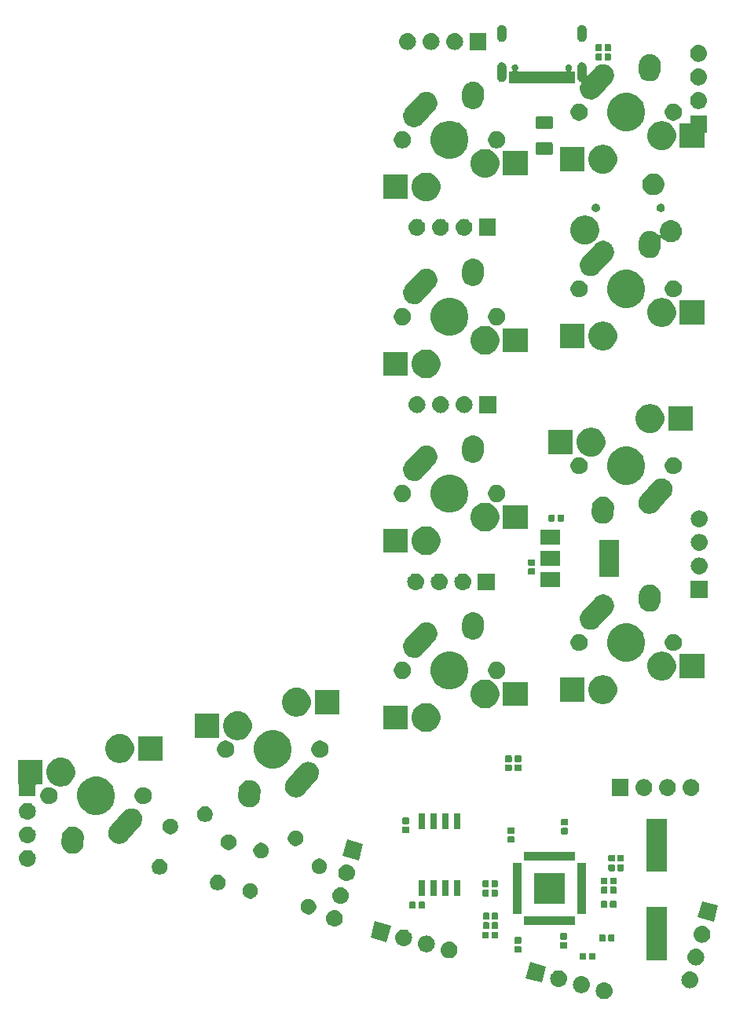
<source format=gbr>
G04 #@! TF.GenerationSoftware,KiCad,Pcbnew,(5.1.4)-1*
G04 #@! TF.CreationDate,2023-05-19T09:13:52-04:00*
G04 #@! TF.ProjectId,ThumbsUp,5468756d-6273-4557-902e-6b696361645f,rev?*
G04 #@! TF.SameCoordinates,Original*
G04 #@! TF.FileFunction,Soldermask,Bot*
G04 #@! TF.FilePolarity,Negative*
%FSLAX46Y46*%
G04 Gerber Fmt 4.6, Leading zero omitted, Abs format (unit mm)*
G04 Created by KiCad (PCBNEW (5.1.4)-1) date 2023-05-19 09:13:52*
%MOMM*%
%LPD*%
G04 APERTURE LIST*
%ADD10C,0.100000*%
G04 APERTURE END LIST*
D10*
G36*
X118803587Y-472190671D02*
G01*
X118869772Y-472197190D01*
X119039611Y-472248710D01*
X119196136Y-472332375D01*
X119231874Y-472361705D01*
X119333331Y-472444967D01*
X119416593Y-472546424D01*
X119445923Y-472582162D01*
X119529588Y-472738687D01*
X119581108Y-472908526D01*
X119598504Y-473085153D01*
X119581108Y-473261780D01*
X119529588Y-473431619D01*
X119445923Y-473588144D01*
X119416593Y-473623882D01*
X119333331Y-473725339D01*
X119231874Y-473808601D01*
X119196136Y-473837931D01*
X119039611Y-473921596D01*
X118869772Y-473973116D01*
X118803587Y-473979635D01*
X118737405Y-473986153D01*
X118648885Y-473986153D01*
X118582703Y-473979635D01*
X118516518Y-473973116D01*
X118346679Y-473921596D01*
X118190154Y-473837931D01*
X118154416Y-473808601D01*
X118052959Y-473725339D01*
X117969697Y-473623882D01*
X117940367Y-473588144D01*
X117856702Y-473431619D01*
X117805182Y-473261780D01*
X117787786Y-473085153D01*
X117805182Y-472908526D01*
X117856702Y-472738687D01*
X117940367Y-472582162D01*
X117969697Y-472546424D01*
X118052959Y-472444967D01*
X118154416Y-472361705D01*
X118190154Y-472332375D01*
X118346679Y-472248710D01*
X118516518Y-472197190D01*
X118582703Y-472190671D01*
X118648885Y-472184153D01*
X118737405Y-472184153D01*
X118803587Y-472190671D01*
X118803587Y-472190671D01*
G37*
G36*
X116350136Y-471533272D02*
G01*
X116416320Y-471539790D01*
X116586159Y-471591310D01*
X116742684Y-471674975D01*
X116778422Y-471704305D01*
X116879879Y-471787567D01*
X116963141Y-471889024D01*
X116992471Y-471924762D01*
X117076136Y-472081287D01*
X117127656Y-472251126D01*
X117145052Y-472427753D01*
X117127656Y-472604380D01*
X117076136Y-472774219D01*
X116992471Y-472930744D01*
X116963141Y-472966482D01*
X116879879Y-473067939D01*
X116778422Y-473151201D01*
X116742684Y-473180531D01*
X116586159Y-473264196D01*
X116416320Y-473315716D01*
X116350135Y-473322235D01*
X116283953Y-473328753D01*
X116195433Y-473328753D01*
X116129251Y-473322235D01*
X116063066Y-473315716D01*
X115893227Y-473264196D01*
X115736702Y-473180531D01*
X115700964Y-473151201D01*
X115599507Y-473067939D01*
X115516245Y-472966482D01*
X115486915Y-472930744D01*
X115403250Y-472774219D01*
X115351730Y-472604380D01*
X115334334Y-472427753D01*
X115351730Y-472251126D01*
X115403250Y-472081287D01*
X115486915Y-471924762D01*
X115516245Y-471889024D01*
X115599507Y-471787567D01*
X115700964Y-471704305D01*
X115736702Y-471674975D01*
X115893227Y-471591310D01*
X116063066Y-471539790D01*
X116129250Y-471533272D01*
X116195433Y-471526753D01*
X116283953Y-471526753D01*
X116350136Y-471533272D01*
X116350136Y-471533272D01*
G37*
G36*
X128034119Y-471017573D02*
G01*
X128109416Y-471024989D01*
X128279255Y-471076509D01*
X128435780Y-471160174D01*
X128471518Y-471189504D01*
X128572975Y-471272766D01*
X128656237Y-471374223D01*
X128685567Y-471409961D01*
X128769232Y-471566486D01*
X128820752Y-471736325D01*
X128838148Y-471912952D01*
X128820752Y-472089579D01*
X128769232Y-472259418D01*
X128685567Y-472415943D01*
X128661747Y-472444967D01*
X128572975Y-472553138D01*
X128471518Y-472636400D01*
X128435780Y-472665730D01*
X128279255Y-472749395D01*
X128109416Y-472800915D01*
X128043232Y-472807433D01*
X127977049Y-472813952D01*
X127888529Y-472813952D01*
X127822346Y-472807433D01*
X127756162Y-472800915D01*
X127586323Y-472749395D01*
X127429798Y-472665730D01*
X127394060Y-472636400D01*
X127292603Y-472553138D01*
X127203831Y-472444967D01*
X127180011Y-472415943D01*
X127096346Y-472259418D01*
X127044826Y-472089579D01*
X127027430Y-471912952D01*
X127044826Y-471736325D01*
X127096346Y-471566486D01*
X127180011Y-471409961D01*
X127209341Y-471374223D01*
X127292603Y-471272766D01*
X127394060Y-471189504D01*
X127429798Y-471160174D01*
X127586323Y-471076509D01*
X127756162Y-471024989D01*
X127831459Y-471017573D01*
X127888529Y-471011952D01*
X127977049Y-471011952D01*
X128034119Y-471017573D01*
X128034119Y-471017573D01*
G37*
G36*
X113896685Y-470875871D02*
G01*
X113962869Y-470882389D01*
X114132708Y-470933909D01*
X114289233Y-471017574D01*
X114298268Y-471024989D01*
X114426428Y-471130166D01*
X114509690Y-471231623D01*
X114539020Y-471267361D01*
X114622685Y-471423886D01*
X114674205Y-471593725D01*
X114691601Y-471770352D01*
X114674205Y-471946979D01*
X114622685Y-472116818D01*
X114539020Y-472273343D01*
X114509690Y-472309081D01*
X114426428Y-472410538D01*
X114324971Y-472493800D01*
X114289233Y-472523130D01*
X114132708Y-472606795D01*
X113962869Y-472658315D01*
X113896684Y-472664834D01*
X113830502Y-472671352D01*
X113741982Y-472671352D01*
X113675800Y-472664834D01*
X113609615Y-472658315D01*
X113439776Y-472606795D01*
X113283251Y-472523130D01*
X113247513Y-472493800D01*
X113146056Y-472410538D01*
X113062794Y-472309081D01*
X113033464Y-472273343D01*
X112949799Y-472116818D01*
X112898279Y-471946979D01*
X112880883Y-471770352D01*
X112898279Y-471593725D01*
X112949799Y-471423886D01*
X113033464Y-471267361D01*
X113062794Y-471231623D01*
X113146056Y-471130166D01*
X113274216Y-471024989D01*
X113283251Y-471017574D01*
X113439776Y-470933909D01*
X113609615Y-470882389D01*
X113675799Y-470875871D01*
X113741982Y-470869352D01*
X113830502Y-470869352D01*
X113896685Y-470875871D01*
X113896685Y-470875871D01*
G37*
G36*
X112436285Y-470475849D02*
G01*
X111969893Y-472216447D01*
X110229295Y-471750055D01*
X110695687Y-470009457D01*
X112436285Y-470475849D01*
X112436285Y-470475849D01*
G37*
G36*
X128700632Y-468565019D02*
G01*
X128766816Y-468571537D01*
X128936655Y-468623057D01*
X129093180Y-468706722D01*
X129128918Y-468736052D01*
X129230375Y-468819314D01*
X129294586Y-468897557D01*
X129342967Y-468956509D01*
X129342968Y-468956511D01*
X129404936Y-469072443D01*
X129426632Y-469113034D01*
X129478152Y-469282873D01*
X129495548Y-469459500D01*
X129478152Y-469636127D01*
X129426632Y-469805966D01*
X129342967Y-469962491D01*
X129313637Y-469998229D01*
X129230375Y-470099686D01*
X129128918Y-470182948D01*
X129093180Y-470212278D01*
X128936655Y-470295943D01*
X128766816Y-470347463D01*
X128700632Y-470353981D01*
X128634449Y-470360500D01*
X128545929Y-470360500D01*
X128479746Y-470353981D01*
X128413562Y-470347463D01*
X128243723Y-470295943D01*
X128087198Y-470212278D01*
X128051460Y-470182948D01*
X127950003Y-470099686D01*
X127866741Y-469998229D01*
X127837411Y-469962491D01*
X127753746Y-469805966D01*
X127702226Y-469636127D01*
X127684830Y-469459500D01*
X127702226Y-469282873D01*
X127753746Y-469113034D01*
X127775443Y-469072443D01*
X127837410Y-468956511D01*
X127837411Y-468956509D01*
X127885792Y-468897557D01*
X127950003Y-468819314D01*
X128051460Y-468736052D01*
X128087198Y-468706722D01*
X128243723Y-468623057D01*
X128413562Y-468571537D01*
X128479746Y-468565019D01*
X128545929Y-468558500D01*
X128634449Y-468558500D01*
X128700632Y-468565019D01*
X128700632Y-468565019D01*
G37*
G36*
X125451000Y-469776000D02*
G01*
X123249000Y-469776000D01*
X123249000Y-464074000D01*
X125451000Y-464074000D01*
X125451000Y-469776000D01*
X125451000Y-469776000D01*
G37*
G36*
X116681938Y-469006716D02*
G01*
X116702557Y-469012971D01*
X116721553Y-469023124D01*
X116738208Y-469036792D01*
X116751876Y-469053447D01*
X116762029Y-469072443D01*
X116768284Y-469093062D01*
X116771000Y-469120640D01*
X116771000Y-469629360D01*
X116768284Y-469656938D01*
X116762029Y-469677557D01*
X116751876Y-469696553D01*
X116738208Y-469713208D01*
X116721553Y-469726876D01*
X116702557Y-469737029D01*
X116681938Y-469743284D01*
X116654360Y-469746000D01*
X116195640Y-469746000D01*
X116168062Y-469743284D01*
X116147443Y-469737029D01*
X116128447Y-469726876D01*
X116111792Y-469713208D01*
X116098124Y-469696553D01*
X116087971Y-469677557D01*
X116081716Y-469656938D01*
X116079000Y-469629360D01*
X116079000Y-469120640D01*
X116081716Y-469093062D01*
X116087971Y-469072443D01*
X116098124Y-469053447D01*
X116111792Y-469036792D01*
X116128447Y-469023124D01*
X116147443Y-469012971D01*
X116168062Y-469006716D01*
X116195640Y-469004000D01*
X116654360Y-469004000D01*
X116681938Y-469006716D01*
X116681938Y-469006716D01*
G37*
G36*
X117651938Y-469006716D02*
G01*
X117672557Y-469012971D01*
X117691553Y-469023124D01*
X117708208Y-469036792D01*
X117721876Y-469053447D01*
X117732029Y-469072443D01*
X117738284Y-469093062D01*
X117741000Y-469120640D01*
X117741000Y-469629360D01*
X117738284Y-469656938D01*
X117732029Y-469677557D01*
X117721876Y-469696553D01*
X117708208Y-469713208D01*
X117691553Y-469726876D01*
X117672557Y-469737029D01*
X117651938Y-469743284D01*
X117624360Y-469746000D01*
X117165640Y-469746000D01*
X117138062Y-469743284D01*
X117117443Y-469737029D01*
X117098447Y-469726876D01*
X117081792Y-469713208D01*
X117068124Y-469696553D01*
X117057971Y-469677557D01*
X117051716Y-469656938D01*
X117049000Y-469629360D01*
X117049000Y-469120640D01*
X117051716Y-469093062D01*
X117057971Y-469072443D01*
X117068124Y-469053447D01*
X117081792Y-469036792D01*
X117098447Y-469023124D01*
X117117443Y-469012971D01*
X117138062Y-469006716D01*
X117165640Y-469004000D01*
X117624360Y-469004000D01*
X117651938Y-469006716D01*
X117651938Y-469006716D01*
G37*
G36*
X102103586Y-467790672D02*
G01*
X102169771Y-467797191D01*
X102339610Y-467848711D01*
X102339612Y-467848712D01*
X102354652Y-467856751D01*
X102496135Y-467932376D01*
X102524672Y-467955796D01*
X102633330Y-468044968D01*
X102716592Y-468146425D01*
X102745922Y-468182163D01*
X102745923Y-468182165D01*
X102821441Y-468323447D01*
X102829587Y-468338688D01*
X102881107Y-468508527D01*
X102898503Y-468685154D01*
X102881107Y-468861781D01*
X102832164Y-469023124D01*
X102829586Y-469031622D01*
X102803254Y-469080886D01*
X102745922Y-469188145D01*
X102716592Y-469223883D01*
X102633330Y-469325340D01*
X102531873Y-469408602D01*
X102496135Y-469437932D01*
X102339610Y-469521597D01*
X102169771Y-469573117D01*
X102103586Y-469579636D01*
X102037404Y-469586154D01*
X101948884Y-469586154D01*
X101882702Y-469579636D01*
X101816517Y-469573117D01*
X101646678Y-469521597D01*
X101490153Y-469437932D01*
X101454415Y-469408602D01*
X101352958Y-469325340D01*
X101269696Y-469223883D01*
X101240366Y-469188145D01*
X101183034Y-469080886D01*
X101156702Y-469031622D01*
X101154124Y-469023124D01*
X101105181Y-468861781D01*
X101087785Y-468685154D01*
X101105181Y-468508527D01*
X101156701Y-468338688D01*
X101164848Y-468323447D01*
X101240365Y-468182165D01*
X101240366Y-468182163D01*
X101269696Y-468146425D01*
X101352958Y-468044968D01*
X101461616Y-467955796D01*
X101490153Y-467932376D01*
X101631636Y-467856751D01*
X101646676Y-467848712D01*
X101646678Y-467848711D01*
X101816517Y-467797191D01*
X101882702Y-467790672D01*
X101948884Y-467784154D01*
X102037404Y-467784154D01*
X102103586Y-467790672D01*
X102103586Y-467790672D01*
G37*
G36*
X109681938Y-468276716D02*
G01*
X109702557Y-468282971D01*
X109721553Y-468293124D01*
X109738208Y-468306792D01*
X109751876Y-468323447D01*
X109762029Y-468342443D01*
X109768284Y-468363062D01*
X109771000Y-468390640D01*
X109771000Y-468849360D01*
X109768284Y-468876938D01*
X109762029Y-468897557D01*
X109751876Y-468916553D01*
X109738208Y-468933208D01*
X109721553Y-468946876D01*
X109702557Y-468957029D01*
X109681938Y-468963284D01*
X109654360Y-468966000D01*
X109145640Y-468966000D01*
X109118062Y-468963284D01*
X109097443Y-468957029D01*
X109078447Y-468946876D01*
X109061792Y-468933208D01*
X109048124Y-468916553D01*
X109037971Y-468897557D01*
X109031716Y-468876938D01*
X109029000Y-468849360D01*
X109029000Y-468390640D01*
X109031716Y-468363062D01*
X109037971Y-468342443D01*
X109048124Y-468323447D01*
X109061792Y-468306792D01*
X109078447Y-468293124D01*
X109097443Y-468282971D01*
X109118062Y-468276716D01*
X109145640Y-468274000D01*
X109654360Y-468274000D01*
X109681938Y-468276716D01*
X109681938Y-468276716D01*
G37*
G36*
X99650134Y-467133272D02*
G01*
X99716319Y-467139791D01*
X99886158Y-467191311D01*
X100042683Y-467274976D01*
X100078049Y-467304000D01*
X100179878Y-467387568D01*
X100253272Y-467477000D01*
X100292470Y-467524763D01*
X100376135Y-467681288D01*
X100427655Y-467851127D01*
X100445051Y-468027754D01*
X100427655Y-468204381D01*
X100376135Y-468374220D01*
X100292470Y-468530745D01*
X100269692Y-468558500D01*
X100179878Y-468667940D01*
X100078421Y-468751202D01*
X100042683Y-468780532D01*
X99886158Y-468864197D01*
X99716319Y-468915717D01*
X99650134Y-468922236D01*
X99583952Y-468928754D01*
X99495432Y-468928754D01*
X99429250Y-468922236D01*
X99363065Y-468915717D01*
X99193226Y-468864197D01*
X99036701Y-468780532D01*
X99000963Y-468751202D01*
X98899506Y-468667940D01*
X98809692Y-468558500D01*
X98786914Y-468530745D01*
X98703249Y-468374220D01*
X98651729Y-468204381D01*
X98634333Y-468027754D01*
X98651729Y-467851127D01*
X98703249Y-467681288D01*
X98786914Y-467524763D01*
X98826112Y-467477000D01*
X98899506Y-467387568D01*
X99001335Y-467304000D01*
X99036701Y-467274976D01*
X99193226Y-467191311D01*
X99363065Y-467139791D01*
X99429250Y-467133272D01*
X99495432Y-467126754D01*
X99583952Y-467126754D01*
X99650134Y-467133272D01*
X99650134Y-467133272D01*
G37*
G36*
X114606938Y-467851716D02*
G01*
X114627557Y-467857971D01*
X114646553Y-467868124D01*
X114663208Y-467881792D01*
X114676876Y-467898447D01*
X114687029Y-467917443D01*
X114693284Y-467938062D01*
X114696000Y-467965640D01*
X114696000Y-468424360D01*
X114693284Y-468451938D01*
X114687029Y-468472557D01*
X114676876Y-468491553D01*
X114663208Y-468508208D01*
X114646553Y-468521876D01*
X114627557Y-468532029D01*
X114606938Y-468538284D01*
X114579360Y-468541000D01*
X114070640Y-468541000D01*
X114043062Y-468538284D01*
X114022443Y-468532029D01*
X114003447Y-468521876D01*
X113986792Y-468508208D01*
X113973124Y-468491553D01*
X113962971Y-468472557D01*
X113956716Y-468451938D01*
X113954000Y-468424360D01*
X113954000Y-467965640D01*
X113956716Y-467938062D01*
X113962971Y-467917443D01*
X113973124Y-467898447D01*
X113986792Y-467881792D01*
X114003447Y-467868124D01*
X114022443Y-467857971D01*
X114043062Y-467851716D01*
X114070640Y-467849000D01*
X114579360Y-467849000D01*
X114606938Y-467851716D01*
X114606938Y-467851716D01*
G37*
G36*
X97196683Y-466475871D02*
G01*
X97262868Y-466482390D01*
X97432707Y-466533910D01*
X97589232Y-466617575D01*
X97624970Y-466646905D01*
X97726427Y-466730167D01*
X97807882Y-466829422D01*
X97839019Y-466867362D01*
X97922684Y-467023887D01*
X97974204Y-467193726D01*
X97991600Y-467370353D01*
X97974204Y-467546980D01*
X97933462Y-467681288D01*
X97922683Y-467716821D01*
X97900762Y-467757831D01*
X97839019Y-467873344D01*
X97826003Y-467889204D01*
X97726427Y-468010539D01*
X97624970Y-468093801D01*
X97589232Y-468123131D01*
X97432707Y-468206796D01*
X97262868Y-468258316D01*
X97196683Y-468264835D01*
X97130501Y-468271353D01*
X97041981Y-468271353D01*
X96975799Y-468264835D01*
X96909614Y-468258316D01*
X96739775Y-468206796D01*
X96583250Y-468123131D01*
X96547512Y-468093801D01*
X96446055Y-468010539D01*
X96346479Y-467889204D01*
X96333463Y-467873344D01*
X96271720Y-467757831D01*
X96249799Y-467716821D01*
X96239020Y-467681288D01*
X96198278Y-467546980D01*
X96180882Y-467370353D01*
X96198278Y-467193726D01*
X96249798Y-467023887D01*
X96333463Y-466867362D01*
X96364600Y-466829422D01*
X96446055Y-466730167D01*
X96547512Y-466646905D01*
X96583250Y-466617575D01*
X96739775Y-466533910D01*
X96909614Y-466482390D01*
X96975799Y-466475871D01*
X97041981Y-466469353D01*
X97130501Y-466469353D01*
X97196683Y-466475871D01*
X97196683Y-466475871D01*
G37*
G36*
X109681938Y-467306716D02*
G01*
X109702557Y-467312971D01*
X109721553Y-467323124D01*
X109738208Y-467336792D01*
X109751876Y-467353447D01*
X109762029Y-467372443D01*
X109768284Y-467393062D01*
X109771000Y-467420640D01*
X109771000Y-467879360D01*
X109768284Y-467906938D01*
X109762029Y-467927557D01*
X109751876Y-467946553D01*
X109738208Y-467963208D01*
X109721553Y-467976876D01*
X109702557Y-467987029D01*
X109681938Y-467993284D01*
X109654360Y-467996000D01*
X109145640Y-467996000D01*
X109118062Y-467993284D01*
X109097443Y-467987029D01*
X109078447Y-467976876D01*
X109061792Y-467963208D01*
X109048124Y-467946553D01*
X109037971Y-467927557D01*
X109031716Y-467906938D01*
X109029000Y-467879360D01*
X109029000Y-467420640D01*
X109031716Y-467393062D01*
X109037971Y-467372443D01*
X109048124Y-467353447D01*
X109061792Y-467336792D01*
X109078447Y-467323124D01*
X109097443Y-467312971D01*
X109118062Y-467306716D01*
X109145640Y-467304000D01*
X109654360Y-467304000D01*
X109681938Y-467306716D01*
X109681938Y-467306716D01*
G37*
G36*
X129358033Y-466111568D02*
G01*
X129424217Y-466118086D01*
X129594056Y-466169606D01*
X129750581Y-466253271D01*
X129768528Y-466268000D01*
X129887776Y-466365863D01*
X129947209Y-466438284D01*
X130000368Y-466503058D01*
X130084033Y-466659583D01*
X130135553Y-466829422D01*
X130152949Y-467006049D01*
X130135553Y-467182676D01*
X130084033Y-467352515D01*
X130000368Y-467509040D01*
X129976430Y-467538208D01*
X129887776Y-467646235D01*
X129819146Y-467702557D01*
X129750581Y-467758827D01*
X129594056Y-467842492D01*
X129424217Y-467894012D01*
X129366759Y-467899671D01*
X129291850Y-467907049D01*
X129203330Y-467907049D01*
X129128421Y-467899671D01*
X129070963Y-467894012D01*
X128901124Y-467842492D01*
X128744599Y-467758827D01*
X128676034Y-467702557D01*
X128607404Y-467646235D01*
X128518750Y-467538208D01*
X128494812Y-467509040D01*
X128411147Y-467352515D01*
X128359627Y-467182676D01*
X128342231Y-467006049D01*
X128359627Y-466829422D01*
X128411147Y-466659583D01*
X128494812Y-466503058D01*
X128547971Y-466438284D01*
X128607404Y-466365863D01*
X128726652Y-466268000D01*
X128744599Y-466253271D01*
X128901124Y-466169606D01*
X129070963Y-466118086D01*
X129137147Y-466111568D01*
X129203330Y-466105049D01*
X129291850Y-466105049D01*
X129358033Y-466111568D01*
X129358033Y-466111568D01*
G37*
G36*
X95736284Y-466075850D02*
G01*
X95269892Y-467816448D01*
X93529294Y-467350056D01*
X93995686Y-465609458D01*
X95736284Y-466075850D01*
X95736284Y-466075850D01*
G37*
G36*
X118771938Y-467031716D02*
G01*
X118792557Y-467037971D01*
X118811553Y-467048124D01*
X118828208Y-467061792D01*
X118841876Y-467078447D01*
X118852029Y-467097443D01*
X118858284Y-467118062D01*
X118861000Y-467145640D01*
X118861000Y-467654360D01*
X118858284Y-467681938D01*
X118852029Y-467702557D01*
X118841876Y-467721553D01*
X118828208Y-467738208D01*
X118811553Y-467751876D01*
X118792557Y-467762029D01*
X118771938Y-467768284D01*
X118744360Y-467771000D01*
X118285640Y-467771000D01*
X118258062Y-467768284D01*
X118237443Y-467762029D01*
X118218447Y-467751876D01*
X118201792Y-467738208D01*
X118188124Y-467721553D01*
X118177971Y-467702557D01*
X118171716Y-467681938D01*
X118169000Y-467654360D01*
X118169000Y-467145640D01*
X118171716Y-467118062D01*
X118177971Y-467097443D01*
X118188124Y-467078447D01*
X118201792Y-467061792D01*
X118218447Y-467048124D01*
X118237443Y-467037971D01*
X118258062Y-467031716D01*
X118285640Y-467029000D01*
X118744360Y-467029000D01*
X118771938Y-467031716D01*
X118771938Y-467031716D01*
G37*
G36*
X119741938Y-467031716D02*
G01*
X119762557Y-467037971D01*
X119781553Y-467048124D01*
X119798208Y-467061792D01*
X119811876Y-467078447D01*
X119822029Y-467097443D01*
X119828284Y-467118062D01*
X119831000Y-467145640D01*
X119831000Y-467654360D01*
X119828284Y-467681938D01*
X119822029Y-467702557D01*
X119811876Y-467721553D01*
X119798208Y-467738208D01*
X119781553Y-467751876D01*
X119762557Y-467762029D01*
X119741938Y-467768284D01*
X119714360Y-467771000D01*
X119255640Y-467771000D01*
X119228062Y-467768284D01*
X119207443Y-467762029D01*
X119188447Y-467751876D01*
X119171792Y-467738208D01*
X119158124Y-467721553D01*
X119147971Y-467702557D01*
X119141716Y-467681938D01*
X119139000Y-467654360D01*
X119139000Y-467145640D01*
X119141716Y-467118062D01*
X119147971Y-467097443D01*
X119158124Y-467078447D01*
X119171792Y-467061792D01*
X119188447Y-467048124D01*
X119207443Y-467037971D01*
X119228062Y-467031716D01*
X119255640Y-467029000D01*
X119714360Y-467029000D01*
X119741938Y-467031716D01*
X119741938Y-467031716D01*
G37*
G36*
X114606938Y-466881716D02*
G01*
X114627557Y-466887971D01*
X114646553Y-466898124D01*
X114663208Y-466911792D01*
X114676876Y-466928447D01*
X114687029Y-466947443D01*
X114693284Y-466968062D01*
X114696000Y-466995640D01*
X114696000Y-467454360D01*
X114693284Y-467481938D01*
X114687029Y-467502557D01*
X114676876Y-467521553D01*
X114663208Y-467538208D01*
X114646553Y-467551876D01*
X114627557Y-467562029D01*
X114606938Y-467568284D01*
X114579360Y-467571000D01*
X114070640Y-467571000D01*
X114043062Y-467568284D01*
X114022443Y-467562029D01*
X114003447Y-467551876D01*
X113986792Y-467538208D01*
X113973124Y-467521553D01*
X113962971Y-467502557D01*
X113956716Y-467481938D01*
X113954000Y-467454360D01*
X113954000Y-466995640D01*
X113956716Y-466968062D01*
X113962971Y-466947443D01*
X113973124Y-466928447D01*
X113986792Y-466911792D01*
X114003447Y-466898124D01*
X114022443Y-466887971D01*
X114043062Y-466881716D01*
X114070640Y-466879000D01*
X114579360Y-466879000D01*
X114606938Y-466881716D01*
X114606938Y-466881716D01*
G37*
G36*
X106196938Y-466721716D02*
G01*
X106217557Y-466727971D01*
X106236553Y-466738124D01*
X106253208Y-466751792D01*
X106266876Y-466768447D01*
X106277029Y-466787443D01*
X106283284Y-466808062D01*
X106286000Y-466835640D01*
X106286000Y-467344360D01*
X106283284Y-467371938D01*
X106277029Y-467392557D01*
X106266876Y-467411553D01*
X106253208Y-467428208D01*
X106236553Y-467441876D01*
X106217557Y-467452029D01*
X106196938Y-467458284D01*
X106169360Y-467461000D01*
X105710640Y-467461000D01*
X105683062Y-467458284D01*
X105662443Y-467452029D01*
X105643447Y-467441876D01*
X105626792Y-467428208D01*
X105613124Y-467411553D01*
X105602971Y-467392557D01*
X105596716Y-467371938D01*
X105594000Y-467344360D01*
X105594000Y-466835640D01*
X105596716Y-466808062D01*
X105602971Y-466787443D01*
X105613124Y-466768447D01*
X105626792Y-466751792D01*
X105643447Y-466738124D01*
X105662443Y-466727971D01*
X105683062Y-466721716D01*
X105710640Y-466719000D01*
X106169360Y-466719000D01*
X106196938Y-466721716D01*
X106196938Y-466721716D01*
G37*
G36*
X107166938Y-466721716D02*
G01*
X107187557Y-466727971D01*
X107206553Y-466738124D01*
X107223208Y-466751792D01*
X107236876Y-466768447D01*
X107247029Y-466787443D01*
X107253284Y-466808062D01*
X107256000Y-466835640D01*
X107256000Y-467344360D01*
X107253284Y-467371938D01*
X107247029Y-467392557D01*
X107236876Y-467411553D01*
X107223208Y-467428208D01*
X107206553Y-467441876D01*
X107187557Y-467452029D01*
X107166938Y-467458284D01*
X107139360Y-467461000D01*
X106680640Y-467461000D01*
X106653062Y-467458284D01*
X106632443Y-467452029D01*
X106613447Y-467441876D01*
X106596792Y-467428208D01*
X106583124Y-467411553D01*
X106572971Y-467392557D01*
X106566716Y-467371938D01*
X106564000Y-467344360D01*
X106564000Y-466835640D01*
X106566716Y-466808062D01*
X106572971Y-466787443D01*
X106583124Y-466768447D01*
X106596792Y-466751792D01*
X106613447Y-466738124D01*
X106632443Y-466727971D01*
X106653062Y-466721716D01*
X106680640Y-466719000D01*
X107139360Y-466719000D01*
X107166938Y-466721716D01*
X107166938Y-466721716D01*
G37*
G36*
X106216938Y-465701716D02*
G01*
X106237557Y-465707971D01*
X106256553Y-465718124D01*
X106273208Y-465731792D01*
X106286876Y-465748447D01*
X106297029Y-465767443D01*
X106303284Y-465788062D01*
X106306000Y-465815640D01*
X106306000Y-466324360D01*
X106303284Y-466351938D01*
X106297029Y-466372557D01*
X106286876Y-466391553D01*
X106273208Y-466408208D01*
X106256553Y-466421876D01*
X106237557Y-466432029D01*
X106216938Y-466438284D01*
X106189360Y-466441000D01*
X105730640Y-466441000D01*
X105703062Y-466438284D01*
X105682443Y-466432029D01*
X105663447Y-466421876D01*
X105646792Y-466408208D01*
X105633124Y-466391553D01*
X105622971Y-466372557D01*
X105616716Y-466351938D01*
X105614000Y-466324360D01*
X105614000Y-465815640D01*
X105616716Y-465788062D01*
X105622971Y-465767443D01*
X105633124Y-465748447D01*
X105646792Y-465731792D01*
X105663447Y-465718124D01*
X105682443Y-465707971D01*
X105703062Y-465701716D01*
X105730640Y-465699000D01*
X106189360Y-465699000D01*
X106216938Y-465701716D01*
X106216938Y-465701716D01*
G37*
G36*
X107186938Y-465701716D02*
G01*
X107207557Y-465707971D01*
X107226553Y-465718124D01*
X107243208Y-465731792D01*
X107256876Y-465748447D01*
X107267029Y-465767443D01*
X107273284Y-465788062D01*
X107276000Y-465815640D01*
X107276000Y-466324360D01*
X107273284Y-466351938D01*
X107267029Y-466372557D01*
X107256876Y-466391553D01*
X107243208Y-466408208D01*
X107226553Y-466421876D01*
X107207557Y-466432029D01*
X107186938Y-466438284D01*
X107159360Y-466441000D01*
X106700640Y-466441000D01*
X106673062Y-466438284D01*
X106652443Y-466432029D01*
X106633447Y-466421876D01*
X106616792Y-466408208D01*
X106603124Y-466391553D01*
X106592971Y-466372557D01*
X106586716Y-466351938D01*
X106584000Y-466324360D01*
X106584000Y-465815640D01*
X106586716Y-465788062D01*
X106592971Y-465767443D01*
X106603124Y-465748447D01*
X106616792Y-465731792D01*
X106633447Y-465718124D01*
X106652443Y-465707971D01*
X106673062Y-465701716D01*
X106700640Y-465699000D01*
X107159360Y-465699000D01*
X107186938Y-465701716D01*
X107186938Y-465701716D01*
G37*
G36*
X89738399Y-464377339D02*
G01*
X89804583Y-464383857D01*
X89974422Y-464435377D01*
X90130947Y-464519042D01*
X90166685Y-464548372D01*
X90268142Y-464631634D01*
X90330941Y-464708156D01*
X90380734Y-464768829D01*
X90464399Y-464925354D01*
X90515919Y-465095193D01*
X90533315Y-465271820D01*
X90515919Y-465448447D01*
X90464399Y-465618286D01*
X90380734Y-465774811D01*
X90369859Y-465788062D01*
X90268142Y-465912006D01*
X90166685Y-465995268D01*
X90130947Y-466024598D01*
X89974422Y-466108263D01*
X89804583Y-466159783D01*
X89738398Y-466166302D01*
X89672216Y-466172820D01*
X89583696Y-466172820D01*
X89517514Y-466166302D01*
X89451329Y-466159783D01*
X89281490Y-466108263D01*
X89124965Y-466024598D01*
X89089227Y-465995268D01*
X88987770Y-465912006D01*
X88886053Y-465788062D01*
X88875178Y-465774811D01*
X88791513Y-465618286D01*
X88739993Y-465448447D01*
X88722597Y-465271820D01*
X88739993Y-465095193D01*
X88791513Y-464925354D01*
X88875178Y-464768829D01*
X88924971Y-464708156D01*
X88987770Y-464631634D01*
X89089227Y-464548372D01*
X89124965Y-464519042D01*
X89281490Y-464435377D01*
X89451329Y-464383857D01*
X89517513Y-464377339D01*
X89583696Y-464370820D01*
X89672216Y-464370820D01*
X89738399Y-464377339D01*
X89738399Y-464377339D01*
G37*
G36*
X115551000Y-465976000D02*
G01*
X110049000Y-465976000D01*
X110049000Y-465024000D01*
X115551000Y-465024000D01*
X115551000Y-465976000D01*
X115551000Y-465976000D01*
G37*
G36*
X131008485Y-463915494D02*
G01*
X130542093Y-465656092D01*
X128801495Y-465189700D01*
X129267887Y-463449102D01*
X131008485Y-463915494D01*
X131008485Y-463915494D01*
G37*
G36*
X107191938Y-464681716D02*
G01*
X107212557Y-464687971D01*
X107231553Y-464698124D01*
X107248208Y-464711792D01*
X107261876Y-464728447D01*
X107272029Y-464747443D01*
X107278284Y-464768062D01*
X107281000Y-464795640D01*
X107281000Y-465304360D01*
X107278284Y-465331938D01*
X107272029Y-465352557D01*
X107261876Y-465371553D01*
X107248208Y-465388208D01*
X107231553Y-465401876D01*
X107212557Y-465412029D01*
X107191938Y-465418284D01*
X107164360Y-465421000D01*
X106705640Y-465421000D01*
X106678062Y-465418284D01*
X106657443Y-465412029D01*
X106638447Y-465401876D01*
X106621792Y-465388208D01*
X106608124Y-465371553D01*
X106597971Y-465352557D01*
X106591716Y-465331938D01*
X106589000Y-465304360D01*
X106589000Y-464795640D01*
X106591716Y-464768062D01*
X106597971Y-464747443D01*
X106608124Y-464728447D01*
X106621792Y-464711792D01*
X106638447Y-464698124D01*
X106657443Y-464687971D01*
X106678062Y-464681716D01*
X106705640Y-464679000D01*
X107164360Y-464679000D01*
X107191938Y-464681716D01*
X107191938Y-464681716D01*
G37*
G36*
X106221938Y-464681716D02*
G01*
X106242557Y-464687971D01*
X106261553Y-464698124D01*
X106278208Y-464711792D01*
X106291876Y-464728447D01*
X106302029Y-464747443D01*
X106308284Y-464768062D01*
X106311000Y-464795640D01*
X106311000Y-465304360D01*
X106308284Y-465331938D01*
X106302029Y-465352557D01*
X106291876Y-465371553D01*
X106278208Y-465388208D01*
X106261553Y-465401876D01*
X106242557Y-465412029D01*
X106221938Y-465418284D01*
X106194360Y-465421000D01*
X105735640Y-465421000D01*
X105708062Y-465418284D01*
X105687443Y-465412029D01*
X105668447Y-465401876D01*
X105651792Y-465388208D01*
X105638124Y-465371553D01*
X105627971Y-465352557D01*
X105621716Y-465331938D01*
X105619000Y-465304360D01*
X105619000Y-464795640D01*
X105621716Y-464768062D01*
X105627971Y-464747443D01*
X105638124Y-464728447D01*
X105651792Y-464711792D01*
X105668447Y-464698124D01*
X105687443Y-464687971D01*
X105708062Y-464681716D01*
X105735640Y-464679000D01*
X106194360Y-464679000D01*
X106221938Y-464681716D01*
X106221938Y-464681716D01*
G37*
G36*
X87071239Y-463212676D02*
G01*
X87223836Y-463275883D01*
X87361170Y-463367647D01*
X87477964Y-463484441D01*
X87569728Y-463621775D01*
X87632935Y-463774372D01*
X87665158Y-463936367D01*
X87665158Y-464101539D01*
X87632935Y-464263534D01*
X87569728Y-464416131D01*
X87477964Y-464553465D01*
X87361170Y-464670259D01*
X87223836Y-464762023D01*
X87071239Y-464825230D01*
X86909244Y-464857453D01*
X86744072Y-464857453D01*
X86582077Y-464825230D01*
X86429480Y-464762023D01*
X86292146Y-464670259D01*
X86175352Y-464553465D01*
X86083588Y-464416131D01*
X86020381Y-464263534D01*
X85988158Y-464101539D01*
X85988158Y-463936367D01*
X86020381Y-463774372D01*
X86083588Y-463621775D01*
X86175352Y-463484441D01*
X86292146Y-463367647D01*
X86429480Y-463275883D01*
X86582077Y-463212676D01*
X86744072Y-463180453D01*
X86909244Y-463180453D01*
X87071239Y-463212676D01*
X87071239Y-463212676D01*
G37*
G36*
X116726000Y-464801000D02*
G01*
X115774000Y-464801000D01*
X115774000Y-459299000D01*
X116726000Y-459299000D01*
X116726000Y-464801000D01*
X116726000Y-464801000D01*
G37*
G36*
X109826000Y-464801000D02*
G01*
X108874000Y-464801000D01*
X108874000Y-459299000D01*
X109826000Y-459299000D01*
X109826000Y-464801000D01*
X109826000Y-464801000D01*
G37*
G36*
X99281938Y-463491716D02*
G01*
X99302557Y-463497971D01*
X99321553Y-463508124D01*
X99338208Y-463521792D01*
X99351876Y-463538447D01*
X99362029Y-463557443D01*
X99368284Y-463578062D01*
X99371000Y-463605640D01*
X99371000Y-464114360D01*
X99368284Y-464141938D01*
X99362029Y-464162557D01*
X99351876Y-464181553D01*
X99338208Y-464198208D01*
X99321553Y-464211876D01*
X99302557Y-464222029D01*
X99281938Y-464228284D01*
X99254360Y-464231000D01*
X98795640Y-464231000D01*
X98768062Y-464228284D01*
X98747443Y-464222029D01*
X98728447Y-464211876D01*
X98711792Y-464198208D01*
X98698124Y-464181553D01*
X98687971Y-464162557D01*
X98681716Y-464141938D01*
X98679000Y-464114360D01*
X98679000Y-463605640D01*
X98681716Y-463578062D01*
X98687971Y-463557443D01*
X98698124Y-463538447D01*
X98711792Y-463521792D01*
X98728447Y-463508124D01*
X98747443Y-463497971D01*
X98768062Y-463491716D01*
X98795640Y-463489000D01*
X99254360Y-463489000D01*
X99281938Y-463491716D01*
X99281938Y-463491716D01*
G37*
G36*
X98311938Y-463491716D02*
G01*
X98332557Y-463497971D01*
X98351553Y-463508124D01*
X98368208Y-463521792D01*
X98381876Y-463538447D01*
X98392029Y-463557443D01*
X98398284Y-463578062D01*
X98401000Y-463605640D01*
X98401000Y-464114360D01*
X98398284Y-464141938D01*
X98392029Y-464162557D01*
X98381876Y-464181553D01*
X98368208Y-464198208D01*
X98351553Y-464211876D01*
X98332557Y-464222029D01*
X98311938Y-464228284D01*
X98284360Y-464231000D01*
X97825640Y-464231000D01*
X97798062Y-464228284D01*
X97777443Y-464222029D01*
X97758447Y-464211876D01*
X97741792Y-464198208D01*
X97728124Y-464181553D01*
X97717971Y-464162557D01*
X97711716Y-464141938D01*
X97709000Y-464114360D01*
X97709000Y-463605640D01*
X97711716Y-463578062D01*
X97717971Y-463557443D01*
X97728124Y-463538447D01*
X97741792Y-463521792D01*
X97758447Y-463508124D01*
X97777443Y-463497971D01*
X97798062Y-463491716D01*
X97825640Y-463489000D01*
X98284360Y-463489000D01*
X98311938Y-463491716D01*
X98311938Y-463491716D01*
G37*
G36*
X119926938Y-463406716D02*
G01*
X119947557Y-463412971D01*
X119966553Y-463423124D01*
X119983208Y-463436792D01*
X119996876Y-463453447D01*
X120007029Y-463472443D01*
X120013284Y-463493062D01*
X120016000Y-463520640D01*
X120016000Y-464029360D01*
X120013284Y-464056938D01*
X120007029Y-464077557D01*
X119996876Y-464096553D01*
X119983208Y-464113208D01*
X119966553Y-464126876D01*
X119947557Y-464137029D01*
X119926938Y-464143284D01*
X119899360Y-464146000D01*
X119440640Y-464146000D01*
X119413062Y-464143284D01*
X119392443Y-464137029D01*
X119373447Y-464126876D01*
X119356792Y-464113208D01*
X119343124Y-464096553D01*
X119332971Y-464077557D01*
X119326716Y-464056938D01*
X119324000Y-464029360D01*
X119324000Y-463520640D01*
X119326716Y-463493062D01*
X119332971Y-463472443D01*
X119343124Y-463453447D01*
X119356792Y-463436792D01*
X119373447Y-463423124D01*
X119392443Y-463412971D01*
X119413062Y-463406716D01*
X119440640Y-463404000D01*
X119899360Y-463404000D01*
X119926938Y-463406716D01*
X119926938Y-463406716D01*
G37*
G36*
X118956938Y-463406716D02*
G01*
X118977557Y-463412971D01*
X118996553Y-463423124D01*
X119013208Y-463436792D01*
X119026876Y-463453447D01*
X119037029Y-463472443D01*
X119043284Y-463493062D01*
X119046000Y-463520640D01*
X119046000Y-464029360D01*
X119043284Y-464056938D01*
X119037029Y-464077557D01*
X119026876Y-464096553D01*
X119013208Y-464113208D01*
X118996553Y-464126876D01*
X118977557Y-464137029D01*
X118956938Y-464143284D01*
X118929360Y-464146000D01*
X118470640Y-464146000D01*
X118443062Y-464143284D01*
X118422443Y-464137029D01*
X118403447Y-464126876D01*
X118386792Y-464113208D01*
X118373124Y-464096553D01*
X118362971Y-464077557D01*
X118356716Y-464056938D01*
X118354000Y-464029360D01*
X118354000Y-463520640D01*
X118356716Y-463493062D01*
X118362971Y-463472443D01*
X118373124Y-463453447D01*
X118386792Y-463436792D01*
X118403447Y-463423124D01*
X118422443Y-463412971D01*
X118443062Y-463406716D01*
X118470640Y-463404000D01*
X118929360Y-463404000D01*
X118956938Y-463406716D01*
X118956938Y-463406716D01*
G37*
G36*
X90395799Y-461923887D02*
G01*
X90461983Y-461930405D01*
X90631822Y-461981925D01*
X90788347Y-462065590D01*
X90807237Y-462081093D01*
X90925542Y-462178182D01*
X91008804Y-462279639D01*
X91038134Y-462315377D01*
X91121799Y-462471902D01*
X91173319Y-462641741D01*
X91190715Y-462818368D01*
X91173319Y-462994995D01*
X91121799Y-463164834D01*
X91038134Y-463321359D01*
X91008804Y-463357097D01*
X90925542Y-463458554D01*
X90848485Y-463521792D01*
X90788347Y-463571146D01*
X90631822Y-463654811D01*
X90461983Y-463706331D01*
X90395799Y-463712849D01*
X90329616Y-463719368D01*
X90241096Y-463719368D01*
X90174913Y-463712849D01*
X90108729Y-463706331D01*
X89938890Y-463654811D01*
X89782365Y-463571146D01*
X89722227Y-463521792D01*
X89645170Y-463458554D01*
X89561908Y-463357097D01*
X89532578Y-463321359D01*
X89448913Y-463164834D01*
X89397393Y-462994995D01*
X89379997Y-462818368D01*
X89397393Y-462641741D01*
X89448913Y-462471902D01*
X89532578Y-462315377D01*
X89561908Y-462279639D01*
X89645170Y-462178182D01*
X89763475Y-462081093D01*
X89782365Y-462065590D01*
X89938890Y-461981925D01*
X90108729Y-461930405D01*
X90174913Y-461923887D01*
X90241096Y-461917368D01*
X90329616Y-461917368D01*
X90395799Y-461923887D01*
X90395799Y-461923887D01*
G37*
G36*
X114451000Y-463701000D02*
G01*
X111149000Y-463701000D01*
X111149000Y-460399000D01*
X114451000Y-460399000D01*
X114451000Y-463701000D01*
X114451000Y-463701000D01*
G37*
G36*
X80795667Y-461519397D02*
G01*
X80948264Y-461582604D01*
X81085598Y-461674368D01*
X81202392Y-461791162D01*
X81294156Y-461928496D01*
X81357363Y-462081093D01*
X81389586Y-462243088D01*
X81389586Y-462408260D01*
X81357363Y-462570255D01*
X81294156Y-462722852D01*
X81202392Y-462860186D01*
X81085598Y-462976980D01*
X80948264Y-463068744D01*
X80795667Y-463131951D01*
X80633672Y-463164174D01*
X80468500Y-463164174D01*
X80306505Y-463131951D01*
X80153908Y-463068744D01*
X80016574Y-462976980D01*
X79899780Y-462860186D01*
X79808016Y-462722852D01*
X79744809Y-462570255D01*
X79712586Y-462408260D01*
X79712586Y-462243088D01*
X79744809Y-462081093D01*
X79808016Y-461928496D01*
X79899780Y-461791162D01*
X80016574Y-461674368D01*
X80153908Y-461582604D01*
X80306505Y-461519397D01*
X80468500Y-461487174D01*
X80633672Y-461487174D01*
X80795667Y-461519397D01*
X80795667Y-461519397D01*
G37*
G36*
X106186938Y-462181716D02*
G01*
X106207557Y-462187971D01*
X106226553Y-462198124D01*
X106243208Y-462211792D01*
X106256876Y-462228447D01*
X106267029Y-462247443D01*
X106273284Y-462268062D01*
X106276000Y-462295640D01*
X106276000Y-462804360D01*
X106273284Y-462831938D01*
X106267029Y-462852557D01*
X106256876Y-462871553D01*
X106243208Y-462888208D01*
X106226553Y-462901876D01*
X106207557Y-462912029D01*
X106186938Y-462918284D01*
X106159360Y-462921000D01*
X105700640Y-462921000D01*
X105673062Y-462918284D01*
X105652443Y-462912029D01*
X105633447Y-462901876D01*
X105616792Y-462888208D01*
X105603124Y-462871553D01*
X105592971Y-462852557D01*
X105586716Y-462831938D01*
X105584000Y-462804360D01*
X105584000Y-462295640D01*
X105586716Y-462268062D01*
X105592971Y-462247443D01*
X105603124Y-462228447D01*
X105616792Y-462211792D01*
X105633447Y-462198124D01*
X105652443Y-462187971D01*
X105673062Y-462181716D01*
X105700640Y-462179000D01*
X106159360Y-462179000D01*
X106186938Y-462181716D01*
X106186938Y-462181716D01*
G37*
G36*
X107156938Y-462181716D02*
G01*
X107177557Y-462187971D01*
X107196553Y-462198124D01*
X107213208Y-462211792D01*
X107226876Y-462228447D01*
X107237029Y-462247443D01*
X107243284Y-462268062D01*
X107246000Y-462295640D01*
X107246000Y-462804360D01*
X107243284Y-462831938D01*
X107237029Y-462852557D01*
X107226876Y-462871553D01*
X107213208Y-462888208D01*
X107196553Y-462901876D01*
X107177557Y-462912029D01*
X107156938Y-462918284D01*
X107129360Y-462921000D01*
X106670640Y-462921000D01*
X106643062Y-462918284D01*
X106622443Y-462912029D01*
X106603447Y-462901876D01*
X106586792Y-462888208D01*
X106573124Y-462871553D01*
X106562971Y-462852557D01*
X106556716Y-462831938D01*
X106554000Y-462804360D01*
X106554000Y-462295640D01*
X106556716Y-462268062D01*
X106562971Y-462247443D01*
X106573124Y-462228447D01*
X106586792Y-462211792D01*
X106603447Y-462198124D01*
X106622443Y-462187971D01*
X106643062Y-462181716D01*
X106670640Y-462179000D01*
X107129360Y-462179000D01*
X107156938Y-462181716D01*
X107156938Y-462181716D01*
G37*
G36*
X101961000Y-462886000D02*
G01*
X101209000Y-462886000D01*
X101209000Y-461134000D01*
X101961000Y-461134000D01*
X101961000Y-462886000D01*
X101961000Y-462886000D01*
G37*
G36*
X100691000Y-462886000D02*
G01*
X99939000Y-462886000D01*
X99939000Y-461134000D01*
X100691000Y-461134000D01*
X100691000Y-462886000D01*
X100691000Y-462886000D01*
G37*
G36*
X103231000Y-462886000D02*
G01*
X102479000Y-462886000D01*
X102479000Y-461134000D01*
X103231000Y-461134000D01*
X103231000Y-462886000D01*
X103231000Y-462886000D01*
G37*
G36*
X99421000Y-462886000D02*
G01*
X98669000Y-462886000D01*
X98669000Y-461134000D01*
X99421000Y-461134000D01*
X99421000Y-462886000D01*
X99421000Y-462886000D01*
G37*
G36*
X118971938Y-461881716D02*
G01*
X118992557Y-461887971D01*
X119011553Y-461898124D01*
X119028208Y-461911792D01*
X119041876Y-461928447D01*
X119052029Y-461947443D01*
X119058284Y-461968062D01*
X119061000Y-461995640D01*
X119061000Y-462504360D01*
X119058284Y-462531938D01*
X119052029Y-462552557D01*
X119041876Y-462571553D01*
X119028208Y-462588208D01*
X119011553Y-462601876D01*
X118992557Y-462612029D01*
X118971938Y-462618284D01*
X118944360Y-462621000D01*
X118485640Y-462621000D01*
X118458062Y-462618284D01*
X118437443Y-462612029D01*
X118418447Y-462601876D01*
X118401792Y-462588208D01*
X118388124Y-462571553D01*
X118377971Y-462552557D01*
X118371716Y-462531938D01*
X118369000Y-462504360D01*
X118369000Y-461995640D01*
X118371716Y-461968062D01*
X118377971Y-461947443D01*
X118388124Y-461928447D01*
X118401792Y-461911792D01*
X118418447Y-461898124D01*
X118437443Y-461887971D01*
X118458062Y-461881716D01*
X118485640Y-461879000D01*
X118944360Y-461879000D01*
X118971938Y-461881716D01*
X118971938Y-461881716D01*
G37*
G36*
X119941938Y-461881716D02*
G01*
X119962557Y-461887971D01*
X119981553Y-461898124D01*
X119998208Y-461911792D01*
X120011876Y-461928447D01*
X120022029Y-461947443D01*
X120028284Y-461968062D01*
X120031000Y-461995640D01*
X120031000Y-462504360D01*
X120028284Y-462531938D01*
X120022029Y-462552557D01*
X120011876Y-462571553D01*
X119998208Y-462588208D01*
X119981553Y-462601876D01*
X119962557Y-462612029D01*
X119941938Y-462618284D01*
X119914360Y-462621000D01*
X119455640Y-462621000D01*
X119428062Y-462618284D01*
X119407443Y-462612029D01*
X119388447Y-462601876D01*
X119371792Y-462588208D01*
X119358124Y-462571553D01*
X119347971Y-462552557D01*
X119341716Y-462531938D01*
X119339000Y-462504360D01*
X119339000Y-461995640D01*
X119341716Y-461968062D01*
X119347971Y-461947443D01*
X119358124Y-461928447D01*
X119371792Y-461911792D01*
X119388447Y-461898124D01*
X119407443Y-461887971D01*
X119428062Y-461881716D01*
X119455640Y-461879000D01*
X119914360Y-461879000D01*
X119941938Y-461881716D01*
X119941938Y-461881716D01*
G37*
G36*
X77293494Y-460612676D02*
G01*
X77446091Y-460675883D01*
X77583425Y-460767647D01*
X77700219Y-460884441D01*
X77791983Y-461021775D01*
X77855190Y-461174372D01*
X77887413Y-461336367D01*
X77887413Y-461501539D01*
X77855190Y-461663534D01*
X77791983Y-461816131D01*
X77700219Y-461953465D01*
X77583425Y-462070259D01*
X77446091Y-462162023D01*
X77293494Y-462225230D01*
X77131499Y-462257453D01*
X76966327Y-462257453D01*
X76804332Y-462225230D01*
X76651735Y-462162023D01*
X76514401Y-462070259D01*
X76397607Y-461953465D01*
X76305843Y-461816131D01*
X76242636Y-461663534D01*
X76210413Y-461501539D01*
X76210413Y-461336367D01*
X76242636Y-461174372D01*
X76305843Y-461021775D01*
X76397607Y-460884441D01*
X76514401Y-460767647D01*
X76651735Y-460675883D01*
X76804332Y-460612676D01*
X76966327Y-460580453D01*
X77131499Y-460580453D01*
X77293494Y-460612676D01*
X77293494Y-460612676D01*
G37*
G36*
X106186938Y-461181716D02*
G01*
X106207557Y-461187971D01*
X106226553Y-461198124D01*
X106243208Y-461211792D01*
X106256876Y-461228447D01*
X106267029Y-461247443D01*
X106273284Y-461268062D01*
X106276000Y-461295640D01*
X106276000Y-461804360D01*
X106273284Y-461831938D01*
X106267029Y-461852557D01*
X106256876Y-461871553D01*
X106243208Y-461888208D01*
X106226553Y-461901876D01*
X106207557Y-461912029D01*
X106186938Y-461918284D01*
X106159360Y-461921000D01*
X105700640Y-461921000D01*
X105673062Y-461918284D01*
X105652443Y-461912029D01*
X105633447Y-461901876D01*
X105616792Y-461888208D01*
X105603124Y-461871553D01*
X105592971Y-461852557D01*
X105586716Y-461831938D01*
X105584000Y-461804360D01*
X105584000Y-461295640D01*
X105586716Y-461268062D01*
X105592971Y-461247443D01*
X105603124Y-461228447D01*
X105616792Y-461211792D01*
X105633447Y-461198124D01*
X105652443Y-461187971D01*
X105673062Y-461181716D01*
X105700640Y-461179000D01*
X106159360Y-461179000D01*
X106186938Y-461181716D01*
X106186938Y-461181716D01*
G37*
G36*
X107156938Y-461181716D02*
G01*
X107177557Y-461187971D01*
X107196553Y-461198124D01*
X107213208Y-461211792D01*
X107226876Y-461228447D01*
X107237029Y-461247443D01*
X107243284Y-461268062D01*
X107246000Y-461295640D01*
X107246000Y-461804360D01*
X107243284Y-461831938D01*
X107237029Y-461852557D01*
X107226876Y-461871553D01*
X107213208Y-461888208D01*
X107196553Y-461901876D01*
X107177557Y-461912029D01*
X107156938Y-461918284D01*
X107129360Y-461921000D01*
X106670640Y-461921000D01*
X106643062Y-461918284D01*
X106622443Y-461912029D01*
X106603447Y-461901876D01*
X106586792Y-461888208D01*
X106573124Y-461871553D01*
X106562971Y-461852557D01*
X106556716Y-461831938D01*
X106554000Y-461804360D01*
X106554000Y-461295640D01*
X106556716Y-461268062D01*
X106562971Y-461247443D01*
X106573124Y-461228447D01*
X106586792Y-461211792D01*
X106603447Y-461198124D01*
X106622443Y-461187971D01*
X106643062Y-461181716D01*
X106670640Y-461179000D01*
X107129360Y-461179000D01*
X107156938Y-461181716D01*
X107156938Y-461181716D01*
G37*
G36*
X119941938Y-460881716D02*
G01*
X119962557Y-460887971D01*
X119981553Y-460898124D01*
X119998208Y-460911792D01*
X120011876Y-460928447D01*
X120022029Y-460947443D01*
X120028284Y-460968062D01*
X120031000Y-460995640D01*
X120031000Y-461504360D01*
X120028284Y-461531938D01*
X120022029Y-461552557D01*
X120011876Y-461571553D01*
X119998208Y-461588208D01*
X119981553Y-461601876D01*
X119962557Y-461612029D01*
X119941938Y-461618284D01*
X119914360Y-461621000D01*
X119455640Y-461621000D01*
X119428062Y-461618284D01*
X119407443Y-461612029D01*
X119388447Y-461601876D01*
X119371792Y-461588208D01*
X119358124Y-461571553D01*
X119347971Y-461552557D01*
X119341716Y-461531938D01*
X119339000Y-461504360D01*
X119339000Y-460995640D01*
X119341716Y-460968062D01*
X119347971Y-460947443D01*
X119358124Y-460928447D01*
X119371792Y-460911792D01*
X119388447Y-460898124D01*
X119407443Y-460887971D01*
X119428062Y-460881716D01*
X119455640Y-460879000D01*
X119914360Y-460879000D01*
X119941938Y-460881716D01*
X119941938Y-460881716D01*
G37*
G36*
X118971938Y-460881716D02*
G01*
X118992557Y-460887971D01*
X119011553Y-460898124D01*
X119028208Y-460911792D01*
X119041876Y-460928447D01*
X119052029Y-460947443D01*
X119058284Y-460968062D01*
X119061000Y-460995640D01*
X119061000Y-461504360D01*
X119058284Y-461531938D01*
X119052029Y-461552557D01*
X119041876Y-461571553D01*
X119028208Y-461588208D01*
X119011553Y-461601876D01*
X118992557Y-461612029D01*
X118971938Y-461618284D01*
X118944360Y-461621000D01*
X118485640Y-461621000D01*
X118458062Y-461618284D01*
X118437443Y-461612029D01*
X118418447Y-461601876D01*
X118401792Y-461588208D01*
X118388124Y-461571553D01*
X118377971Y-461552557D01*
X118371716Y-461531938D01*
X118369000Y-461504360D01*
X118369000Y-460995640D01*
X118371716Y-460968062D01*
X118377971Y-460947443D01*
X118388124Y-460928447D01*
X118401792Y-460911792D01*
X118418447Y-460898124D01*
X118437443Y-460887971D01*
X118458062Y-460881716D01*
X118485640Y-460879000D01*
X118944360Y-460879000D01*
X118971938Y-460881716D01*
X118971938Y-460881716D01*
G37*
G36*
X91053200Y-459470436D02*
G01*
X91119384Y-459476954D01*
X91289223Y-459528474D01*
X91289225Y-459528475D01*
X91316515Y-459543062D01*
X91445748Y-459612139D01*
X91463856Y-459627000D01*
X91582943Y-459724731D01*
X91651492Y-459808260D01*
X91695535Y-459861926D01*
X91779200Y-460018451D01*
X91830720Y-460188290D01*
X91848116Y-460364917D01*
X91830720Y-460541544D01*
X91789968Y-460675884D01*
X91779199Y-460711385D01*
X91737367Y-460789646D01*
X91695535Y-460867908D01*
X91675624Y-460892169D01*
X91582943Y-461005103D01*
X91481486Y-461088365D01*
X91445748Y-461117695D01*
X91289223Y-461201360D01*
X91119384Y-461252880D01*
X91053200Y-461259398D01*
X90987017Y-461265917D01*
X90898497Y-461265917D01*
X90832314Y-461259398D01*
X90766130Y-461252880D01*
X90596291Y-461201360D01*
X90439766Y-461117695D01*
X90404028Y-461088365D01*
X90302571Y-461005103D01*
X90209890Y-460892169D01*
X90189979Y-460867908D01*
X90148147Y-460789646D01*
X90106315Y-460711385D01*
X90095546Y-460675884D01*
X90054794Y-460541544D01*
X90037398Y-460364917D01*
X90054794Y-460188290D01*
X90106314Y-460018451D01*
X90189979Y-459861926D01*
X90234022Y-459808260D01*
X90302571Y-459724731D01*
X90421658Y-459627000D01*
X90439766Y-459612139D01*
X90568999Y-459543062D01*
X90596289Y-459528475D01*
X90596291Y-459528474D01*
X90766130Y-459476954D01*
X90832314Y-459470436D01*
X90898497Y-459463917D01*
X90987017Y-459463917D01*
X91053200Y-459470436D01*
X91053200Y-459470436D01*
G37*
G36*
X71017922Y-458919397D02*
G01*
X71170519Y-458982604D01*
X71307853Y-459074368D01*
X71424647Y-459191162D01*
X71516411Y-459328496D01*
X71579618Y-459481093D01*
X71611841Y-459643088D01*
X71611841Y-459808260D01*
X71579618Y-459970255D01*
X71516411Y-460122852D01*
X71424647Y-460260186D01*
X71307853Y-460376980D01*
X71170519Y-460468744D01*
X71017922Y-460531951D01*
X70855927Y-460564174D01*
X70690755Y-460564174D01*
X70528760Y-460531951D01*
X70376163Y-460468744D01*
X70238829Y-460376980D01*
X70122035Y-460260186D01*
X70030271Y-460122852D01*
X69967064Y-459970255D01*
X69934841Y-459808260D01*
X69934841Y-459643088D01*
X69967064Y-459481093D01*
X70030271Y-459328496D01*
X70122035Y-459191162D01*
X70238829Y-459074368D01*
X70376163Y-458982604D01*
X70528760Y-458919397D01*
X70690755Y-458887174D01*
X70855927Y-458887174D01*
X71017922Y-458919397D01*
X71017922Y-458919397D01*
G37*
G36*
X88243509Y-458868049D02*
G01*
X88396106Y-458931256D01*
X88533440Y-459023020D01*
X88650234Y-459139814D01*
X88741998Y-459277148D01*
X88805205Y-459429745D01*
X88837428Y-459591740D01*
X88837428Y-459756912D01*
X88805205Y-459918907D01*
X88741998Y-460071504D01*
X88650234Y-460208838D01*
X88533440Y-460325632D01*
X88396106Y-460417396D01*
X88243509Y-460480603D01*
X88081514Y-460512826D01*
X87916342Y-460512826D01*
X87754347Y-460480603D01*
X87601750Y-460417396D01*
X87464416Y-460325632D01*
X87347622Y-460208838D01*
X87255858Y-460071504D01*
X87192651Y-459918907D01*
X87160428Y-459756912D01*
X87160428Y-459591740D01*
X87192651Y-459429745D01*
X87255858Y-459277148D01*
X87347622Y-459139814D01*
X87464416Y-459023020D01*
X87601750Y-458931256D01*
X87754347Y-458868049D01*
X87916342Y-458835826D01*
X88081514Y-458835826D01*
X88243509Y-458868049D01*
X88243509Y-458868049D01*
G37*
G36*
X125451000Y-460276000D02*
G01*
X123249000Y-460276000D01*
X123249000Y-454574000D01*
X125451000Y-454574000D01*
X125451000Y-460276000D01*
X125451000Y-460276000D01*
G37*
G36*
X119756938Y-459456716D02*
G01*
X119777557Y-459462971D01*
X119796553Y-459473124D01*
X119813208Y-459486792D01*
X119826876Y-459503447D01*
X119837029Y-459522443D01*
X119843284Y-459543062D01*
X119846000Y-459570640D01*
X119846000Y-460079360D01*
X119843284Y-460106938D01*
X119837029Y-460127557D01*
X119826876Y-460146553D01*
X119813208Y-460163208D01*
X119796553Y-460176876D01*
X119777557Y-460187029D01*
X119756938Y-460193284D01*
X119729360Y-460196000D01*
X119270640Y-460196000D01*
X119243062Y-460193284D01*
X119222443Y-460187029D01*
X119203447Y-460176876D01*
X119186792Y-460163208D01*
X119173124Y-460146553D01*
X119162971Y-460127557D01*
X119156716Y-460106938D01*
X119154000Y-460079360D01*
X119154000Y-459570640D01*
X119156716Y-459543062D01*
X119162971Y-459522443D01*
X119173124Y-459503447D01*
X119186792Y-459486792D01*
X119203447Y-459473124D01*
X119222443Y-459462971D01*
X119243062Y-459456716D01*
X119270640Y-459454000D01*
X119729360Y-459454000D01*
X119756938Y-459456716D01*
X119756938Y-459456716D01*
G37*
G36*
X120726938Y-459456716D02*
G01*
X120747557Y-459462971D01*
X120766553Y-459473124D01*
X120783208Y-459486792D01*
X120796876Y-459503447D01*
X120807029Y-459522443D01*
X120813284Y-459543062D01*
X120816000Y-459570640D01*
X120816000Y-460079360D01*
X120813284Y-460106938D01*
X120807029Y-460127557D01*
X120796876Y-460146553D01*
X120783208Y-460163208D01*
X120766553Y-460176876D01*
X120747557Y-460187029D01*
X120726938Y-460193284D01*
X120699360Y-460196000D01*
X120240640Y-460196000D01*
X120213062Y-460193284D01*
X120192443Y-460187029D01*
X120173447Y-460176876D01*
X120156792Y-460163208D01*
X120143124Y-460146553D01*
X120132971Y-460127557D01*
X120126716Y-460106938D01*
X120124000Y-460079360D01*
X120124000Y-459570640D01*
X120126716Y-459543062D01*
X120132971Y-459522443D01*
X120143124Y-459503447D01*
X120156792Y-459486792D01*
X120173447Y-459473124D01*
X120192443Y-459462971D01*
X120213062Y-459456716D01*
X120240640Y-459454000D01*
X120699360Y-459454000D01*
X120726938Y-459456716D01*
X120726938Y-459456716D01*
G37*
G36*
X56643231Y-457918470D02*
G01*
X56709416Y-457924989D01*
X56879255Y-457976509D01*
X57035780Y-458060174D01*
X57057492Y-458077993D01*
X57172975Y-458172766D01*
X57247204Y-458263216D01*
X57285567Y-458309961D01*
X57285568Y-458309963D01*
X57364780Y-458458156D01*
X57369232Y-458466486D01*
X57420752Y-458636325D01*
X57438148Y-458812952D01*
X57420752Y-458989579D01*
X57369232Y-459159418D01*
X57285567Y-459315943D01*
X57275265Y-459328496D01*
X57172975Y-459453138D01*
X57088525Y-459522443D01*
X57035780Y-459565730D01*
X57035778Y-459565731D01*
X56891055Y-459643088D01*
X56879255Y-459649395D01*
X56709416Y-459700915D01*
X56643232Y-459707433D01*
X56577049Y-459713952D01*
X56488529Y-459713952D01*
X56422346Y-459707433D01*
X56356162Y-459700915D01*
X56186323Y-459649395D01*
X56174524Y-459643088D01*
X56029800Y-459565731D01*
X56029798Y-459565730D01*
X55977053Y-459522443D01*
X55892603Y-459453138D01*
X55790313Y-459328496D01*
X55780011Y-459315943D01*
X55696346Y-459159418D01*
X55644826Y-458989579D01*
X55627430Y-458812952D01*
X55644826Y-458636325D01*
X55696346Y-458466486D01*
X55700799Y-458458156D01*
X55780010Y-458309963D01*
X55780011Y-458309961D01*
X55818374Y-458263216D01*
X55892603Y-458172766D01*
X56008086Y-458077993D01*
X56029798Y-458060174D01*
X56186323Y-457976509D01*
X56356162Y-457924989D01*
X56422347Y-457918470D01*
X56488529Y-457911952D01*
X56577049Y-457911952D01*
X56643231Y-457918470D01*
X56643231Y-457918470D01*
G37*
G36*
X119756938Y-458431716D02*
G01*
X119777557Y-458437971D01*
X119796553Y-458448124D01*
X119813208Y-458461792D01*
X119826876Y-458478447D01*
X119837029Y-458497443D01*
X119843284Y-458518062D01*
X119846000Y-458545640D01*
X119846000Y-459054360D01*
X119843284Y-459081938D01*
X119837029Y-459102557D01*
X119826876Y-459121553D01*
X119813208Y-459138208D01*
X119796553Y-459151876D01*
X119777557Y-459162029D01*
X119756938Y-459168284D01*
X119729360Y-459171000D01*
X119270640Y-459171000D01*
X119243062Y-459168284D01*
X119222443Y-459162029D01*
X119203447Y-459151876D01*
X119186792Y-459138208D01*
X119173124Y-459121553D01*
X119162971Y-459102557D01*
X119156716Y-459081938D01*
X119154000Y-459054360D01*
X119154000Y-458545640D01*
X119156716Y-458518062D01*
X119162971Y-458497443D01*
X119173124Y-458478447D01*
X119186792Y-458461792D01*
X119203447Y-458448124D01*
X119222443Y-458437971D01*
X119243062Y-458431716D01*
X119270640Y-458429000D01*
X119729360Y-458429000D01*
X119756938Y-458431716D01*
X119756938Y-458431716D01*
G37*
G36*
X120726938Y-458431716D02*
G01*
X120747557Y-458437971D01*
X120766553Y-458448124D01*
X120783208Y-458461792D01*
X120796876Y-458478447D01*
X120807029Y-458497443D01*
X120813284Y-458518062D01*
X120816000Y-458545640D01*
X120816000Y-459054360D01*
X120813284Y-459081938D01*
X120807029Y-459102557D01*
X120796876Y-459121553D01*
X120783208Y-459138208D01*
X120766553Y-459151876D01*
X120747557Y-459162029D01*
X120726938Y-459168284D01*
X120699360Y-459171000D01*
X120240640Y-459171000D01*
X120213062Y-459168284D01*
X120192443Y-459162029D01*
X120173447Y-459151876D01*
X120156792Y-459138208D01*
X120143124Y-459121553D01*
X120132971Y-459102557D01*
X120126716Y-459081938D01*
X120124000Y-459054360D01*
X120124000Y-458545640D01*
X120126716Y-458518062D01*
X120132971Y-458497443D01*
X120143124Y-458478447D01*
X120156792Y-458461792D01*
X120173447Y-458448124D01*
X120192443Y-458437971D01*
X120213062Y-458431716D01*
X120240640Y-458429000D01*
X120699360Y-458429000D01*
X120726938Y-458431716D01*
X120726938Y-458431716D01*
G37*
G36*
X115551000Y-459076000D02*
G01*
X110049000Y-459076000D01*
X110049000Y-458124000D01*
X115551000Y-458124000D01*
X115551000Y-459076000D01*
X115551000Y-459076000D01*
G37*
G36*
X92703652Y-457274362D02*
G01*
X92237260Y-459014960D01*
X90496662Y-458548568D01*
X90963054Y-456807970D01*
X92703652Y-457274362D01*
X92703652Y-457274362D01*
G37*
G36*
X81967937Y-457174770D02*
G01*
X82120534Y-457237977D01*
X82257868Y-457329741D01*
X82374662Y-457446535D01*
X82466426Y-457583869D01*
X82529633Y-457736466D01*
X82561856Y-457898461D01*
X82561856Y-458063633D01*
X82529633Y-458225628D01*
X82466426Y-458378225D01*
X82374662Y-458515559D01*
X82257868Y-458632353D01*
X82120534Y-458724117D01*
X81967937Y-458787324D01*
X81805942Y-458819547D01*
X81640770Y-458819547D01*
X81478775Y-458787324D01*
X81326178Y-458724117D01*
X81188844Y-458632353D01*
X81072050Y-458515559D01*
X80980286Y-458378225D01*
X80917079Y-458225628D01*
X80884856Y-458063633D01*
X80884856Y-457898461D01*
X80917079Y-457736466D01*
X80980286Y-457583869D01*
X81072050Y-457446535D01*
X81188844Y-457329741D01*
X81326178Y-457237977D01*
X81478775Y-457174770D01*
X81640770Y-457142547D01*
X81805942Y-457142547D01*
X81967937Y-457174770D01*
X81967937Y-457174770D01*
G37*
G36*
X61742519Y-455422576D02*
G01*
X61959044Y-455504913D01*
X62155346Y-455627911D01*
X62323879Y-455786841D01*
X62458169Y-455975597D01*
X62553054Y-456186925D01*
X62604887Y-456412703D01*
X62609977Y-456586229D01*
X62569196Y-457177543D01*
X62569085Y-457179156D01*
X62568789Y-457187756D01*
X62568789Y-457258779D01*
X62549907Y-457353705D01*
X62549245Y-457357309D01*
X62533165Y-457452682D01*
X62530704Y-457459155D01*
X62524948Y-457479180D01*
X62523596Y-457485979D01*
X62520946Y-457492376D01*
X62486552Y-457575412D01*
X62485200Y-457578816D01*
X62450827Y-457669207D01*
X62447153Y-457675071D01*
X62437602Y-457693587D01*
X62434947Y-457699997D01*
X62381132Y-457780537D01*
X62379212Y-457783503D01*
X62327830Y-457865509D01*
X62323078Y-457870548D01*
X62310100Y-457886845D01*
X62306252Y-457892604D01*
X62237786Y-457961070D01*
X62235265Y-457963667D01*
X62168900Y-458034042D01*
X62163267Y-458038050D01*
X62147345Y-458051511D01*
X62142445Y-458056411D01*
X62061941Y-458110202D01*
X62058991Y-458112236D01*
X61980144Y-458168332D01*
X61973822Y-458171171D01*
X61955599Y-458181258D01*
X61949834Y-458185110D01*
X61860324Y-458222186D01*
X61857161Y-458223551D01*
X61768816Y-458263217D01*
X61762064Y-458264767D01*
X61742227Y-458271104D01*
X61735816Y-458273759D01*
X61640839Y-458292651D01*
X61637388Y-458293390D01*
X61543038Y-458315050D01*
X61536130Y-458315253D01*
X61515419Y-458317599D01*
X61508615Y-458318952D01*
X61411816Y-458318952D01*
X61408152Y-458319006D01*
X61311487Y-458321841D01*
X61311486Y-458321841D01*
X61304671Y-458320692D01*
X61283889Y-458318952D01*
X61276962Y-458318952D01*
X61182035Y-458300070D01*
X61178431Y-458299408D01*
X61151570Y-458294879D01*
X61083059Y-458283328D01*
X61076586Y-458280867D01*
X61056561Y-458275111D01*
X61049762Y-458273759D01*
X60990311Y-458249133D01*
X60960329Y-458236715D01*
X60956925Y-458235363D01*
X60926013Y-458223608D01*
X60866534Y-458200990D01*
X60860670Y-458197316D01*
X60842154Y-458187765D01*
X60835744Y-458185110D01*
X60755204Y-458131295D01*
X60752238Y-458129375D01*
X60670232Y-458077993D01*
X60665193Y-458073241D01*
X60648896Y-458060263D01*
X60643137Y-458056415D01*
X60574671Y-457987949D01*
X60572074Y-457985428D01*
X60501699Y-457919063D01*
X60497691Y-457913430D01*
X60484230Y-457897508D01*
X60479330Y-457892608D01*
X60475479Y-457886845D01*
X60425531Y-457812093D01*
X60423505Y-457809154D01*
X60367409Y-457730307D01*
X60364570Y-457723985D01*
X60354482Y-457705760D01*
X60350631Y-457699997D01*
X60313555Y-457610487D01*
X60312190Y-457607324D01*
X60272524Y-457518979D01*
X60270974Y-457512227D01*
X60264637Y-457492390D01*
X60261982Y-457485979D01*
X60243090Y-457391002D01*
X60242351Y-457387551D01*
X60220691Y-457293201D01*
X60220488Y-457286292D01*
X60218142Y-457265582D01*
X60216789Y-457258778D01*
X60216789Y-457161967D01*
X60216736Y-457158367D01*
X60215601Y-457119675D01*
X60216494Y-457106726D01*
X60216789Y-457098156D01*
X60216789Y-457027125D01*
X60223185Y-456994971D01*
X60225289Y-456979200D01*
X60263551Y-456424407D01*
X60292413Y-456253222D01*
X60374751Y-456036697D01*
X60497748Y-455840395D01*
X60603701Y-455728040D01*
X60656677Y-455671862D01*
X60770623Y-455590796D01*
X60845434Y-455537572D01*
X61056762Y-455442687D01*
X61282540Y-455390853D01*
X61514091Y-455384062D01*
X61742519Y-455422576D01*
X61742519Y-455422576D01*
G37*
G36*
X78465764Y-456268049D02*
G01*
X78618361Y-456331256D01*
X78755695Y-456423020D01*
X78872489Y-456539814D01*
X78964253Y-456677148D01*
X79027460Y-456829745D01*
X79059683Y-456991740D01*
X79059683Y-457156912D01*
X79027460Y-457318907D01*
X78964253Y-457471504D01*
X78872489Y-457608838D01*
X78755695Y-457725632D01*
X78618361Y-457817396D01*
X78465764Y-457880603D01*
X78303769Y-457912826D01*
X78138597Y-457912826D01*
X77976602Y-457880603D01*
X77824005Y-457817396D01*
X77686671Y-457725632D01*
X77569877Y-457608838D01*
X77478113Y-457471504D01*
X77414906Y-457318907D01*
X77382683Y-457156912D01*
X77382683Y-456991740D01*
X77414906Y-456829745D01*
X77478113Y-456677148D01*
X77569877Y-456539814D01*
X77686671Y-456423020D01*
X77824005Y-456331256D01*
X77976602Y-456268049D01*
X78138597Y-456235826D01*
X78303769Y-456235826D01*
X78465764Y-456268049D01*
X78465764Y-456268049D01*
G37*
G36*
X85691858Y-455849096D02*
G01*
X85844455Y-455912303D01*
X85981789Y-456004067D01*
X86098583Y-456120861D01*
X86190347Y-456258195D01*
X86253554Y-456410792D01*
X86285777Y-456572787D01*
X86285777Y-456737959D01*
X86253554Y-456899954D01*
X86190347Y-457052551D01*
X86098583Y-457189885D01*
X85981789Y-457306679D01*
X85844455Y-457398443D01*
X85691858Y-457461650D01*
X85529863Y-457493873D01*
X85364691Y-457493873D01*
X85202696Y-457461650D01*
X85050099Y-457398443D01*
X84912765Y-457306679D01*
X84795971Y-457189885D01*
X84704207Y-457052551D01*
X84641000Y-456899954D01*
X84608777Y-456737959D01*
X84608777Y-456572787D01*
X84641000Y-456410792D01*
X84704207Y-456258195D01*
X84795971Y-456120861D01*
X84912765Y-456004067D01*
X85050099Y-455912303D01*
X85202696Y-455849096D01*
X85364691Y-455816873D01*
X85529863Y-455816873D01*
X85691858Y-455849096D01*
X85691858Y-455849096D01*
G37*
G36*
X67910319Y-453433198D02*
G01*
X68135308Y-453488359D01*
X68245762Y-453539924D01*
X68345210Y-453586350D01*
X68345212Y-453586352D01*
X68345213Y-453586352D01*
X68531966Y-453723413D01*
X68688392Y-453894273D01*
X68808478Y-454092369D01*
X68887612Y-454310086D01*
X68922750Y-454539056D01*
X68912543Y-454770483D01*
X68857382Y-454995472D01*
X68811754Y-455093208D01*
X68759391Y-455205373D01*
X68759389Y-455205375D01*
X68759389Y-455205376D01*
X68656675Y-455345330D01*
X67370004Y-456779327D01*
X67359109Y-456793361D01*
X67346250Y-456812606D01*
X67289207Y-456869649D01*
X67284557Y-456874558D01*
X67269510Y-456891328D01*
X67248098Y-456910931D01*
X67244117Y-456914739D01*
X67182445Y-456976411D01*
X67168639Y-456985636D01*
X67153681Y-456997370D01*
X67141463Y-457008556D01*
X67066993Y-457053700D01*
X67062346Y-457056659D01*
X66989834Y-457105110D01*
X66989833Y-457105111D01*
X66989832Y-457105111D01*
X66974497Y-457111463D01*
X66957540Y-457120051D01*
X66943370Y-457128641D01*
X66861500Y-457158398D01*
X66856394Y-457160383D01*
X66775816Y-457193759D01*
X66759537Y-457196997D01*
X66741242Y-457202109D01*
X66725653Y-457207775D01*
X66639504Y-457220996D01*
X66634127Y-457221943D01*
X66548616Y-457238952D01*
X66532022Y-457238952D01*
X66513079Y-457240397D01*
X66496682Y-457242913D01*
X66409583Y-457239072D01*
X66404143Y-457238952D01*
X66316961Y-457238952D01*
X66300692Y-457235716D01*
X66281833Y-457233437D01*
X66265257Y-457232706D01*
X66180566Y-457211942D01*
X66175271Y-457210768D01*
X66089762Y-457193759D01*
X66074427Y-457187407D01*
X66056388Y-457181497D01*
X66040268Y-457177545D01*
X65961292Y-457140675D01*
X65956295Y-457138475D01*
X65875744Y-457105110D01*
X65861948Y-457095892D01*
X65845392Y-457086568D01*
X65830364Y-457079552D01*
X65760109Y-457027991D01*
X65755597Y-457024830D01*
X65683133Y-456976411D01*
X65671406Y-456964684D01*
X65656980Y-456952303D01*
X65643610Y-456942491D01*
X65604667Y-456899954D01*
X65584768Y-456878219D01*
X65580960Y-456874238D01*
X65519331Y-456812609D01*
X65516231Y-456807970D01*
X65510115Y-456798817D01*
X65498381Y-456783859D01*
X65487183Y-456771628D01*
X65442007Y-456697104D01*
X65439074Y-456692496D01*
X65390631Y-456619997D01*
X65384284Y-456604674D01*
X65375695Y-456587716D01*
X65367098Y-456573535D01*
X65337321Y-456491610D01*
X65335342Y-456486517D01*
X65301982Y-456405979D01*
X65298747Y-456389715D01*
X65293635Y-456371420D01*
X65287964Y-456355818D01*
X65274734Y-456269610D01*
X65273788Y-456264239D01*
X65256789Y-456178779D01*
X65256789Y-456162200D01*
X65255344Y-456143258D01*
X65252826Y-456126847D01*
X65256670Y-456039703D01*
X65256789Y-456034263D01*
X65256789Y-455947127D01*
X65260023Y-455930869D01*
X65262301Y-455912011D01*
X65263033Y-455895422D01*
X65283797Y-455810730D01*
X65284981Y-455805394D01*
X65290385Y-455778226D01*
X65301982Y-455719925D01*
X65308327Y-455704606D01*
X65314243Y-455686548D01*
X65318194Y-455670433D01*
X65355077Y-455591429D01*
X65357269Y-455586449D01*
X65390631Y-455505907D01*
X65392491Y-455503124D01*
X65399840Y-455492125D01*
X65409171Y-455475557D01*
X65416186Y-455460530D01*
X65467754Y-455390266D01*
X65470915Y-455385754D01*
X65497926Y-455345330D01*
X65519330Y-455313296D01*
X65576336Y-455256290D01*
X65580972Y-455251396D01*
X66302574Y-454447169D01*
X66906065Y-453774576D01*
X67034107Y-453657352D01*
X67034106Y-453657352D01*
X67034110Y-453657349D01*
X67232205Y-453537263D01*
X67449922Y-453458129D01*
X67678893Y-453422991D01*
X67910319Y-453433198D01*
X67910319Y-453433198D01*
G37*
G36*
X56643231Y-455378470D02*
G01*
X56709416Y-455384989D01*
X56879255Y-455436509D01*
X56879257Y-455436510D01*
X56924193Y-455460529D01*
X57035780Y-455520174D01*
X57071518Y-455549504D01*
X57172975Y-455632766D01*
X57244503Y-455719925D01*
X57285567Y-455769961D01*
X57369232Y-455926486D01*
X57420752Y-456096325D01*
X57438148Y-456272952D01*
X57420752Y-456449579D01*
X57369232Y-456619418D01*
X57285567Y-456775943D01*
X57265885Y-456799925D01*
X57172975Y-456913138D01*
X57073260Y-456994971D01*
X57035780Y-457025730D01*
X57035778Y-457025731D01*
X56887274Y-457105109D01*
X56879255Y-457109395D01*
X56709416Y-457160915D01*
X56643231Y-457167434D01*
X56577049Y-457173952D01*
X56488529Y-457173952D01*
X56422347Y-457167434D01*
X56356162Y-457160915D01*
X56186323Y-457109395D01*
X56178305Y-457105109D01*
X56029800Y-457025731D01*
X56029798Y-457025730D01*
X55992318Y-456994971D01*
X55892603Y-456913138D01*
X55799693Y-456799925D01*
X55780011Y-456775943D01*
X55696346Y-456619418D01*
X55644826Y-456449579D01*
X55627430Y-456272952D01*
X55644826Y-456096325D01*
X55696346Y-455926486D01*
X55780011Y-455769961D01*
X55821075Y-455719925D01*
X55892603Y-455632766D01*
X55994060Y-455549504D01*
X56029798Y-455520174D01*
X56141385Y-455460529D01*
X56186321Y-455436510D01*
X56186323Y-455436509D01*
X56356162Y-455384989D01*
X56422347Y-455378470D01*
X56488529Y-455371952D01*
X56577049Y-455371952D01*
X56643231Y-455378470D01*
X56643231Y-455378470D01*
G37*
G36*
X108931938Y-456456716D02*
G01*
X108952557Y-456462971D01*
X108971553Y-456473124D01*
X108988208Y-456486792D01*
X109001876Y-456503447D01*
X109012029Y-456522443D01*
X109018284Y-456543062D01*
X109021000Y-456570640D01*
X109021000Y-457029360D01*
X109018284Y-457056938D01*
X109012029Y-457077557D01*
X109001876Y-457096553D01*
X108988208Y-457113208D01*
X108971553Y-457126876D01*
X108952557Y-457137029D01*
X108931938Y-457143284D01*
X108904360Y-457146000D01*
X108395640Y-457146000D01*
X108368062Y-457143284D01*
X108347443Y-457137029D01*
X108328447Y-457126876D01*
X108311792Y-457113208D01*
X108298124Y-457096553D01*
X108287971Y-457077557D01*
X108281716Y-457056938D01*
X108279000Y-457029360D01*
X108279000Y-456570640D01*
X108281716Y-456543062D01*
X108287971Y-456522443D01*
X108298124Y-456503447D01*
X108311792Y-456486792D01*
X108328447Y-456473124D01*
X108347443Y-456462971D01*
X108368062Y-456456716D01*
X108395640Y-456454000D01*
X108904360Y-456454000D01*
X108931938Y-456456716D01*
X108931938Y-456456716D01*
G37*
G36*
X114706938Y-455541716D02*
G01*
X114727557Y-455547971D01*
X114746553Y-455558124D01*
X114763208Y-455571792D01*
X114776876Y-455588447D01*
X114787029Y-455607443D01*
X114793284Y-455628062D01*
X114796000Y-455655640D01*
X114796000Y-456114360D01*
X114793284Y-456141938D01*
X114787029Y-456162557D01*
X114776876Y-456181553D01*
X114763208Y-456198208D01*
X114746553Y-456211876D01*
X114727557Y-456222029D01*
X114706938Y-456228284D01*
X114679360Y-456231000D01*
X114170640Y-456231000D01*
X114143062Y-456228284D01*
X114122443Y-456222029D01*
X114103447Y-456211876D01*
X114086792Y-456198208D01*
X114073124Y-456181553D01*
X114062971Y-456162557D01*
X114056716Y-456141938D01*
X114054000Y-456114360D01*
X114054000Y-455655640D01*
X114056716Y-455628062D01*
X114062971Y-455607443D01*
X114073124Y-455588447D01*
X114086792Y-455571792D01*
X114103447Y-455558124D01*
X114122443Y-455547971D01*
X114143062Y-455541716D01*
X114170640Y-455539000D01*
X114679360Y-455539000D01*
X114706938Y-455541716D01*
X114706938Y-455541716D01*
G37*
G36*
X72190192Y-454574770D02*
G01*
X72342789Y-454637977D01*
X72480123Y-454729741D01*
X72596917Y-454846535D01*
X72688681Y-454983869D01*
X72751888Y-455136466D01*
X72784111Y-455298461D01*
X72784111Y-455463633D01*
X72751888Y-455625628D01*
X72688681Y-455778225D01*
X72596917Y-455915559D01*
X72480123Y-456032353D01*
X72342789Y-456124117D01*
X72190192Y-456187324D01*
X72028197Y-456219547D01*
X71863025Y-456219547D01*
X71701030Y-456187324D01*
X71548433Y-456124117D01*
X71411099Y-456032353D01*
X71294305Y-455915559D01*
X71202541Y-455778225D01*
X71139334Y-455625628D01*
X71107111Y-455463633D01*
X71107111Y-455298461D01*
X71139334Y-455136466D01*
X71202541Y-454983869D01*
X71294305Y-454846535D01*
X71411099Y-454729741D01*
X71548433Y-454637977D01*
X71701030Y-454574770D01*
X71863025Y-454542547D01*
X72028197Y-454542547D01*
X72190192Y-454574770D01*
X72190192Y-454574770D01*
G37*
G36*
X108931938Y-455486716D02*
G01*
X108952557Y-455492971D01*
X108971553Y-455503124D01*
X108988208Y-455516792D01*
X109001876Y-455533447D01*
X109012029Y-455552443D01*
X109018284Y-455573062D01*
X109021000Y-455600640D01*
X109021000Y-456059360D01*
X109018284Y-456086938D01*
X109012029Y-456107557D01*
X109001876Y-456126553D01*
X108988208Y-456143208D01*
X108971553Y-456156876D01*
X108952557Y-456167029D01*
X108931938Y-456173284D01*
X108904360Y-456176000D01*
X108395640Y-456176000D01*
X108368062Y-456173284D01*
X108347443Y-456167029D01*
X108328447Y-456156876D01*
X108311792Y-456143208D01*
X108298124Y-456126553D01*
X108287971Y-456107557D01*
X108281716Y-456086938D01*
X108279000Y-456059360D01*
X108279000Y-455600640D01*
X108281716Y-455573062D01*
X108287971Y-455552443D01*
X108298124Y-455533447D01*
X108311792Y-455516792D01*
X108328447Y-455503124D01*
X108347443Y-455492971D01*
X108368062Y-455486716D01*
X108395640Y-455484000D01*
X108904360Y-455484000D01*
X108931938Y-455486716D01*
X108931938Y-455486716D01*
G37*
G36*
X97581938Y-455406716D02*
G01*
X97602557Y-455412971D01*
X97621553Y-455423124D01*
X97638208Y-455436792D01*
X97651876Y-455453447D01*
X97662029Y-455472443D01*
X97668284Y-455493062D01*
X97671000Y-455520640D01*
X97671000Y-455979360D01*
X97668284Y-456006938D01*
X97662029Y-456027557D01*
X97651876Y-456046553D01*
X97638208Y-456063208D01*
X97621553Y-456076876D01*
X97602557Y-456087029D01*
X97581938Y-456093284D01*
X97554360Y-456096000D01*
X97045640Y-456096000D01*
X97018062Y-456093284D01*
X96997443Y-456087029D01*
X96978447Y-456076876D01*
X96961792Y-456063208D01*
X96948124Y-456046553D01*
X96937971Y-456027557D01*
X96931716Y-456006938D01*
X96929000Y-455979360D01*
X96929000Y-455520640D01*
X96931716Y-455493062D01*
X96937971Y-455472443D01*
X96948124Y-455453447D01*
X96961792Y-455436792D01*
X96978447Y-455423124D01*
X96997443Y-455412971D01*
X97018062Y-455406716D01*
X97045640Y-455404000D01*
X97554360Y-455404000D01*
X97581938Y-455406716D01*
X97581938Y-455406716D01*
G37*
G36*
X99421000Y-455686000D02*
G01*
X98669000Y-455686000D01*
X98669000Y-453934000D01*
X99421000Y-453934000D01*
X99421000Y-455686000D01*
X99421000Y-455686000D01*
G37*
G36*
X103231000Y-455686000D02*
G01*
X102479000Y-455686000D01*
X102479000Y-453934000D01*
X103231000Y-453934000D01*
X103231000Y-455686000D01*
X103231000Y-455686000D01*
G37*
G36*
X101961000Y-455686000D02*
G01*
X101209000Y-455686000D01*
X101209000Y-453934000D01*
X101961000Y-453934000D01*
X101961000Y-455686000D01*
X101961000Y-455686000D01*
G37*
G36*
X100691000Y-455686000D02*
G01*
X99939000Y-455686000D01*
X99939000Y-453934000D01*
X100691000Y-453934000D01*
X100691000Y-455686000D01*
X100691000Y-455686000D01*
G37*
G36*
X114706938Y-454571716D02*
G01*
X114727557Y-454577971D01*
X114746553Y-454588124D01*
X114763208Y-454601792D01*
X114776876Y-454618447D01*
X114787029Y-454637443D01*
X114793284Y-454658062D01*
X114796000Y-454685640D01*
X114796000Y-455144360D01*
X114793284Y-455171938D01*
X114787029Y-455192557D01*
X114776876Y-455211553D01*
X114763208Y-455228208D01*
X114746553Y-455241876D01*
X114727557Y-455252029D01*
X114706938Y-455258284D01*
X114679360Y-455261000D01*
X114170640Y-455261000D01*
X114143062Y-455258284D01*
X114122443Y-455252029D01*
X114103447Y-455241876D01*
X114086792Y-455228208D01*
X114073124Y-455211553D01*
X114062971Y-455192557D01*
X114056716Y-455171938D01*
X114054000Y-455144360D01*
X114054000Y-454685640D01*
X114056716Y-454658062D01*
X114062971Y-454637443D01*
X114073124Y-454618447D01*
X114086792Y-454601792D01*
X114103447Y-454588124D01*
X114122443Y-454577971D01*
X114143062Y-454571716D01*
X114170640Y-454569000D01*
X114679360Y-454569000D01*
X114706938Y-454571716D01*
X114706938Y-454571716D01*
G37*
G36*
X97581938Y-454436716D02*
G01*
X97602557Y-454442971D01*
X97621553Y-454453124D01*
X97638208Y-454466792D01*
X97651876Y-454483447D01*
X97662029Y-454502443D01*
X97668284Y-454523062D01*
X97671000Y-454550640D01*
X97671000Y-455009360D01*
X97668284Y-455036938D01*
X97662029Y-455057557D01*
X97651876Y-455076553D01*
X97638208Y-455093208D01*
X97621553Y-455106876D01*
X97602557Y-455117029D01*
X97581938Y-455123284D01*
X97554360Y-455126000D01*
X97045640Y-455126000D01*
X97018062Y-455123284D01*
X96997443Y-455117029D01*
X96978447Y-455106876D01*
X96961792Y-455093208D01*
X96948124Y-455076553D01*
X96937971Y-455057557D01*
X96931716Y-455036938D01*
X96929000Y-455009360D01*
X96929000Y-454550640D01*
X96931716Y-454523062D01*
X96937971Y-454502443D01*
X96948124Y-454483447D01*
X96961792Y-454466792D01*
X96978447Y-454453124D01*
X96997443Y-454442971D01*
X97018062Y-454436716D01*
X97045640Y-454434000D01*
X97554360Y-454434000D01*
X97581938Y-454436716D01*
X97581938Y-454436716D01*
G37*
G36*
X75914113Y-453249096D02*
G01*
X76066710Y-453312303D01*
X76204044Y-453404067D01*
X76320838Y-453520861D01*
X76412602Y-453658195D01*
X76475809Y-453810792D01*
X76508032Y-453972787D01*
X76508032Y-454137959D01*
X76475809Y-454299954D01*
X76412602Y-454452551D01*
X76320838Y-454589885D01*
X76204044Y-454706679D01*
X76066710Y-454798443D01*
X75914113Y-454861650D01*
X75752118Y-454893873D01*
X75586946Y-454893873D01*
X75424951Y-454861650D01*
X75272354Y-454798443D01*
X75135020Y-454706679D01*
X75018226Y-454589885D01*
X74926462Y-454452551D01*
X74863255Y-454299954D01*
X74831032Y-454137959D01*
X74831032Y-453972787D01*
X74863255Y-453810792D01*
X74926462Y-453658195D01*
X75018226Y-453520861D01*
X75135020Y-453404067D01*
X75272354Y-453312303D01*
X75424951Y-453249096D01*
X75586946Y-453216873D01*
X75752118Y-453216873D01*
X75914113Y-453249096D01*
X75914113Y-453249096D01*
G37*
G36*
X56643232Y-452838471D02*
G01*
X56709416Y-452844989D01*
X56879255Y-452896509D01*
X57035780Y-452980174D01*
X57071518Y-453009504D01*
X57172975Y-453092766D01*
X57234990Y-453168333D01*
X57285567Y-453229961D01*
X57369232Y-453386486D01*
X57420752Y-453556325D01*
X57438148Y-453732952D01*
X57420752Y-453909579D01*
X57369232Y-454079418D01*
X57369231Y-454079420D01*
X57354034Y-454107852D01*
X57285567Y-454235943D01*
X57256237Y-454271681D01*
X57172975Y-454373138D01*
X57076207Y-454452552D01*
X57035780Y-454485730D01*
X56879255Y-454569395D01*
X56709416Y-454620915D01*
X56643232Y-454627433D01*
X56577049Y-454633952D01*
X56488529Y-454633952D01*
X56422346Y-454627433D01*
X56356162Y-454620915D01*
X56186323Y-454569395D01*
X56029798Y-454485730D01*
X55989371Y-454452552D01*
X55892603Y-454373138D01*
X55809341Y-454271681D01*
X55780011Y-454235943D01*
X55711544Y-454107852D01*
X55696347Y-454079420D01*
X55696346Y-454079418D01*
X55644826Y-453909579D01*
X55627430Y-453732952D01*
X55644826Y-453556325D01*
X55696346Y-453386486D01*
X55780011Y-453229961D01*
X55830588Y-453168333D01*
X55892603Y-453092766D01*
X55994060Y-453009504D01*
X56029798Y-452980174D01*
X56186323Y-452896509D01*
X56356162Y-452844989D01*
X56422346Y-452838471D01*
X56488529Y-452831952D01*
X56577049Y-452831952D01*
X56643232Y-452838471D01*
X56643232Y-452838471D01*
G37*
G36*
X64529263Y-450096636D02*
G01*
X64656873Y-450149494D01*
X64901412Y-450250785D01*
X65236337Y-450474575D01*
X65521166Y-450759404D01*
X65744956Y-451094329D01*
X65783310Y-451186925D01*
X65899105Y-451466478D01*
X65977689Y-451861546D01*
X65977689Y-452264358D01*
X65899105Y-452659426D01*
X65848240Y-452782224D01*
X65744956Y-453031575D01*
X65521166Y-453366500D01*
X65236337Y-453651329D01*
X64901412Y-453875119D01*
X64759260Y-453934000D01*
X64529263Y-454029268D01*
X64134195Y-454107852D01*
X63731383Y-454107852D01*
X63336315Y-454029268D01*
X63106318Y-453934000D01*
X62964166Y-453875119D01*
X62629241Y-453651329D01*
X62344412Y-453366500D01*
X62120622Y-453031575D01*
X62017338Y-452782224D01*
X61966473Y-452659426D01*
X61887889Y-452264358D01*
X61887889Y-451861546D01*
X61966473Y-451466478D01*
X62082268Y-451186925D01*
X62120622Y-451094329D01*
X62344412Y-450759404D01*
X62629241Y-450474575D01*
X62964166Y-450250785D01*
X63208705Y-450149494D01*
X63336315Y-450096636D01*
X63731383Y-450018052D01*
X64134195Y-450018052D01*
X64529263Y-450096636D01*
X64529263Y-450096636D01*
G37*
G36*
X80792519Y-450422577D02*
G01*
X81009044Y-450504914D01*
X81205346Y-450627912D01*
X81373879Y-450786842D01*
X81508169Y-450975598D01*
X81603054Y-451186926D01*
X81654887Y-451412704D01*
X81659977Y-451586230D01*
X81619196Y-452177544D01*
X81619085Y-452179157D01*
X81618789Y-452187757D01*
X81618789Y-452258780D01*
X81599907Y-452353706D01*
X81599245Y-452357310D01*
X81583165Y-452452683D01*
X81580704Y-452459156D01*
X81574948Y-452479181D01*
X81573596Y-452485980D01*
X81567135Y-452501578D01*
X81536552Y-452575413D01*
X81535200Y-452578817D01*
X81500827Y-452669208D01*
X81497153Y-452675072D01*
X81487602Y-452693588D01*
X81484947Y-452699998D01*
X81431132Y-452780538D01*
X81429212Y-452783504D01*
X81377830Y-452865510D01*
X81373078Y-452870549D01*
X81360100Y-452886846D01*
X81356252Y-452892605D01*
X81287786Y-452961071D01*
X81285265Y-452963668D01*
X81218900Y-453034043D01*
X81213267Y-453038051D01*
X81197345Y-453051512D01*
X81192445Y-453056412D01*
X81138038Y-453092766D01*
X81111941Y-453110203D01*
X81108991Y-453112237D01*
X81030144Y-453168333D01*
X81023822Y-453171172D01*
X81005599Y-453181259D01*
X80999834Y-453185111D01*
X80910324Y-453222187D01*
X80907161Y-453223552D01*
X80818816Y-453263218D01*
X80812064Y-453264768D01*
X80792227Y-453271105D01*
X80785816Y-453273760D01*
X80690839Y-453292652D01*
X80687388Y-453293391D01*
X80593038Y-453315051D01*
X80586130Y-453315254D01*
X80565419Y-453317600D01*
X80558615Y-453318953D01*
X80461816Y-453318953D01*
X80458152Y-453319007D01*
X80361487Y-453321842D01*
X80361486Y-453321842D01*
X80354671Y-453320693D01*
X80333889Y-453318953D01*
X80326962Y-453318953D01*
X80232035Y-453300071D01*
X80228431Y-453299409D01*
X80201570Y-453294880D01*
X80133059Y-453283329D01*
X80126586Y-453280868D01*
X80106561Y-453275112D01*
X80099762Y-453273760D01*
X80040218Y-453249096D01*
X80010329Y-453236716D01*
X80006925Y-453235364D01*
X79976013Y-453223609D01*
X79916534Y-453200991D01*
X79910670Y-453197317D01*
X79892154Y-453187766D01*
X79885744Y-453185111D01*
X79805204Y-453131296D01*
X79802238Y-453129376D01*
X79720232Y-453077994D01*
X79715193Y-453073242D01*
X79698896Y-453060264D01*
X79693137Y-453056416D01*
X79624671Y-452987950D01*
X79622074Y-452985429D01*
X79551699Y-452919064D01*
X79547691Y-452913431D01*
X79534230Y-452897509D01*
X79529330Y-452892609D01*
X79475539Y-452812105D01*
X79473505Y-452809155D01*
X79417409Y-452730308D01*
X79414570Y-452723986D01*
X79404482Y-452705761D01*
X79400631Y-452699998D01*
X79363555Y-452610488D01*
X79362190Y-452607325D01*
X79322524Y-452518980D01*
X79320974Y-452512228D01*
X79314637Y-452492391D01*
X79311982Y-452485980D01*
X79293090Y-452391003D01*
X79292351Y-452387552D01*
X79270691Y-452293202D01*
X79270488Y-452286293D01*
X79268142Y-452265583D01*
X79266789Y-452258779D01*
X79266789Y-452161968D01*
X79266736Y-452158368D01*
X79265601Y-452119676D01*
X79266494Y-452106727D01*
X79266789Y-452098157D01*
X79266789Y-452027126D01*
X79273185Y-451994972D01*
X79275289Y-451979201D01*
X79313551Y-451424408D01*
X79342413Y-451253223D01*
X79424751Y-451036698D01*
X79547748Y-450840396D01*
X79654030Y-450727692D01*
X79706677Y-450671863D01*
X79826780Y-450586417D01*
X79895434Y-450537573D01*
X80106762Y-450442688D01*
X80332540Y-450390854D01*
X80564091Y-450384063D01*
X80792519Y-450422577D01*
X80792519Y-450422577D01*
G37*
G36*
X69282893Y-451172537D02*
G01*
X69451415Y-451242341D01*
X69603080Y-451343680D01*
X69732061Y-451472661D01*
X69833400Y-451624326D01*
X69903204Y-451792848D01*
X69938789Y-451971749D01*
X69938789Y-452154155D01*
X69903204Y-452333056D01*
X69833400Y-452501578D01*
X69732061Y-452653243D01*
X69603080Y-452782224D01*
X69451415Y-452883563D01*
X69282893Y-452953367D01*
X69103992Y-452988952D01*
X68921586Y-452988952D01*
X68742685Y-452953367D01*
X68574163Y-452883563D01*
X68422498Y-452782224D01*
X68293517Y-452653243D01*
X68192178Y-452501578D01*
X68122374Y-452333056D01*
X68086789Y-452154155D01*
X68086789Y-451971749D01*
X68122374Y-451792848D01*
X68192178Y-451624326D01*
X68293517Y-451472661D01*
X68422498Y-451343680D01*
X68574163Y-451242341D01*
X68742685Y-451172537D01*
X68921586Y-451136952D01*
X69103992Y-451136952D01*
X69282893Y-451172537D01*
X69282893Y-451172537D01*
G37*
G36*
X59122893Y-451172537D02*
G01*
X59291415Y-451242341D01*
X59443080Y-451343680D01*
X59572061Y-451472661D01*
X59673400Y-451624326D01*
X59743204Y-451792848D01*
X59778789Y-451971749D01*
X59778789Y-452154155D01*
X59743204Y-452333056D01*
X59673400Y-452501578D01*
X59572061Y-452653243D01*
X59443080Y-452782224D01*
X59291415Y-452883563D01*
X59122893Y-452953367D01*
X58943992Y-452988952D01*
X58761586Y-452988952D01*
X58582685Y-452953367D01*
X58414163Y-452883563D01*
X58262498Y-452782224D01*
X58133517Y-452653243D01*
X58032178Y-452501578D01*
X57962374Y-452333056D01*
X57926789Y-452154155D01*
X57926789Y-451971749D01*
X57962374Y-451792848D01*
X58032178Y-451624326D01*
X58133517Y-451472661D01*
X58262498Y-451343680D01*
X58414163Y-451242341D01*
X58582685Y-451172537D01*
X58761586Y-451136952D01*
X58943992Y-451136952D01*
X59122893Y-451172537D01*
X59122893Y-451172537D01*
G37*
G36*
X86960319Y-448433199D02*
G01*
X87185308Y-448488360D01*
X87295762Y-448539925D01*
X87395210Y-448586351D01*
X87395212Y-448586353D01*
X87395213Y-448586353D01*
X87581966Y-448723414D01*
X87738392Y-448894274D01*
X87858478Y-449092370D01*
X87937612Y-449310087D01*
X87972750Y-449539057D01*
X87962543Y-449770484D01*
X87907382Y-449995473D01*
X87860154Y-450096636D01*
X87809391Y-450205374D01*
X87809389Y-450205376D01*
X87809389Y-450205377D01*
X87706675Y-450345331D01*
X86497950Y-451692457D01*
X86420004Y-451779328D01*
X86409109Y-451793362D01*
X86396250Y-451812607D01*
X86339207Y-451869650D01*
X86334557Y-451874559D01*
X86319510Y-451891329D01*
X86298098Y-451910932D01*
X86294117Y-451914740D01*
X86232445Y-451976412D01*
X86218639Y-451985637D01*
X86203681Y-451997371D01*
X86191463Y-452008557D01*
X86116993Y-452053701D01*
X86112346Y-452056660D01*
X86039834Y-452105111D01*
X86039833Y-452105112D01*
X86039832Y-452105112D01*
X86024497Y-452111464D01*
X86007540Y-452120052D01*
X85993370Y-452128642D01*
X85911500Y-452158399D01*
X85906394Y-452160384D01*
X85825816Y-452193760D01*
X85809537Y-452196998D01*
X85791242Y-452202110D01*
X85775653Y-452207776D01*
X85689504Y-452220997D01*
X85684127Y-452221944D01*
X85598616Y-452238953D01*
X85582022Y-452238953D01*
X85563079Y-452240398D01*
X85546682Y-452242914D01*
X85459583Y-452239073D01*
X85454143Y-452238953D01*
X85366961Y-452238953D01*
X85350692Y-452235717D01*
X85331833Y-452233438D01*
X85315257Y-452232707D01*
X85230566Y-452211943D01*
X85225271Y-452210769D01*
X85139762Y-452193760D01*
X85124427Y-452187408D01*
X85106388Y-452181498D01*
X85090268Y-452177546D01*
X85011292Y-452140676D01*
X85006295Y-452138476D01*
X84925744Y-452105111D01*
X84911948Y-452095893D01*
X84895392Y-452086569D01*
X84880364Y-452079553D01*
X84810109Y-452027992D01*
X84805597Y-452024831D01*
X84795021Y-452017764D01*
X84733133Y-451976412D01*
X84721406Y-451964685D01*
X84706980Y-451952304D01*
X84693610Y-451942492D01*
X84664716Y-451910932D01*
X84634768Y-451878220D01*
X84630960Y-451874239D01*
X84569331Y-451812610D01*
X84569329Y-451812607D01*
X84560115Y-451798818D01*
X84548381Y-451783860D01*
X84537183Y-451771629D01*
X84492007Y-451697105D01*
X84489074Y-451692497D01*
X84440631Y-451619998D01*
X84434284Y-451604675D01*
X84425695Y-451587717D01*
X84417098Y-451573536D01*
X84387321Y-451491611D01*
X84385342Y-451486518D01*
X84351982Y-451405980D01*
X84348747Y-451389716D01*
X84343635Y-451371421D01*
X84337964Y-451355819D01*
X84324734Y-451269611D01*
X84323788Y-451264240D01*
X84306789Y-451178780D01*
X84306789Y-451162201D01*
X84305344Y-451143259D01*
X84302826Y-451126848D01*
X84306670Y-451039704D01*
X84306789Y-451034264D01*
X84306789Y-450947128D01*
X84310023Y-450930870D01*
X84312301Y-450912012D01*
X84313033Y-450895423D01*
X84333797Y-450810731D01*
X84334981Y-450805395D01*
X84344129Y-450759405D01*
X84351982Y-450719926D01*
X84358327Y-450704607D01*
X84364243Y-450686549D01*
X84368194Y-450670434D01*
X84405077Y-450591430D01*
X84407269Y-450586450D01*
X84440631Y-450505908D01*
X84449841Y-450492125D01*
X84459171Y-450475558D01*
X84466186Y-450460531D01*
X84489662Y-450428544D01*
X84517764Y-450390253D01*
X84520915Y-450385755D01*
X84547926Y-450345331D01*
X84569330Y-450313297D01*
X84626336Y-450256291D01*
X84630972Y-450251397D01*
X85270127Y-449539057D01*
X85956065Y-448774577D01*
X86084107Y-448657353D01*
X86084106Y-448657353D01*
X86084110Y-448657350D01*
X86282205Y-448537264D01*
X86499922Y-448458130D01*
X86728893Y-448422992D01*
X86960319Y-448433199D01*
X86960319Y-448433199D01*
G37*
G36*
X58173789Y-450823952D02*
G01*
X57558788Y-450823952D01*
X57534402Y-450826354D01*
X57510953Y-450833467D01*
X57489342Y-450845018D01*
X57470400Y-450860563D01*
X57454855Y-450879505D01*
X57443304Y-450901116D01*
X57436191Y-450924565D01*
X57433789Y-450948951D01*
X57433789Y-452093952D01*
X55631789Y-452093952D01*
X55631789Y-450948951D01*
X55629387Y-450924565D01*
X55622274Y-450901116D01*
X55610723Y-450879505D01*
X55595178Y-450860563D01*
X55576236Y-450845018D01*
X55554625Y-450833467D01*
X55531176Y-450826354D01*
X55521789Y-450825429D01*
X55521789Y-448221952D01*
X58173789Y-448221952D01*
X58173789Y-450823952D01*
X58173789Y-450823952D01*
G37*
G36*
X123098870Y-450286840D02*
G01*
X123165055Y-450293359D01*
X123334894Y-450344879D01*
X123491419Y-450428544D01*
X123527157Y-450457874D01*
X123628614Y-450541136D01*
X123699827Y-450627911D01*
X123741206Y-450678331D01*
X123824871Y-450834856D01*
X123876391Y-451004695D01*
X123893787Y-451181322D01*
X123876391Y-451357949D01*
X123824871Y-451527788D01*
X123741206Y-451684313D01*
X123711876Y-451720051D01*
X123628614Y-451821508D01*
X123527157Y-451904770D01*
X123491419Y-451934100D01*
X123334894Y-452017765D01*
X123165055Y-452069285D01*
X123098871Y-452075803D01*
X123032688Y-452082322D01*
X122944168Y-452082322D01*
X122877985Y-452075803D01*
X122811801Y-452069285D01*
X122641962Y-452017765D01*
X122485437Y-451934100D01*
X122449699Y-451904770D01*
X122348242Y-451821508D01*
X122264980Y-451720051D01*
X122235650Y-451684313D01*
X122151985Y-451527788D01*
X122100465Y-451357949D01*
X122083069Y-451181322D01*
X122100465Y-451004695D01*
X122151985Y-450834856D01*
X122235650Y-450678331D01*
X122277029Y-450627911D01*
X122348242Y-450541136D01*
X122449699Y-450457874D01*
X122485437Y-450428544D01*
X122641962Y-450344879D01*
X122811801Y-450293359D01*
X122877986Y-450286840D01*
X122944168Y-450280322D01*
X123032688Y-450280322D01*
X123098870Y-450286840D01*
X123098870Y-450286840D01*
G37*
G36*
X128178870Y-450286840D02*
G01*
X128245055Y-450293359D01*
X128414894Y-450344879D01*
X128571419Y-450428544D01*
X128607157Y-450457874D01*
X128708614Y-450541136D01*
X128779827Y-450627911D01*
X128821206Y-450678331D01*
X128904871Y-450834856D01*
X128956391Y-451004695D01*
X128973787Y-451181322D01*
X128956391Y-451357949D01*
X128904871Y-451527788D01*
X128821206Y-451684313D01*
X128791876Y-451720051D01*
X128708614Y-451821508D01*
X128607157Y-451904770D01*
X128571419Y-451934100D01*
X128414894Y-452017765D01*
X128245055Y-452069285D01*
X128178871Y-452075803D01*
X128112688Y-452082322D01*
X128024168Y-452082322D01*
X127957985Y-452075803D01*
X127891801Y-452069285D01*
X127721962Y-452017765D01*
X127565437Y-451934100D01*
X127529699Y-451904770D01*
X127428242Y-451821508D01*
X127344980Y-451720051D01*
X127315650Y-451684313D01*
X127231985Y-451527788D01*
X127180465Y-451357949D01*
X127163069Y-451181322D01*
X127180465Y-451004695D01*
X127231985Y-450834856D01*
X127315650Y-450678331D01*
X127357029Y-450627911D01*
X127428242Y-450541136D01*
X127529699Y-450457874D01*
X127565437Y-450428544D01*
X127721962Y-450344879D01*
X127891801Y-450293359D01*
X127957986Y-450286840D01*
X128024168Y-450280322D01*
X128112688Y-450280322D01*
X128178870Y-450286840D01*
X128178870Y-450286840D01*
G37*
G36*
X121349428Y-452082322D02*
G01*
X119547428Y-452082322D01*
X119547428Y-450280322D01*
X121349428Y-450280322D01*
X121349428Y-452082322D01*
X121349428Y-452082322D01*
G37*
G36*
X125638870Y-450286840D02*
G01*
X125705055Y-450293359D01*
X125874894Y-450344879D01*
X126031419Y-450428544D01*
X126067157Y-450457874D01*
X126168614Y-450541136D01*
X126239827Y-450627911D01*
X126281206Y-450678331D01*
X126364871Y-450834856D01*
X126416391Y-451004695D01*
X126433787Y-451181322D01*
X126416391Y-451357949D01*
X126364871Y-451527788D01*
X126281206Y-451684313D01*
X126251876Y-451720051D01*
X126168614Y-451821508D01*
X126067157Y-451904770D01*
X126031419Y-451934100D01*
X125874894Y-452017765D01*
X125705055Y-452069285D01*
X125638871Y-452075803D01*
X125572688Y-452082322D01*
X125484168Y-452082322D01*
X125417985Y-452075803D01*
X125351801Y-452069285D01*
X125181962Y-452017765D01*
X125025437Y-451934100D01*
X124989699Y-451904770D01*
X124888242Y-451821508D01*
X124804980Y-451720051D01*
X124775650Y-451684313D01*
X124691985Y-451527788D01*
X124640465Y-451357949D01*
X124623069Y-451181322D01*
X124640465Y-451004695D01*
X124691985Y-450834856D01*
X124775650Y-450678331D01*
X124817029Y-450627911D01*
X124888242Y-450541136D01*
X124989699Y-450457874D01*
X125025437Y-450428544D01*
X125181962Y-450344879D01*
X125351801Y-450293359D01*
X125417986Y-450286840D01*
X125484168Y-450280322D01*
X125572688Y-450280322D01*
X125638870Y-450286840D01*
X125638870Y-450286840D01*
G37*
G36*
X60361019Y-447988953D02*
G01*
X60575199Y-448031556D01*
X60857463Y-448148473D01*
X61111494Y-448318211D01*
X61327530Y-448534247D01*
X61497268Y-448788278D01*
X61614185Y-449070542D01*
X61643987Y-449220367D01*
X61671231Y-449357329D01*
X61673789Y-449370192D01*
X61673789Y-449675712D01*
X61614185Y-449975362D01*
X61497268Y-450257626D01*
X61327530Y-450511657D01*
X61111494Y-450727693D01*
X60857463Y-450897431D01*
X60575199Y-451014348D01*
X60447384Y-451039772D01*
X60275550Y-451073952D01*
X59970028Y-451073952D01*
X59798194Y-451039772D01*
X59670379Y-451014348D01*
X59388115Y-450897431D01*
X59134084Y-450727693D01*
X58918048Y-450511657D01*
X58748310Y-450257626D01*
X58631393Y-449975362D01*
X58571789Y-449675712D01*
X58571789Y-449370192D01*
X58574348Y-449357329D01*
X58601591Y-449220367D01*
X58631393Y-449070542D01*
X58748310Y-448788278D01*
X58918048Y-448534247D01*
X59134084Y-448318211D01*
X59388115Y-448148473D01*
X59670379Y-448031556D01*
X59884559Y-447988953D01*
X59970028Y-447971952D01*
X60275550Y-447971952D01*
X60361019Y-447988953D01*
X60361019Y-447988953D01*
G37*
G36*
X108657938Y-448718716D02*
G01*
X108678557Y-448724971D01*
X108697553Y-448735124D01*
X108714208Y-448748792D01*
X108727876Y-448765447D01*
X108738029Y-448784443D01*
X108744284Y-448805062D01*
X108747000Y-448832640D01*
X108747000Y-449291360D01*
X108744284Y-449318938D01*
X108738029Y-449339557D01*
X108727876Y-449358553D01*
X108714208Y-449375208D01*
X108697553Y-449388876D01*
X108678557Y-449399029D01*
X108657938Y-449405284D01*
X108630360Y-449408000D01*
X108121640Y-449408000D01*
X108094062Y-449405284D01*
X108073443Y-449399029D01*
X108054447Y-449388876D01*
X108037792Y-449375208D01*
X108024124Y-449358553D01*
X108013971Y-449339557D01*
X108007716Y-449318938D01*
X108005000Y-449291360D01*
X108005000Y-448832640D01*
X108007716Y-448805062D01*
X108013971Y-448784443D01*
X108024124Y-448765447D01*
X108037792Y-448748792D01*
X108054447Y-448735124D01*
X108073443Y-448724971D01*
X108094062Y-448718716D01*
X108121640Y-448716000D01*
X108630360Y-448716000D01*
X108657938Y-448718716D01*
X108657938Y-448718716D01*
G37*
G36*
X109707938Y-448718716D02*
G01*
X109728557Y-448724971D01*
X109747553Y-448735124D01*
X109764208Y-448748792D01*
X109777876Y-448765447D01*
X109788029Y-448784443D01*
X109794284Y-448805062D01*
X109797000Y-448832640D01*
X109797000Y-449291360D01*
X109794284Y-449318938D01*
X109788029Y-449339557D01*
X109777876Y-449358553D01*
X109764208Y-449375208D01*
X109747553Y-449388876D01*
X109728557Y-449399029D01*
X109707938Y-449405284D01*
X109680360Y-449408000D01*
X109171640Y-449408000D01*
X109144062Y-449405284D01*
X109123443Y-449399029D01*
X109104447Y-449388876D01*
X109087792Y-449375208D01*
X109074124Y-449358553D01*
X109063971Y-449339557D01*
X109057716Y-449318938D01*
X109055000Y-449291360D01*
X109055000Y-448832640D01*
X109057716Y-448805062D01*
X109063971Y-448784443D01*
X109074124Y-448765447D01*
X109087792Y-448748792D01*
X109104447Y-448735124D01*
X109123443Y-448724971D01*
X109144062Y-448718716D01*
X109171640Y-448716000D01*
X109680360Y-448716000D01*
X109707938Y-448718716D01*
X109707938Y-448718716D01*
G37*
G36*
X83579263Y-445096637D02*
G01*
X83797263Y-445186936D01*
X83951412Y-445250786D01*
X84286337Y-445474576D01*
X84571166Y-445759405D01*
X84794956Y-446094330D01*
X84827351Y-446172539D01*
X84949105Y-446466479D01*
X85027689Y-446861547D01*
X85027689Y-447264359D01*
X84949105Y-447659427D01*
X84884895Y-447814443D01*
X84794956Y-448031576D01*
X84571166Y-448366501D01*
X84286337Y-448651330D01*
X83951412Y-448875120D01*
X83797263Y-448938970D01*
X83579263Y-449029269D01*
X83184195Y-449107853D01*
X82781383Y-449107853D01*
X82386315Y-449029269D01*
X82168315Y-448938970D01*
X82014166Y-448875120D01*
X81679241Y-448651330D01*
X81394412Y-448366501D01*
X81170622Y-448031576D01*
X81080683Y-447814443D01*
X81016473Y-447659427D01*
X80937889Y-447264359D01*
X80937889Y-446861547D01*
X81016473Y-446466479D01*
X81138227Y-446172539D01*
X81170622Y-446094330D01*
X81394412Y-445759405D01*
X81679241Y-445474576D01*
X82014166Y-445250786D01*
X82168315Y-445186936D01*
X82386315Y-445096637D01*
X82781383Y-445018053D01*
X83184195Y-445018053D01*
X83579263Y-445096637D01*
X83579263Y-445096637D01*
G37*
G36*
X66775374Y-445461754D02*
G01*
X66925199Y-445491556D01*
X67207463Y-445608473D01*
X67461494Y-445778211D01*
X67677530Y-445994247D01*
X67847268Y-446248278D01*
X67964185Y-446530542D01*
X68023789Y-446830192D01*
X68023789Y-447135712D01*
X67964185Y-447435362D01*
X67847268Y-447717626D01*
X67677530Y-447971657D01*
X67461494Y-448187693D01*
X67207463Y-448357431D01*
X66925199Y-448474348D01*
X66775374Y-448504150D01*
X66625550Y-448533952D01*
X66320028Y-448533952D01*
X66170204Y-448504150D01*
X66020379Y-448474348D01*
X65738115Y-448357431D01*
X65484084Y-448187693D01*
X65268048Y-447971657D01*
X65098310Y-447717626D01*
X64981393Y-447435362D01*
X64921789Y-447135712D01*
X64921789Y-446830192D01*
X64981393Y-446530542D01*
X65098310Y-446248278D01*
X65268048Y-445994247D01*
X65484084Y-445778211D01*
X65738115Y-445608473D01*
X66020379Y-445491556D01*
X66170204Y-445461754D01*
X66320028Y-445431952D01*
X66625550Y-445431952D01*
X66775374Y-445461754D01*
X66775374Y-445461754D01*
G37*
G36*
X108657938Y-447748716D02*
G01*
X108678557Y-447754971D01*
X108697553Y-447765124D01*
X108714208Y-447778792D01*
X108727876Y-447795447D01*
X108738029Y-447814443D01*
X108744284Y-447835062D01*
X108747000Y-447862640D01*
X108747000Y-448321360D01*
X108744284Y-448348938D01*
X108738029Y-448369557D01*
X108727876Y-448388553D01*
X108714208Y-448405208D01*
X108697553Y-448418876D01*
X108678557Y-448429029D01*
X108657938Y-448435284D01*
X108630360Y-448438000D01*
X108121640Y-448438000D01*
X108094062Y-448435284D01*
X108073443Y-448429029D01*
X108054447Y-448418876D01*
X108037792Y-448405208D01*
X108024124Y-448388553D01*
X108013971Y-448369557D01*
X108007716Y-448348938D01*
X108005000Y-448321360D01*
X108005000Y-447862640D01*
X108007716Y-447835062D01*
X108013971Y-447814443D01*
X108024124Y-447795447D01*
X108037792Y-447778792D01*
X108054447Y-447765124D01*
X108073443Y-447754971D01*
X108094062Y-447748716D01*
X108121640Y-447746000D01*
X108630360Y-447746000D01*
X108657938Y-447748716D01*
X108657938Y-447748716D01*
G37*
G36*
X109707938Y-447748716D02*
G01*
X109728557Y-447754971D01*
X109747553Y-447765124D01*
X109764208Y-447778792D01*
X109777876Y-447795447D01*
X109788029Y-447814443D01*
X109794284Y-447835062D01*
X109797000Y-447862640D01*
X109797000Y-448321360D01*
X109794284Y-448348938D01*
X109788029Y-448369557D01*
X109777876Y-448388553D01*
X109764208Y-448405208D01*
X109747553Y-448418876D01*
X109728557Y-448429029D01*
X109707938Y-448435284D01*
X109680360Y-448438000D01*
X109171640Y-448438000D01*
X109144062Y-448435284D01*
X109123443Y-448429029D01*
X109104447Y-448418876D01*
X109087792Y-448405208D01*
X109074124Y-448388553D01*
X109063971Y-448369557D01*
X109057716Y-448348938D01*
X109055000Y-448321360D01*
X109055000Y-447862640D01*
X109057716Y-447835062D01*
X109063971Y-447814443D01*
X109074124Y-447795447D01*
X109087792Y-447778792D01*
X109104447Y-447765124D01*
X109123443Y-447754971D01*
X109144062Y-447748716D01*
X109171640Y-447746000D01*
X109680360Y-447746000D01*
X109707938Y-447748716D01*
X109707938Y-447748716D01*
G37*
G36*
X71100789Y-448283952D02*
G01*
X68448789Y-448283952D01*
X68448789Y-445681952D01*
X71100789Y-445681952D01*
X71100789Y-448283952D01*
X71100789Y-448283952D01*
G37*
G36*
X88332893Y-446172538D02*
G01*
X88501415Y-446242342D01*
X88653080Y-446343681D01*
X88782061Y-446472662D01*
X88883400Y-446624327D01*
X88953204Y-446792849D01*
X88988789Y-446971750D01*
X88988789Y-447154156D01*
X88953204Y-447333057D01*
X88883400Y-447501579D01*
X88782061Y-447653244D01*
X88653080Y-447782225D01*
X88501415Y-447883564D01*
X88332893Y-447953368D01*
X88153992Y-447988953D01*
X87971586Y-447988953D01*
X87792685Y-447953368D01*
X87624163Y-447883564D01*
X87472498Y-447782225D01*
X87343517Y-447653244D01*
X87242178Y-447501579D01*
X87172374Y-447333057D01*
X87136789Y-447154156D01*
X87136789Y-446971750D01*
X87172374Y-446792849D01*
X87242178Y-446624327D01*
X87343517Y-446472662D01*
X87472498Y-446343681D01*
X87624163Y-446242342D01*
X87792685Y-446172538D01*
X87971586Y-446136953D01*
X88153992Y-446136953D01*
X88332893Y-446172538D01*
X88332893Y-446172538D01*
G37*
G36*
X78172893Y-446172538D02*
G01*
X78341415Y-446242342D01*
X78493080Y-446343681D01*
X78622061Y-446472662D01*
X78723400Y-446624327D01*
X78793204Y-446792849D01*
X78828789Y-446971750D01*
X78828789Y-447154156D01*
X78793204Y-447333057D01*
X78723400Y-447501579D01*
X78622061Y-447653244D01*
X78493080Y-447782225D01*
X78341415Y-447883564D01*
X78172893Y-447953368D01*
X77993992Y-447988953D01*
X77811586Y-447988953D01*
X77632685Y-447953368D01*
X77464163Y-447883564D01*
X77312498Y-447782225D01*
X77183517Y-447653244D01*
X77082178Y-447501579D01*
X77012374Y-447333057D01*
X76976789Y-447154156D01*
X76976789Y-446971750D01*
X77012374Y-446792849D01*
X77082178Y-446624327D01*
X77183517Y-446472662D01*
X77312498Y-446343681D01*
X77464163Y-446242342D01*
X77632685Y-446172538D01*
X77811586Y-446136953D01*
X77993992Y-446136953D01*
X78172893Y-446172538D01*
X78172893Y-446172538D01*
G37*
G36*
X79475374Y-443001755D02*
G01*
X79625199Y-443031557D01*
X79907463Y-443148474D01*
X80161494Y-443318212D01*
X80377530Y-443534248D01*
X80547268Y-443788279D01*
X80664185Y-444070543D01*
X80723789Y-444370193D01*
X80723789Y-444675713D01*
X80664185Y-444975363D01*
X80547268Y-445257627D01*
X80377530Y-445511658D01*
X80161494Y-445727694D01*
X79907463Y-445897432D01*
X79625199Y-446014349D01*
X79475374Y-446044151D01*
X79325550Y-446073953D01*
X79020028Y-446073953D01*
X78870204Y-446044151D01*
X78720379Y-446014349D01*
X78438115Y-445897432D01*
X78184084Y-445727694D01*
X77968048Y-445511658D01*
X77798310Y-445257627D01*
X77681393Y-444975363D01*
X77621789Y-444675713D01*
X77621789Y-444370193D01*
X77681393Y-444070543D01*
X77798310Y-443788279D01*
X77968048Y-443534248D01*
X78184084Y-443318212D01*
X78438115Y-443148474D01*
X78720379Y-443031557D01*
X78870204Y-443001755D01*
X79020028Y-442971953D01*
X79325550Y-442971953D01*
X79475374Y-443001755D01*
X79475374Y-443001755D01*
G37*
G36*
X77223789Y-445823953D02*
G01*
X74571789Y-445823953D01*
X74571789Y-443221953D01*
X77223789Y-443221953D01*
X77223789Y-445823953D01*
X77223789Y-445823953D01*
G37*
G36*
X99795375Y-442121754D02*
G01*
X99945200Y-442151556D01*
X100227464Y-442268473D01*
X100481495Y-442438211D01*
X100697531Y-442654247D01*
X100867269Y-442908278D01*
X100984186Y-443190542D01*
X101043790Y-443490192D01*
X101043790Y-443795712D01*
X100984186Y-444095362D01*
X100867269Y-444377626D01*
X100697531Y-444631657D01*
X100481495Y-444847693D01*
X100227464Y-445017431D01*
X99945200Y-445134348D01*
X99795375Y-445164150D01*
X99645551Y-445193952D01*
X99340029Y-445193952D01*
X99190205Y-445164150D01*
X99040380Y-445134348D01*
X98758116Y-445017431D01*
X98504085Y-444847693D01*
X98288049Y-444631657D01*
X98118311Y-444377626D01*
X98001394Y-444095362D01*
X97941790Y-443795712D01*
X97941790Y-443490192D01*
X98001394Y-443190542D01*
X98118311Y-442908278D01*
X98288049Y-442654247D01*
X98504085Y-442438211D01*
X98758116Y-442268473D01*
X99040380Y-442151556D01*
X99190205Y-442121754D01*
X99340029Y-442091952D01*
X99645551Y-442091952D01*
X99795375Y-442121754D01*
X99795375Y-442121754D01*
G37*
G36*
X97516790Y-444943952D02*
G01*
X94864790Y-444943952D01*
X94864790Y-442341952D01*
X97516790Y-442341952D01*
X97516790Y-444943952D01*
X97516790Y-444943952D01*
G37*
G36*
X85825374Y-440461755D02*
G01*
X85975199Y-440491557D01*
X86257463Y-440608474D01*
X86511494Y-440778212D01*
X86727530Y-440994248D01*
X86897268Y-441248279D01*
X87014185Y-441530543D01*
X87073789Y-441830193D01*
X87073789Y-442135713D01*
X87014185Y-442435363D01*
X86897268Y-442717627D01*
X86727530Y-442971658D01*
X86511494Y-443187694D01*
X86257463Y-443357432D01*
X85975199Y-443474349D01*
X85825374Y-443504151D01*
X85675550Y-443533953D01*
X85370028Y-443533953D01*
X85220204Y-443504151D01*
X85070379Y-443474349D01*
X84788115Y-443357432D01*
X84534084Y-443187694D01*
X84318048Y-442971658D01*
X84148310Y-442717627D01*
X84031393Y-442435363D01*
X83971789Y-442135713D01*
X83971789Y-441830193D01*
X84031393Y-441530543D01*
X84148310Y-441248279D01*
X84318048Y-440994248D01*
X84534084Y-440778212D01*
X84788115Y-440608474D01*
X85070379Y-440491557D01*
X85220204Y-440461755D01*
X85370028Y-440431953D01*
X85675550Y-440431953D01*
X85825374Y-440461755D01*
X85825374Y-440461755D01*
G37*
G36*
X90150789Y-443283953D02*
G01*
X87498789Y-443283953D01*
X87498789Y-440681953D01*
X90150789Y-440681953D01*
X90150789Y-443283953D01*
X90150789Y-443283953D01*
G37*
G36*
X106145375Y-439581754D02*
G01*
X106295200Y-439611556D01*
X106577464Y-439728473D01*
X106831495Y-439898211D01*
X107047531Y-440114247D01*
X107217269Y-440368278D01*
X107334186Y-440650542D01*
X107393790Y-440950192D01*
X107393790Y-441255712D01*
X107334186Y-441555362D01*
X107217269Y-441837626D01*
X107047531Y-442091657D01*
X106831495Y-442307693D01*
X106577464Y-442477431D01*
X106295200Y-442594348D01*
X106145375Y-442624150D01*
X105995551Y-442653952D01*
X105690029Y-442653952D01*
X105540205Y-442624150D01*
X105390380Y-442594348D01*
X105108116Y-442477431D01*
X104854085Y-442307693D01*
X104638049Y-442091657D01*
X104468311Y-441837626D01*
X104351394Y-441555362D01*
X104291790Y-441255712D01*
X104291790Y-440950192D01*
X104351394Y-440650542D01*
X104468311Y-440368278D01*
X104638049Y-440114247D01*
X104854085Y-439898211D01*
X105108116Y-439728473D01*
X105390380Y-439611556D01*
X105540205Y-439581754D01*
X105690029Y-439551952D01*
X105995551Y-439551952D01*
X106145375Y-439581754D01*
X106145375Y-439581754D01*
G37*
G36*
X110443790Y-442403952D02*
G01*
X107791790Y-442403952D01*
X107791790Y-439801952D01*
X110443790Y-439801952D01*
X110443790Y-442403952D01*
X110443790Y-442403952D01*
G37*
G36*
X118845374Y-439121754D02*
G01*
X118995199Y-439151556D01*
X119277463Y-439268473D01*
X119531494Y-439438211D01*
X119747530Y-439654247D01*
X119917268Y-439908278D01*
X120034185Y-440190542D01*
X120093789Y-440490192D01*
X120093789Y-440795712D01*
X120034185Y-441095362D01*
X119917268Y-441377626D01*
X119747530Y-441631657D01*
X119531494Y-441847693D01*
X119277463Y-442017431D01*
X118995199Y-442134348D01*
X118908688Y-442151556D01*
X118695550Y-442193952D01*
X118390028Y-442193952D01*
X118176890Y-442151556D01*
X118090379Y-442134348D01*
X117808115Y-442017431D01*
X117554084Y-441847693D01*
X117338048Y-441631657D01*
X117168310Y-441377626D01*
X117051393Y-441095362D01*
X116991789Y-440795712D01*
X116991789Y-440490192D01*
X117051393Y-440190542D01*
X117168310Y-439908278D01*
X117338048Y-439654247D01*
X117554084Y-439438211D01*
X117808115Y-439268473D01*
X118090379Y-439151556D01*
X118240204Y-439121754D01*
X118390028Y-439091952D01*
X118695550Y-439091952D01*
X118845374Y-439121754D01*
X118845374Y-439121754D01*
G37*
G36*
X116566789Y-441943952D02*
G01*
X113914789Y-441943952D01*
X113914789Y-439341952D01*
X116566789Y-439341952D01*
X116566789Y-441943952D01*
X116566789Y-441943952D01*
G37*
G36*
X102629264Y-436596636D02*
G01*
X102847264Y-436686935D01*
X103001413Y-436750785D01*
X103336338Y-436974575D01*
X103621167Y-437259404D01*
X103844957Y-437594329D01*
X103877352Y-437672538D01*
X103999106Y-437966478D01*
X104077690Y-438361546D01*
X104077690Y-438764358D01*
X103999106Y-439159426D01*
X103948241Y-439282224D01*
X103844957Y-439531575D01*
X103621167Y-439866500D01*
X103336338Y-440151329D01*
X103001413Y-440375119D01*
X102864203Y-440431953D01*
X102629264Y-440529268D01*
X102234196Y-440607852D01*
X101831384Y-440607852D01*
X101436316Y-440529268D01*
X101201377Y-440431953D01*
X101064167Y-440375119D01*
X100729242Y-440151329D01*
X100444413Y-439866500D01*
X100220623Y-439531575D01*
X100117339Y-439282224D01*
X100066474Y-439159426D01*
X99987890Y-438764358D01*
X99987890Y-438361546D01*
X100066474Y-437966478D01*
X100188228Y-437672538D01*
X100220623Y-437594329D01*
X100444413Y-437259404D01*
X100729242Y-436974575D01*
X101064167Y-436750785D01*
X101218316Y-436686935D01*
X101436316Y-436596636D01*
X101831384Y-436518052D01*
X102234196Y-436518052D01*
X102629264Y-436596636D01*
X102629264Y-436596636D01*
G37*
G36*
X125195374Y-436581754D02*
G01*
X125345199Y-436611556D01*
X125627463Y-436728473D01*
X125881494Y-436898211D01*
X126097530Y-437114247D01*
X126267268Y-437368278D01*
X126384185Y-437650542D01*
X126384185Y-437650543D01*
X126422603Y-437843680D01*
X126443789Y-437950192D01*
X126443789Y-438255712D01*
X126384185Y-438555362D01*
X126267268Y-438837626D01*
X126097530Y-439091657D01*
X125881494Y-439307693D01*
X125627463Y-439477431D01*
X125345199Y-439594348D01*
X125258688Y-439611556D01*
X125045550Y-439653952D01*
X124740028Y-439653952D01*
X124526890Y-439611556D01*
X124440379Y-439594348D01*
X124158115Y-439477431D01*
X123904084Y-439307693D01*
X123688048Y-439091657D01*
X123518310Y-438837626D01*
X123401393Y-438555362D01*
X123341789Y-438255712D01*
X123341789Y-437950192D01*
X123362976Y-437843680D01*
X123401393Y-437650543D01*
X123401393Y-437650542D01*
X123518310Y-437368278D01*
X123688048Y-437114247D01*
X123904084Y-436898211D01*
X124158115Y-436728473D01*
X124440379Y-436611556D01*
X124590204Y-436581754D01*
X124740028Y-436551952D01*
X125045550Y-436551952D01*
X125195374Y-436581754D01*
X125195374Y-436581754D01*
G37*
G36*
X97222894Y-437672537D02*
G01*
X97391416Y-437742341D01*
X97543081Y-437843680D01*
X97672062Y-437972661D01*
X97773401Y-438124326D01*
X97843205Y-438292848D01*
X97878790Y-438471749D01*
X97878790Y-438654155D01*
X97843205Y-438833056D01*
X97773401Y-439001578D01*
X97672062Y-439153243D01*
X97543081Y-439282224D01*
X97391416Y-439383563D01*
X97222894Y-439453367D01*
X97043993Y-439488952D01*
X96861587Y-439488952D01*
X96682686Y-439453367D01*
X96514164Y-439383563D01*
X96362499Y-439282224D01*
X96233518Y-439153243D01*
X96132179Y-439001578D01*
X96062375Y-438833056D01*
X96026790Y-438654155D01*
X96026790Y-438471749D01*
X96062375Y-438292848D01*
X96132179Y-438124326D01*
X96233518Y-437972661D01*
X96362499Y-437843680D01*
X96514164Y-437742341D01*
X96682686Y-437672537D01*
X96861587Y-437636952D01*
X97043993Y-437636952D01*
X97222894Y-437672537D01*
X97222894Y-437672537D01*
G37*
G36*
X107382894Y-437672537D02*
G01*
X107551416Y-437742341D01*
X107703081Y-437843680D01*
X107832062Y-437972661D01*
X107933401Y-438124326D01*
X108003205Y-438292848D01*
X108038790Y-438471749D01*
X108038790Y-438654155D01*
X108003205Y-438833056D01*
X107933401Y-439001578D01*
X107832062Y-439153243D01*
X107703081Y-439282224D01*
X107551416Y-439383563D01*
X107382894Y-439453367D01*
X107203993Y-439488952D01*
X107021587Y-439488952D01*
X106842686Y-439453367D01*
X106674164Y-439383563D01*
X106522499Y-439282224D01*
X106393518Y-439153243D01*
X106292179Y-439001578D01*
X106222375Y-438833056D01*
X106186790Y-438654155D01*
X106186790Y-438471749D01*
X106222375Y-438292848D01*
X106292179Y-438124326D01*
X106393518Y-437972661D01*
X106522499Y-437843680D01*
X106674164Y-437742341D01*
X106842686Y-437672537D01*
X107021587Y-437636952D01*
X107203993Y-437636952D01*
X107382894Y-437672537D01*
X107382894Y-437672537D01*
G37*
G36*
X129493789Y-439403952D02*
G01*
X126841789Y-439403952D01*
X126841789Y-436801952D01*
X129493789Y-436801952D01*
X129493789Y-439403952D01*
X129493789Y-439403952D01*
G37*
G36*
X121679263Y-433596636D02*
G01*
X121835182Y-433661220D01*
X122051412Y-433750785D01*
X122386337Y-433974575D01*
X122671166Y-434259404D01*
X122894956Y-434594329D01*
X122944490Y-434713915D01*
X123049105Y-434966478D01*
X123127689Y-435361546D01*
X123127689Y-435764358D01*
X123049105Y-436159426D01*
X122998240Y-436282224D01*
X122894956Y-436531575D01*
X122671166Y-436866500D01*
X122386337Y-437151329D01*
X122051412Y-437375119D01*
X121897263Y-437438969D01*
X121679263Y-437529268D01*
X121284195Y-437607852D01*
X120881383Y-437607852D01*
X120486315Y-437529268D01*
X120268315Y-437438969D01*
X120114166Y-437375119D01*
X119779241Y-437151329D01*
X119494412Y-436866500D01*
X119270622Y-436531575D01*
X119167338Y-436282224D01*
X119116473Y-436159426D01*
X119037889Y-435764358D01*
X119037889Y-435361546D01*
X119116473Y-434966478D01*
X119221088Y-434713915D01*
X119270622Y-434594329D01*
X119494412Y-434259404D01*
X119779241Y-433974575D01*
X120114166Y-433750785D01*
X120330396Y-433661220D01*
X120486315Y-433596636D01*
X120881383Y-433518052D01*
X121284195Y-433518052D01*
X121679263Y-433596636D01*
X121679263Y-433596636D01*
G37*
G36*
X99555995Y-433386833D02*
G01*
X99561435Y-433386952D01*
X99648618Y-433386952D01*
X99664887Y-433390188D01*
X99683746Y-433392467D01*
X99700322Y-433393198D01*
X99785013Y-433413962D01*
X99790308Y-433415136D01*
X99875817Y-433432145D01*
X99891152Y-433438497D01*
X99909191Y-433444407D01*
X99925311Y-433448359D01*
X100004294Y-433485232D01*
X100009284Y-433487429D01*
X100089835Y-433520794D01*
X100103631Y-433530012D01*
X100120183Y-433539334D01*
X100135216Y-433546352D01*
X100205484Y-433597923D01*
X100209982Y-433601074D01*
X100282446Y-433649493D01*
X100294173Y-433661220D01*
X100308599Y-433673600D01*
X100321969Y-433683413D01*
X100366114Y-433731631D01*
X100380811Y-433747685D01*
X100384619Y-433751666D01*
X100446249Y-433813296D01*
X100455464Y-433827087D01*
X100467186Y-433842030D01*
X100478395Y-433854273D01*
X100523589Y-433928826D01*
X100526536Y-433933453D01*
X100574948Y-434005907D01*
X100581295Y-434021229D01*
X100589882Y-434038183D01*
X100598481Y-434052369D01*
X100628268Y-434134320D01*
X100630242Y-434139400D01*
X100663597Y-434219925D01*
X100663597Y-434219926D01*
X100666831Y-434236185D01*
X100671948Y-434254494D01*
X100677615Y-434270086D01*
X100690845Y-434356297D01*
X100691791Y-434361665D01*
X100708790Y-434447125D01*
X100708790Y-434463704D01*
X100710234Y-434482644D01*
X100712753Y-434499056D01*
X100708910Y-434586201D01*
X100708790Y-434591641D01*
X100708790Y-434678777D01*
X100705556Y-434695035D01*
X100703278Y-434713893D01*
X100702546Y-434730483D01*
X100681778Y-434815189D01*
X100680602Y-434820489D01*
X100663597Y-434905979D01*
X100657247Y-434921309D01*
X100651339Y-434939345D01*
X100647385Y-434955472D01*
X100610501Y-435034478D01*
X100608301Y-435039475D01*
X100574948Y-435119997D01*
X100565734Y-435133787D01*
X100556412Y-435150339D01*
X100549392Y-435165376D01*
X100497801Y-435235672D01*
X100494656Y-435240162D01*
X100446251Y-435312606D01*
X100389250Y-435369607D01*
X100384601Y-435374515D01*
X100034811Y-435764357D01*
X99059513Y-436851328D01*
X98931469Y-436968554D01*
X98832421Y-437028597D01*
X98733373Y-437088641D01*
X98515656Y-437167775D01*
X98286685Y-437202913D01*
X98055260Y-437192706D01*
X97830271Y-437137545D01*
X97725517Y-437088641D01*
X97620369Y-437039554D01*
X97523628Y-436968554D01*
X97433613Y-436902491D01*
X97359184Y-436821193D01*
X97277188Y-436731631D01*
X97195354Y-436596637D01*
X97157101Y-436533535D01*
X97077967Y-436315818D01*
X97042829Y-436086847D01*
X97053036Y-435855422D01*
X97108197Y-435630433D01*
X97159762Y-435519980D01*
X97206188Y-435420532D01*
X97206190Y-435420529D01*
X97308904Y-435280574D01*
X98064035Y-434438979D01*
X98595577Y-433846573D01*
X98606471Y-433832541D01*
X98619329Y-433813298D01*
X98676363Y-433756264D01*
X98681013Y-433751355D01*
X98696068Y-433734576D01*
X98717491Y-433714963D01*
X98721472Y-433711155D01*
X98783136Y-433649491D01*
X98796933Y-433640272D01*
X98811892Y-433628537D01*
X98824111Y-433617350D01*
X98858280Y-433596637D01*
X98898620Y-433572183D01*
X98903211Y-433569260D01*
X98975745Y-433520794D01*
X98991090Y-433514438D01*
X99008038Y-433505853D01*
X99022206Y-433497264D01*
X99022207Y-433497264D01*
X99022208Y-433497263D01*
X99104102Y-433467497D01*
X99109200Y-433465515D01*
X99189763Y-433432145D01*
X99206042Y-433428907D01*
X99224332Y-433423796D01*
X99239925Y-433418129D01*
X99326090Y-433404906D01*
X99331453Y-433403961D01*
X99416963Y-433386952D01*
X99433556Y-433386952D01*
X99452499Y-433385507D01*
X99468896Y-433382991D01*
X99555995Y-433386833D01*
X99555995Y-433386833D01*
G37*
G36*
X116272893Y-434672537D02*
G01*
X116441415Y-434742341D01*
X116593080Y-434843680D01*
X116722061Y-434972661D01*
X116823400Y-435124326D01*
X116893204Y-435292848D01*
X116928789Y-435471749D01*
X116928789Y-435654155D01*
X116893204Y-435833056D01*
X116823400Y-436001578D01*
X116722061Y-436153243D01*
X116593080Y-436282224D01*
X116441415Y-436383563D01*
X116272893Y-436453367D01*
X116093992Y-436488952D01*
X115911586Y-436488952D01*
X115732685Y-436453367D01*
X115564163Y-436383563D01*
X115412498Y-436282224D01*
X115283517Y-436153243D01*
X115182178Y-436001578D01*
X115112374Y-435833056D01*
X115076789Y-435654155D01*
X115076789Y-435471749D01*
X115112374Y-435292848D01*
X115182178Y-435124326D01*
X115283517Y-434972661D01*
X115412498Y-434843680D01*
X115564163Y-434742341D01*
X115732685Y-434672537D01*
X115911586Y-434636952D01*
X116093992Y-434636952D01*
X116272893Y-434672537D01*
X116272893Y-434672537D01*
G37*
G36*
X126432893Y-434672537D02*
G01*
X126601415Y-434742341D01*
X126753080Y-434843680D01*
X126882061Y-434972661D01*
X126983400Y-435124326D01*
X127053204Y-435292848D01*
X127088789Y-435471749D01*
X127088789Y-435654155D01*
X127053204Y-435833056D01*
X126983400Y-436001578D01*
X126882061Y-436153243D01*
X126753080Y-436282224D01*
X126601415Y-436383563D01*
X126432893Y-436453367D01*
X126253992Y-436488952D01*
X126071586Y-436488952D01*
X125892685Y-436453367D01*
X125724163Y-436383563D01*
X125572498Y-436282224D01*
X125443517Y-436153243D01*
X125342178Y-436001578D01*
X125272374Y-435833056D01*
X125236789Y-435654155D01*
X125236789Y-435471749D01*
X125272374Y-435292848D01*
X125342178Y-435124326D01*
X125443517Y-434972661D01*
X125572498Y-434843680D01*
X125724163Y-434742341D01*
X125892685Y-434672537D01*
X126071586Y-434636952D01*
X126253992Y-434636952D01*
X126432893Y-434672537D01*
X126432893Y-434672537D01*
G37*
G36*
X104660917Y-432305213D02*
G01*
X104681690Y-432306952D01*
X104688617Y-432306952D01*
X104783544Y-432325834D01*
X104787138Y-432326494D01*
X104882520Y-432342576D01*
X104888993Y-432345037D01*
X104909018Y-432350793D01*
X104915817Y-432352145D01*
X104957974Y-432369607D01*
X105005233Y-432389182D01*
X105008634Y-432390533D01*
X105099045Y-432424913D01*
X105104917Y-432428592D01*
X105123426Y-432438139D01*
X105129835Y-432440794D01*
X105210353Y-432494594D01*
X105213344Y-432496530D01*
X105295347Y-432547911D01*
X105300374Y-432552652D01*
X105316686Y-432565643D01*
X105322442Y-432569489D01*
X105390900Y-432637947D01*
X105393479Y-432640451D01*
X105463880Y-432706841D01*
X105467885Y-432712471D01*
X105481349Y-432728396D01*
X105486249Y-432733296D01*
X105540034Y-432813791D01*
X105542081Y-432816759D01*
X105598170Y-432895597D01*
X105601004Y-432901910D01*
X105611098Y-432920145D01*
X105614948Y-432925907D01*
X105652010Y-433015382D01*
X105653414Y-433018637D01*
X105693055Y-433106925D01*
X105694605Y-433113677D01*
X105700942Y-433133514D01*
X105703597Y-433139925D01*
X105722482Y-433234869D01*
X105723228Y-433238353D01*
X105744888Y-433332703D01*
X105744888Y-433332706D01*
X105745090Y-433339606D01*
X105747437Y-433360322D01*
X105748790Y-433367126D01*
X105748790Y-433463938D01*
X105748843Y-433467536D01*
X105749978Y-433506229D01*
X105749085Y-433519177D01*
X105748790Y-433527749D01*
X105748790Y-433598778D01*
X105742871Y-433628537D01*
X105742394Y-433630931D01*
X105740290Y-433646702D01*
X105702028Y-434201497D01*
X105673166Y-434372682D01*
X105590828Y-434589207D01*
X105467831Y-434785509D01*
X105308901Y-434954042D01*
X105120145Y-435088332D01*
X104908817Y-435183217D01*
X104683039Y-435235050D01*
X104451488Y-435241841D01*
X104451487Y-435241841D01*
X104405802Y-435234138D01*
X104223060Y-435203328D01*
X104006535Y-435120990D01*
X103810233Y-434997993D01*
X103641700Y-434839063D01*
X103507410Y-434650307D01*
X103412525Y-434438979D01*
X103360692Y-434213201D01*
X103355602Y-434039675D01*
X103396494Y-433446746D01*
X103396790Y-433438148D01*
X103396790Y-433367127D01*
X103415672Y-433272202D01*
X103416334Y-433268597D01*
X103422021Y-433234869D01*
X103432414Y-433173222D01*
X103434875Y-433166751D01*
X103440632Y-433146719D01*
X103441983Y-433139926D01*
X103444633Y-433133528D01*
X103479054Y-433050428D01*
X103480343Y-433047182D01*
X103514752Y-432956697D01*
X103518426Y-432950833D01*
X103527977Y-432932317D01*
X103530632Y-432925907D01*
X103584447Y-432845367D01*
X103586367Y-432842401D01*
X103637749Y-432760395D01*
X103642501Y-432755356D01*
X103655479Y-432739059D01*
X103659327Y-432733300D01*
X103727783Y-432664844D01*
X103730336Y-432662214D01*
X103750813Y-432640500D01*
X103796679Y-432591862D01*
X103802311Y-432587855D01*
X103818237Y-432574390D01*
X103823136Y-432569491D01*
X103903614Y-432515718D01*
X103906596Y-432513662D01*
X103985435Y-432457572D01*
X103991745Y-432454739D01*
X104009984Y-432444643D01*
X104015741Y-432440796D01*
X104015744Y-432440795D01*
X104015745Y-432440794D01*
X104105219Y-432403733D01*
X104108477Y-432402327D01*
X104196763Y-432362687D01*
X104203515Y-432361137D01*
X104223352Y-432354800D01*
X104229763Y-432352145D01*
X104324689Y-432333263D01*
X104328236Y-432332503D01*
X104422541Y-432310853D01*
X104424920Y-432310783D01*
X104429455Y-432310650D01*
X104450171Y-432308303D01*
X104456964Y-432306952D01*
X104553749Y-432306952D01*
X104557374Y-432306899D01*
X104654092Y-432304062D01*
X104660917Y-432305213D01*
X104660917Y-432305213D01*
G37*
G36*
X118605994Y-430386833D02*
G01*
X118611434Y-430386952D01*
X118698617Y-430386952D01*
X118714886Y-430390188D01*
X118733745Y-430392467D01*
X118750321Y-430393198D01*
X118835012Y-430413962D01*
X118840307Y-430415136D01*
X118925816Y-430432145D01*
X118941151Y-430438497D01*
X118959190Y-430444407D01*
X118975310Y-430448359D01*
X119054293Y-430485232D01*
X119059283Y-430487429D01*
X119139834Y-430520794D01*
X119153630Y-430530012D01*
X119170182Y-430539334D01*
X119185215Y-430546352D01*
X119255483Y-430597923D01*
X119259981Y-430601074D01*
X119332445Y-430649493D01*
X119344172Y-430661220D01*
X119358598Y-430673600D01*
X119371968Y-430683413D01*
X119429170Y-430745893D01*
X119430810Y-430747685D01*
X119434618Y-430751666D01*
X119496248Y-430813296D01*
X119505463Y-430827087D01*
X119517185Y-430842030D01*
X119528394Y-430854273D01*
X119573588Y-430928826D01*
X119576535Y-430933453D01*
X119624947Y-431005907D01*
X119631294Y-431021229D01*
X119639881Y-431038183D01*
X119648480Y-431052369D01*
X119678267Y-431134320D01*
X119680241Y-431139400D01*
X119713596Y-431219925D01*
X119713596Y-431219926D01*
X119716830Y-431236185D01*
X119721947Y-431254494D01*
X119727614Y-431270086D01*
X119740844Y-431356297D01*
X119741790Y-431361665D01*
X119758789Y-431447125D01*
X119758789Y-431463704D01*
X119760233Y-431482644D01*
X119762752Y-431499056D01*
X119758909Y-431586201D01*
X119758789Y-431591641D01*
X119758789Y-431678777D01*
X119755555Y-431695035D01*
X119753277Y-431713893D01*
X119752545Y-431730483D01*
X119731777Y-431815189D01*
X119730601Y-431820489D01*
X119713596Y-431905979D01*
X119707246Y-431921309D01*
X119701338Y-431939345D01*
X119697384Y-431955472D01*
X119660500Y-432034478D01*
X119658300Y-432039475D01*
X119624947Y-432119997D01*
X119615733Y-432133787D01*
X119606411Y-432150339D01*
X119599391Y-432165376D01*
X119547800Y-432235672D01*
X119544655Y-432240162D01*
X119496250Y-432312606D01*
X119439249Y-432369607D01*
X119434600Y-432374515D01*
X118945025Y-432920147D01*
X118109512Y-433851328D01*
X117981468Y-433968554D01*
X117919850Y-434005907D01*
X117783372Y-434088641D01*
X117565655Y-434167775D01*
X117336684Y-434202913D01*
X117105259Y-434192706D01*
X116880270Y-434137545D01*
X116775516Y-434088641D01*
X116670368Y-434039554D01*
X116573627Y-433968554D01*
X116483612Y-433902491D01*
X116401952Y-433813295D01*
X116327187Y-433731631D01*
X116264691Y-433628537D01*
X116207100Y-433533535D01*
X116127966Y-433315818D01*
X116092828Y-433086847D01*
X116103035Y-432855422D01*
X116158196Y-432630433D01*
X116221623Y-432494570D01*
X116256187Y-432420532D01*
X116279195Y-432389182D01*
X116358903Y-432280574D01*
X117114034Y-431438979D01*
X117645576Y-430846573D01*
X117656470Y-430832541D01*
X117669328Y-430813298D01*
X117726362Y-430756264D01*
X117731012Y-430751355D01*
X117746067Y-430734576D01*
X117767490Y-430714963D01*
X117771471Y-430711155D01*
X117833135Y-430649491D01*
X117846932Y-430640272D01*
X117861891Y-430628537D01*
X117874110Y-430617350D01*
X117906174Y-430597913D01*
X117948619Y-430572183D01*
X117953210Y-430569260D01*
X118025744Y-430520794D01*
X118041089Y-430514438D01*
X118058037Y-430505853D01*
X118072205Y-430497264D01*
X118072206Y-430497264D01*
X118072207Y-430497263D01*
X118154101Y-430467497D01*
X118159199Y-430465515D01*
X118239762Y-430432145D01*
X118256041Y-430428907D01*
X118274331Y-430423796D01*
X118289924Y-430418129D01*
X118376089Y-430404906D01*
X118381452Y-430403961D01*
X118466962Y-430386952D01*
X118483555Y-430386952D01*
X118502498Y-430385507D01*
X118518895Y-430382991D01*
X118605994Y-430386833D01*
X118605994Y-430386833D01*
G37*
G36*
X123710916Y-429305213D02*
G01*
X123731689Y-429306952D01*
X123738616Y-429306952D01*
X123833543Y-429325834D01*
X123837137Y-429326494D01*
X123932519Y-429342576D01*
X123938992Y-429345037D01*
X123959017Y-429350793D01*
X123965816Y-429352145D01*
X124002741Y-429367440D01*
X124055232Y-429389182D01*
X124058633Y-429390533D01*
X124149044Y-429424913D01*
X124154916Y-429428592D01*
X124173425Y-429438139D01*
X124179834Y-429440794D01*
X124260352Y-429494594D01*
X124263343Y-429496530D01*
X124345346Y-429547911D01*
X124350373Y-429552652D01*
X124366685Y-429565643D01*
X124372441Y-429569489D01*
X124440899Y-429637947D01*
X124443478Y-429640451D01*
X124513879Y-429706841D01*
X124517884Y-429712471D01*
X124531348Y-429728396D01*
X124536248Y-429733296D01*
X124563279Y-429773750D01*
X124590033Y-429813791D01*
X124592080Y-429816759D01*
X124648169Y-429895597D01*
X124651003Y-429901910D01*
X124661097Y-429920145D01*
X124664947Y-429925907D01*
X124702009Y-430015382D01*
X124703413Y-430018637D01*
X124743054Y-430106925D01*
X124744604Y-430113677D01*
X124750941Y-430133514D01*
X124753596Y-430139925D01*
X124772481Y-430234869D01*
X124773227Y-430238353D01*
X124794887Y-430332703D01*
X124794887Y-430332706D01*
X124795089Y-430339606D01*
X124797436Y-430360322D01*
X124798789Y-430367126D01*
X124798789Y-430463938D01*
X124798842Y-430467536D01*
X124799977Y-430506229D01*
X124799084Y-430519177D01*
X124798789Y-430527749D01*
X124798789Y-430598778D01*
X124792870Y-430628537D01*
X124792393Y-430630931D01*
X124790289Y-430646702D01*
X124752027Y-431201497D01*
X124723165Y-431372682D01*
X124640827Y-431589207D01*
X124517830Y-431785509D01*
X124358900Y-431954042D01*
X124170144Y-432088332D01*
X123958816Y-432183217D01*
X123733038Y-432235050D01*
X123501487Y-432241841D01*
X123501486Y-432241841D01*
X123455801Y-432234138D01*
X123273059Y-432203328D01*
X123056534Y-432120990D01*
X122860232Y-431997993D01*
X122691699Y-431839063D01*
X122557409Y-431650307D01*
X122462524Y-431438979D01*
X122410691Y-431213201D01*
X122405601Y-431039675D01*
X122446493Y-430446746D01*
X122446789Y-430438148D01*
X122446789Y-430367127D01*
X122465671Y-430272202D01*
X122466333Y-430268597D01*
X122472020Y-430234869D01*
X122482413Y-430173222D01*
X122484874Y-430166751D01*
X122490631Y-430146719D01*
X122491982Y-430139926D01*
X122494632Y-430133528D01*
X122529053Y-430050428D01*
X122530342Y-430047182D01*
X122564751Y-429956697D01*
X122568425Y-429950833D01*
X122577976Y-429932317D01*
X122580631Y-429925907D01*
X122634446Y-429845367D01*
X122636366Y-429842401D01*
X122687748Y-429760395D01*
X122692500Y-429755356D01*
X122705478Y-429739059D01*
X122709326Y-429733300D01*
X122777782Y-429664844D01*
X122780335Y-429662214D01*
X122781331Y-429661158D01*
X122846678Y-429591862D01*
X122852310Y-429587855D01*
X122868236Y-429574390D01*
X122873135Y-429569491D01*
X122953613Y-429515718D01*
X122956595Y-429513662D01*
X123035434Y-429457572D01*
X123041744Y-429454739D01*
X123059983Y-429444643D01*
X123065740Y-429440796D01*
X123065743Y-429440795D01*
X123065744Y-429440794D01*
X123155218Y-429403733D01*
X123158476Y-429402327D01*
X123246762Y-429362687D01*
X123253514Y-429361137D01*
X123273351Y-429354800D01*
X123279762Y-429352145D01*
X123374688Y-429333263D01*
X123378235Y-429332503D01*
X123472540Y-429310853D01*
X123474919Y-429310783D01*
X123479454Y-429310650D01*
X123500170Y-429308303D01*
X123506963Y-429306952D01*
X123603748Y-429306952D01*
X123607373Y-429306899D01*
X123704091Y-429304062D01*
X123710916Y-429305213D01*
X123710916Y-429305213D01*
G37*
G36*
X129841599Y-430745893D02*
G01*
X128039599Y-430745893D01*
X128039599Y-428943893D01*
X129841599Y-428943893D01*
X129841599Y-430745893D01*
X129841599Y-430745893D01*
G37*
G36*
X101027417Y-428126491D02*
G01*
X101093601Y-428133009D01*
X101263440Y-428184529D01*
X101419965Y-428268194D01*
X101455703Y-428297524D01*
X101557160Y-428380786D01*
X101614782Y-428451000D01*
X101669752Y-428517981D01*
X101753417Y-428674506D01*
X101804937Y-428844345D01*
X101822333Y-429020972D01*
X101804937Y-429197599D01*
X101753417Y-429367438D01*
X101753416Y-429367440D01*
X101714207Y-429440794D01*
X101669752Y-429523963D01*
X101650098Y-429547911D01*
X101557160Y-429661158D01*
X101475229Y-429728396D01*
X101419965Y-429773750D01*
X101263440Y-429857415D01*
X101093601Y-429908935D01*
X101027417Y-429915453D01*
X100961234Y-429921972D01*
X100872714Y-429921972D01*
X100806531Y-429915453D01*
X100740347Y-429908935D01*
X100570508Y-429857415D01*
X100413983Y-429773750D01*
X100358719Y-429728396D01*
X100276788Y-429661158D01*
X100183850Y-429547911D01*
X100164196Y-429523963D01*
X100119741Y-429440794D01*
X100080532Y-429367440D01*
X100080531Y-429367438D01*
X100029011Y-429197599D01*
X100011615Y-429020972D01*
X100029011Y-428844345D01*
X100080531Y-428674506D01*
X100164196Y-428517981D01*
X100219166Y-428451000D01*
X100276788Y-428380786D01*
X100378245Y-428297524D01*
X100413983Y-428268194D01*
X100570508Y-428184529D01*
X100740347Y-428133009D01*
X100806531Y-428126491D01*
X100872714Y-428119972D01*
X100961234Y-428119972D01*
X101027417Y-428126491D01*
X101027417Y-428126491D01*
G37*
G36*
X103567417Y-428126491D02*
G01*
X103633601Y-428133009D01*
X103803440Y-428184529D01*
X103959965Y-428268194D01*
X103995703Y-428297524D01*
X104097160Y-428380786D01*
X104154782Y-428451000D01*
X104209752Y-428517981D01*
X104293417Y-428674506D01*
X104344937Y-428844345D01*
X104362333Y-429020972D01*
X104344937Y-429197599D01*
X104293417Y-429367438D01*
X104293416Y-429367440D01*
X104254207Y-429440794D01*
X104209752Y-429523963D01*
X104190098Y-429547911D01*
X104097160Y-429661158D01*
X104015229Y-429728396D01*
X103959965Y-429773750D01*
X103803440Y-429857415D01*
X103633601Y-429908935D01*
X103567417Y-429915453D01*
X103501234Y-429921972D01*
X103412714Y-429921972D01*
X103346531Y-429915453D01*
X103280347Y-429908935D01*
X103110508Y-429857415D01*
X102953983Y-429773750D01*
X102898719Y-429728396D01*
X102816788Y-429661158D01*
X102723850Y-429547911D01*
X102704196Y-429523963D01*
X102659741Y-429440794D01*
X102620532Y-429367440D01*
X102620531Y-429367438D01*
X102569011Y-429197599D01*
X102551615Y-429020972D01*
X102569011Y-428844345D01*
X102620531Y-428674506D01*
X102704196Y-428517981D01*
X102759166Y-428451000D01*
X102816788Y-428380786D01*
X102918245Y-428297524D01*
X102953983Y-428268194D01*
X103110508Y-428184529D01*
X103280347Y-428133009D01*
X103346531Y-428126491D01*
X103412714Y-428119972D01*
X103501234Y-428119972D01*
X103567417Y-428126491D01*
X103567417Y-428126491D01*
G37*
G36*
X98487417Y-428126491D02*
G01*
X98553601Y-428133009D01*
X98723440Y-428184529D01*
X98879965Y-428268194D01*
X98915703Y-428297524D01*
X99017160Y-428380786D01*
X99074782Y-428451000D01*
X99129752Y-428517981D01*
X99213417Y-428674506D01*
X99264937Y-428844345D01*
X99282333Y-429020972D01*
X99264937Y-429197599D01*
X99213417Y-429367438D01*
X99213416Y-429367440D01*
X99174207Y-429440794D01*
X99129752Y-429523963D01*
X99110098Y-429547911D01*
X99017160Y-429661158D01*
X98935229Y-429728396D01*
X98879965Y-429773750D01*
X98723440Y-429857415D01*
X98553601Y-429908935D01*
X98487417Y-429915453D01*
X98421234Y-429921972D01*
X98332714Y-429921972D01*
X98266531Y-429915453D01*
X98200347Y-429908935D01*
X98030508Y-429857415D01*
X97873983Y-429773750D01*
X97818719Y-429728396D01*
X97736788Y-429661158D01*
X97643850Y-429547911D01*
X97624196Y-429523963D01*
X97579741Y-429440794D01*
X97540532Y-429367440D01*
X97540531Y-429367438D01*
X97489011Y-429197599D01*
X97471615Y-429020972D01*
X97489011Y-428844345D01*
X97540531Y-428674506D01*
X97624196Y-428517981D01*
X97679166Y-428451000D01*
X97736788Y-428380786D01*
X97838245Y-428297524D01*
X97873983Y-428268194D01*
X98030508Y-428184529D01*
X98200347Y-428133009D01*
X98266531Y-428126491D01*
X98332714Y-428119972D01*
X98421234Y-428119972D01*
X98487417Y-428126491D01*
X98487417Y-428126491D01*
G37*
G36*
X106897974Y-429921972D02*
G01*
X105095974Y-429921972D01*
X105095974Y-428119972D01*
X106897974Y-428119972D01*
X106897974Y-429921972D01*
X106897974Y-429921972D01*
G37*
G36*
X113976000Y-429601000D02*
G01*
X111874000Y-429601000D01*
X111874000Y-427999000D01*
X113976000Y-427999000D01*
X113976000Y-429601000D01*
X113976000Y-429601000D01*
G37*
G36*
X120276000Y-428451000D02*
G01*
X118174000Y-428451000D01*
X118174000Y-424549000D01*
X120276000Y-424549000D01*
X120276000Y-428451000D01*
X120276000Y-428451000D01*
G37*
G36*
X111156938Y-427566716D02*
G01*
X111177557Y-427572971D01*
X111196553Y-427583124D01*
X111213208Y-427596792D01*
X111226876Y-427613447D01*
X111237029Y-427632443D01*
X111243284Y-427653062D01*
X111246000Y-427680640D01*
X111246000Y-428139360D01*
X111243284Y-428166938D01*
X111237029Y-428187557D01*
X111226876Y-428206553D01*
X111213208Y-428223208D01*
X111196553Y-428236876D01*
X111177557Y-428247029D01*
X111156938Y-428253284D01*
X111129360Y-428256000D01*
X110620640Y-428256000D01*
X110593062Y-428253284D01*
X110572443Y-428247029D01*
X110553447Y-428236876D01*
X110536792Y-428223208D01*
X110523124Y-428206553D01*
X110512971Y-428187557D01*
X110506716Y-428166938D01*
X110504000Y-428139360D01*
X110504000Y-427680640D01*
X110506716Y-427653062D01*
X110512971Y-427632443D01*
X110523124Y-427613447D01*
X110536792Y-427596792D01*
X110553447Y-427583124D01*
X110572443Y-427572971D01*
X110593062Y-427566716D01*
X110620640Y-427564000D01*
X111129360Y-427564000D01*
X111156938Y-427566716D01*
X111156938Y-427566716D01*
G37*
G36*
X129051041Y-426410411D02*
G01*
X129117226Y-426416930D01*
X129287065Y-426468450D01*
X129443590Y-426552115D01*
X129479328Y-426581445D01*
X129580785Y-426664707D01*
X129637035Y-426733249D01*
X129693377Y-426801902D01*
X129777042Y-426958427D01*
X129828562Y-427128266D01*
X129845958Y-427304893D01*
X129828562Y-427481520D01*
X129777042Y-427651359D01*
X129693377Y-427807884D01*
X129664047Y-427843622D01*
X129580785Y-427945079D01*
X129479328Y-428028341D01*
X129443590Y-428057671D01*
X129287065Y-428141336D01*
X129117226Y-428192856D01*
X129051041Y-428199375D01*
X128984859Y-428205893D01*
X128896339Y-428205893D01*
X128830157Y-428199375D01*
X128763972Y-428192856D01*
X128594133Y-428141336D01*
X128437608Y-428057671D01*
X128401870Y-428028341D01*
X128300413Y-427945079D01*
X128217151Y-427843622D01*
X128187821Y-427807884D01*
X128104156Y-427651359D01*
X128052636Y-427481520D01*
X128035240Y-427304893D01*
X128052636Y-427128266D01*
X128104156Y-426958427D01*
X128187821Y-426801902D01*
X128244163Y-426733249D01*
X128300413Y-426664707D01*
X128401870Y-426581445D01*
X128437608Y-426552115D01*
X128594133Y-426468450D01*
X128763972Y-426416930D01*
X128830157Y-426410411D01*
X128896339Y-426403893D01*
X128984859Y-426403893D01*
X129051041Y-426410411D01*
X129051041Y-426410411D01*
G37*
G36*
X113976000Y-427301000D02*
G01*
X111874000Y-427301000D01*
X111874000Y-425699000D01*
X113976000Y-425699000D01*
X113976000Y-427301000D01*
X113976000Y-427301000D01*
G37*
G36*
X111156938Y-426596716D02*
G01*
X111177557Y-426602971D01*
X111196553Y-426613124D01*
X111213208Y-426626792D01*
X111226876Y-426643447D01*
X111237029Y-426662443D01*
X111243284Y-426683062D01*
X111246000Y-426710640D01*
X111246000Y-427169360D01*
X111243284Y-427196938D01*
X111237029Y-427217557D01*
X111226876Y-427236553D01*
X111213208Y-427253208D01*
X111196553Y-427266876D01*
X111177557Y-427277029D01*
X111156938Y-427283284D01*
X111129360Y-427286000D01*
X110620640Y-427286000D01*
X110593062Y-427283284D01*
X110572443Y-427277029D01*
X110553447Y-427266876D01*
X110536792Y-427253208D01*
X110523124Y-427236553D01*
X110512971Y-427217557D01*
X110506716Y-427196938D01*
X110504000Y-427169360D01*
X110504000Y-426710640D01*
X110506716Y-426683062D01*
X110512971Y-426662443D01*
X110523124Y-426643447D01*
X110536792Y-426626792D01*
X110553447Y-426613124D01*
X110572443Y-426602971D01*
X110593062Y-426596716D01*
X110620640Y-426594000D01*
X111129360Y-426594000D01*
X111156938Y-426596716D01*
X111156938Y-426596716D01*
G37*
G36*
X99742994Y-423061335D02*
G01*
X99945199Y-423101556D01*
X100227463Y-423218473D01*
X100481494Y-423388211D01*
X100697530Y-423604247D01*
X100867268Y-423858278D01*
X100984185Y-424140542D01*
X101043789Y-424440192D01*
X101043789Y-424745712D01*
X100984185Y-425045362D01*
X100867268Y-425327626D01*
X100697530Y-425581657D01*
X100481494Y-425797693D01*
X100227463Y-425967431D01*
X99945199Y-426084348D01*
X99795374Y-426114150D01*
X99645550Y-426143952D01*
X99340028Y-426143952D01*
X99190204Y-426114150D01*
X99040379Y-426084348D01*
X98758115Y-425967431D01*
X98504084Y-425797693D01*
X98288048Y-425581657D01*
X98118310Y-425327626D01*
X98001393Y-425045362D01*
X97941789Y-424745712D01*
X97941789Y-424440192D01*
X98001393Y-424140542D01*
X98118310Y-423858278D01*
X98288048Y-423604247D01*
X98504084Y-423388211D01*
X98758115Y-423218473D01*
X99040379Y-423101556D01*
X99242584Y-423061335D01*
X99340028Y-423041952D01*
X99645550Y-423041952D01*
X99742994Y-423061335D01*
X99742994Y-423061335D01*
G37*
G36*
X97516789Y-425893952D02*
G01*
X94864789Y-425893952D01*
X94864789Y-423291952D01*
X97516789Y-423291952D01*
X97516789Y-425893952D01*
X97516789Y-425893952D01*
G37*
G36*
X129051042Y-423870412D02*
G01*
X129117226Y-423876930D01*
X129287065Y-423928450D01*
X129443590Y-424012115D01*
X129479328Y-424041445D01*
X129580785Y-424124707D01*
X129664047Y-424226164D01*
X129693377Y-424261902D01*
X129777042Y-424418427D01*
X129828562Y-424588266D01*
X129845958Y-424764893D01*
X129828562Y-424941520D01*
X129777042Y-425111359D01*
X129693377Y-425267884D01*
X129664047Y-425303622D01*
X129580785Y-425405079D01*
X129479328Y-425488341D01*
X129443590Y-425517671D01*
X129287065Y-425601336D01*
X129117226Y-425652856D01*
X129051042Y-425659374D01*
X128984859Y-425665893D01*
X128896339Y-425665893D01*
X128830156Y-425659374D01*
X128763972Y-425652856D01*
X128594133Y-425601336D01*
X128437608Y-425517671D01*
X128401870Y-425488341D01*
X128300413Y-425405079D01*
X128217151Y-425303622D01*
X128187821Y-425267884D01*
X128104156Y-425111359D01*
X128052636Y-424941520D01*
X128035240Y-424764893D01*
X128052636Y-424588266D01*
X128104156Y-424418427D01*
X128187821Y-424261902D01*
X128217151Y-424226164D01*
X128300413Y-424124707D01*
X128401870Y-424041445D01*
X128437608Y-424012115D01*
X128594133Y-423928450D01*
X128763972Y-423876930D01*
X128830156Y-423870412D01*
X128896339Y-423863893D01*
X128984859Y-423863893D01*
X129051042Y-423870412D01*
X129051042Y-423870412D01*
G37*
G36*
X113976000Y-425001000D02*
G01*
X111874000Y-425001000D01*
X111874000Y-423399000D01*
X113976000Y-423399000D01*
X113976000Y-425001000D01*
X113976000Y-425001000D01*
G37*
G36*
X106145374Y-420531754D02*
G01*
X106295199Y-420561556D01*
X106577463Y-420678473D01*
X106831494Y-420848211D01*
X107047530Y-421064247D01*
X107217268Y-421318278D01*
X107334185Y-421600542D01*
X107362561Y-421743198D01*
X107393789Y-421900191D01*
X107393789Y-422205713D01*
X107371949Y-422315509D01*
X107334185Y-422505362D01*
X107217268Y-422787626D01*
X107047530Y-423041657D01*
X106831494Y-423257693D01*
X106577463Y-423427431D01*
X106295199Y-423544348D01*
X106145374Y-423574150D01*
X105995550Y-423603952D01*
X105690028Y-423603952D01*
X105540204Y-423574150D01*
X105390379Y-423544348D01*
X105108115Y-423427431D01*
X104854084Y-423257693D01*
X104638048Y-423041657D01*
X104468310Y-422787626D01*
X104351393Y-422505362D01*
X104313629Y-422315509D01*
X104291789Y-422205713D01*
X104291789Y-421900191D01*
X104323017Y-421743198D01*
X104351393Y-421600542D01*
X104468310Y-421318278D01*
X104638048Y-421064247D01*
X104854084Y-420848211D01*
X105108115Y-420678473D01*
X105390379Y-420561556D01*
X105540204Y-420531754D01*
X105690028Y-420501952D01*
X105995550Y-420501952D01*
X106145374Y-420531754D01*
X106145374Y-420531754D01*
G37*
G36*
X110443789Y-423353952D02*
G01*
X107791789Y-423353952D01*
X107791789Y-420751952D01*
X110443789Y-420751952D01*
X110443789Y-423353952D01*
X110443789Y-423353952D01*
G37*
G36*
X129051042Y-421330412D02*
G01*
X129117226Y-421336930D01*
X129287065Y-421388450D01*
X129287067Y-421388451D01*
X129363274Y-421429185D01*
X129443590Y-421472115D01*
X129479328Y-421501445D01*
X129580785Y-421584707D01*
X129661808Y-421683435D01*
X129693377Y-421721902D01*
X129693378Y-421721904D01*
X129764994Y-421855886D01*
X129777042Y-421878427D01*
X129828562Y-422048266D01*
X129845958Y-422224893D01*
X129828562Y-422401520D01*
X129777042Y-422571359D01*
X129693377Y-422727884D01*
X129675169Y-422750070D01*
X129580785Y-422865079D01*
X129479328Y-422948341D01*
X129443590Y-422977671D01*
X129287065Y-423061336D01*
X129117226Y-423112856D01*
X129051042Y-423119374D01*
X128984859Y-423125893D01*
X128896339Y-423125893D01*
X128830156Y-423119374D01*
X128763972Y-423112856D01*
X128594133Y-423061336D01*
X128437608Y-422977671D01*
X128401870Y-422948341D01*
X128300413Y-422865079D01*
X128206029Y-422750070D01*
X128187821Y-422727884D01*
X128104156Y-422571359D01*
X128052636Y-422401520D01*
X128035240Y-422224893D01*
X128052636Y-422048266D01*
X128104156Y-421878427D01*
X128116205Y-421855886D01*
X128187820Y-421721904D01*
X128187821Y-421721902D01*
X128219390Y-421683435D01*
X128300413Y-421584707D01*
X128401870Y-421501445D01*
X128437608Y-421472115D01*
X128517924Y-421429185D01*
X128594131Y-421388451D01*
X128594133Y-421388450D01*
X128763972Y-421336930D01*
X128830156Y-421330412D01*
X128896339Y-421323893D01*
X128984859Y-421323893D01*
X129051042Y-421330412D01*
X129051042Y-421330412D01*
G37*
G36*
X118892519Y-419872576D02*
G01*
X119109044Y-419954913D01*
X119305346Y-420077911D01*
X119473879Y-420236841D01*
X119608169Y-420425597D01*
X119703054Y-420636925D01*
X119754887Y-420862703D01*
X119759977Y-421036229D01*
X119719196Y-421627543D01*
X119719085Y-421629156D01*
X119718789Y-421637756D01*
X119718789Y-421708779D01*
X119699907Y-421803705D01*
X119699245Y-421807309D01*
X119683165Y-421902682D01*
X119680704Y-421909155D01*
X119674948Y-421929180D01*
X119673596Y-421935979D01*
X119662717Y-421962243D01*
X119636552Y-422025412D01*
X119635200Y-422028816D01*
X119600827Y-422119207D01*
X119597153Y-422125071D01*
X119587602Y-422143587D01*
X119584947Y-422149997D01*
X119531132Y-422230537D01*
X119529212Y-422233503D01*
X119477830Y-422315509D01*
X119473078Y-422320548D01*
X119460100Y-422336845D01*
X119456252Y-422342604D01*
X119387786Y-422411070D01*
X119385265Y-422413667D01*
X119318900Y-422484042D01*
X119313267Y-422488050D01*
X119297345Y-422501511D01*
X119292445Y-422506411D01*
X119211941Y-422560202D01*
X119208991Y-422562236D01*
X119130144Y-422618332D01*
X119123822Y-422621171D01*
X119105599Y-422631258D01*
X119099834Y-422635110D01*
X119010324Y-422672186D01*
X119007161Y-422673551D01*
X118918816Y-422713217D01*
X118912064Y-422714767D01*
X118892227Y-422721104D01*
X118885816Y-422723759D01*
X118790839Y-422742651D01*
X118787388Y-422743390D01*
X118693038Y-422765050D01*
X118686130Y-422765253D01*
X118665419Y-422767599D01*
X118658615Y-422768952D01*
X118561816Y-422768952D01*
X118558152Y-422769006D01*
X118461487Y-422771841D01*
X118461486Y-422771841D01*
X118454671Y-422770692D01*
X118433889Y-422768952D01*
X118426962Y-422768952D01*
X118332035Y-422750070D01*
X118328431Y-422749408D01*
X118301570Y-422744879D01*
X118233059Y-422733328D01*
X118226586Y-422730867D01*
X118206561Y-422725111D01*
X118199762Y-422723759D01*
X118140311Y-422699133D01*
X118110329Y-422686715D01*
X118106925Y-422685363D01*
X118076013Y-422673608D01*
X118016534Y-422650990D01*
X118010670Y-422647316D01*
X117992154Y-422637765D01*
X117985744Y-422635110D01*
X117905204Y-422581295D01*
X117902238Y-422579375D01*
X117820232Y-422527993D01*
X117815193Y-422523241D01*
X117798896Y-422510263D01*
X117793137Y-422506415D01*
X117724671Y-422437949D01*
X117722074Y-422435428D01*
X117651699Y-422369063D01*
X117647691Y-422363430D01*
X117634230Y-422347508D01*
X117629330Y-422342608D01*
X117575539Y-422262104D01*
X117573505Y-422259154D01*
X117517409Y-422180307D01*
X117514570Y-422173985D01*
X117504482Y-422155760D01*
X117500631Y-422149997D01*
X117463555Y-422060487D01*
X117462190Y-422057324D01*
X117422524Y-421968979D01*
X117420974Y-421962227D01*
X117414637Y-421942390D01*
X117411982Y-421935979D01*
X117393090Y-421841002D01*
X117392351Y-421837551D01*
X117370691Y-421743201D01*
X117370488Y-421736292D01*
X117368142Y-421715582D01*
X117366789Y-421708778D01*
X117366789Y-421611967D01*
X117366736Y-421608367D01*
X117365601Y-421569675D01*
X117366494Y-421556726D01*
X117366789Y-421548156D01*
X117366789Y-421477125D01*
X117373185Y-421444971D01*
X117375289Y-421429200D01*
X117413551Y-420874407D01*
X117442413Y-420703222D01*
X117524751Y-420486697D01*
X117647748Y-420290395D01*
X117753701Y-420178040D01*
X117806677Y-420121862D01*
X117926780Y-420036416D01*
X117995434Y-419987572D01*
X118206762Y-419892687D01*
X118432540Y-419840853D01*
X118664091Y-419834062D01*
X118892519Y-419872576D01*
X118892519Y-419872576D01*
G37*
G36*
X114276938Y-421781716D02*
G01*
X114297557Y-421787971D01*
X114316553Y-421798124D01*
X114333208Y-421811792D01*
X114346876Y-421828447D01*
X114357029Y-421847443D01*
X114363284Y-421868062D01*
X114366000Y-421895640D01*
X114366000Y-422404360D01*
X114363284Y-422431938D01*
X114357029Y-422452557D01*
X114346876Y-422471553D01*
X114333208Y-422488208D01*
X114316553Y-422501876D01*
X114297557Y-422512029D01*
X114276938Y-422518284D01*
X114249360Y-422521000D01*
X113790640Y-422521000D01*
X113763062Y-422518284D01*
X113742443Y-422512029D01*
X113723447Y-422501876D01*
X113706792Y-422488208D01*
X113693124Y-422471553D01*
X113682971Y-422452557D01*
X113676716Y-422431938D01*
X113674000Y-422404360D01*
X113674000Y-421895640D01*
X113676716Y-421868062D01*
X113682971Y-421847443D01*
X113693124Y-421828447D01*
X113706792Y-421811792D01*
X113723447Y-421798124D01*
X113742443Y-421787971D01*
X113763062Y-421781716D01*
X113790640Y-421779000D01*
X114249360Y-421779000D01*
X114276938Y-421781716D01*
X114276938Y-421781716D01*
G37*
G36*
X113306938Y-421781716D02*
G01*
X113327557Y-421787971D01*
X113346553Y-421798124D01*
X113363208Y-421811792D01*
X113376876Y-421828447D01*
X113387029Y-421847443D01*
X113393284Y-421868062D01*
X113396000Y-421895640D01*
X113396000Y-422404360D01*
X113393284Y-422431938D01*
X113387029Y-422452557D01*
X113376876Y-422471553D01*
X113363208Y-422488208D01*
X113346553Y-422501876D01*
X113327557Y-422512029D01*
X113306938Y-422518284D01*
X113279360Y-422521000D01*
X112820640Y-422521000D01*
X112793062Y-422518284D01*
X112772443Y-422512029D01*
X112753447Y-422501876D01*
X112736792Y-422488208D01*
X112723124Y-422471553D01*
X112712971Y-422452557D01*
X112706716Y-422431938D01*
X112704000Y-422404360D01*
X112704000Y-421895640D01*
X112706716Y-421868062D01*
X112712971Y-421847443D01*
X112723124Y-421828447D01*
X112736792Y-421811792D01*
X112753447Y-421798124D01*
X112772443Y-421787971D01*
X112793062Y-421781716D01*
X112820640Y-421779000D01*
X113279360Y-421779000D01*
X113306938Y-421781716D01*
X113306938Y-421781716D01*
G37*
G36*
X125060319Y-417883198D02*
G01*
X125285308Y-417938359D01*
X125394965Y-417989552D01*
X125495210Y-418036350D01*
X125495212Y-418036352D01*
X125495213Y-418036352D01*
X125681966Y-418173413D01*
X125838392Y-418344273D01*
X125958478Y-418542369D01*
X126037612Y-418760086D01*
X126072750Y-418989056D01*
X126062543Y-419220483D01*
X126007382Y-419445472D01*
X125955817Y-419555925D01*
X125909391Y-419655373D01*
X125909389Y-419655375D01*
X125909389Y-419655376D01*
X125806675Y-419795330D01*
X124662965Y-421069997D01*
X124520004Y-421229327D01*
X124509109Y-421243361D01*
X124496250Y-421262606D01*
X124439207Y-421319649D01*
X124434557Y-421324558D01*
X124419510Y-421341328D01*
X124398098Y-421360931D01*
X124394117Y-421364739D01*
X124332445Y-421426411D01*
X124318639Y-421435636D01*
X124303681Y-421447370D01*
X124291463Y-421458556D01*
X124216993Y-421503700D01*
X124212346Y-421506659D01*
X124139834Y-421555110D01*
X124139833Y-421555111D01*
X124139832Y-421555111D01*
X124124497Y-421561463D01*
X124107540Y-421570051D01*
X124093370Y-421578641D01*
X124011500Y-421608398D01*
X124006394Y-421610383D01*
X123925816Y-421643759D01*
X123909537Y-421646997D01*
X123891242Y-421652109D01*
X123875653Y-421657775D01*
X123789504Y-421670996D01*
X123784127Y-421671943D01*
X123698616Y-421688952D01*
X123682022Y-421688952D01*
X123663079Y-421690397D01*
X123646682Y-421692913D01*
X123559583Y-421689072D01*
X123554143Y-421688952D01*
X123466961Y-421688952D01*
X123450692Y-421685716D01*
X123431833Y-421683437D01*
X123415257Y-421682706D01*
X123330566Y-421661942D01*
X123325271Y-421660768D01*
X123239762Y-421643759D01*
X123224427Y-421637407D01*
X123206388Y-421631497D01*
X123190268Y-421627545D01*
X123111292Y-421590675D01*
X123106295Y-421588475D01*
X123025744Y-421555110D01*
X123011948Y-421545892D01*
X122995392Y-421536568D01*
X122980364Y-421529552D01*
X122910109Y-421477991D01*
X122905597Y-421474830D01*
X122833133Y-421426411D01*
X122821406Y-421414684D01*
X122806980Y-421402303D01*
X122793610Y-421392491D01*
X122764716Y-421360931D01*
X122734768Y-421328219D01*
X122730960Y-421324238D01*
X122669331Y-421262609D01*
X122669329Y-421262606D01*
X122660115Y-421248817D01*
X122648381Y-421233859D01*
X122637183Y-421221628D01*
X122592007Y-421147104D01*
X122589074Y-421142496D01*
X122540631Y-421069997D01*
X122534284Y-421054674D01*
X122525695Y-421037716D01*
X122517098Y-421023535D01*
X122487321Y-420941610D01*
X122485342Y-420936517D01*
X122451982Y-420855979D01*
X122448747Y-420839715D01*
X122443635Y-420821420D01*
X122437964Y-420805818D01*
X122424734Y-420719610D01*
X122423788Y-420714239D01*
X122406789Y-420628779D01*
X122406789Y-420612200D01*
X122405344Y-420593258D01*
X122402826Y-420576847D01*
X122406670Y-420489703D01*
X122406789Y-420484263D01*
X122406789Y-420397127D01*
X122410023Y-420380869D01*
X122412301Y-420362011D01*
X122413033Y-420345422D01*
X122433797Y-420260730D01*
X122434981Y-420255394D01*
X122439590Y-420232223D01*
X122451982Y-420169925D01*
X122458327Y-420154606D01*
X122464243Y-420136548D01*
X122468194Y-420120433D01*
X122505077Y-420041429D01*
X122507269Y-420036449D01*
X122540631Y-419955907D01*
X122543524Y-419951578D01*
X122549840Y-419942125D01*
X122559171Y-419925557D01*
X122566186Y-419910530D01*
X122617754Y-419840266D01*
X122620915Y-419835754D01*
X122647926Y-419795330D01*
X122669330Y-419763296D01*
X122726336Y-419706290D01*
X122730972Y-419701396D01*
X123435249Y-418916478D01*
X124056065Y-418224576D01*
X124184107Y-418107352D01*
X124184106Y-418107352D01*
X124184110Y-418107349D01*
X124382205Y-417987263D01*
X124599922Y-417908129D01*
X124828893Y-417872991D01*
X125060319Y-417883198D01*
X125060319Y-417883198D01*
G37*
G36*
X102629263Y-417546636D02*
G01*
X102847263Y-417636935D01*
X103001412Y-417700785D01*
X103336337Y-417924575D01*
X103621166Y-418209404D01*
X103844956Y-418544329D01*
X103877351Y-418622538D01*
X103999105Y-418916478D01*
X104077689Y-419311546D01*
X104077689Y-419714358D01*
X103999105Y-420109426D01*
X103948240Y-420232224D01*
X103844956Y-420481575D01*
X103621166Y-420816500D01*
X103336337Y-421101329D01*
X103001412Y-421325119D01*
X102905760Y-421364739D01*
X102629263Y-421479268D01*
X102234195Y-421557852D01*
X101831383Y-421557852D01*
X101436315Y-421479268D01*
X101159818Y-421364739D01*
X101064166Y-421325119D01*
X100729241Y-421101329D01*
X100444412Y-420816500D01*
X100220622Y-420481575D01*
X100117338Y-420232224D01*
X100066473Y-420109426D01*
X99987889Y-419714358D01*
X99987889Y-419311546D01*
X100066473Y-418916478D01*
X100188227Y-418622538D01*
X100220622Y-418544329D01*
X100444412Y-418209404D01*
X100729241Y-417924575D01*
X101064166Y-417700785D01*
X101218315Y-417636935D01*
X101436315Y-417546636D01*
X101831383Y-417468052D01*
X102234195Y-417468052D01*
X102629263Y-417546636D01*
X102629263Y-417546636D01*
G37*
G36*
X107382893Y-418622537D02*
G01*
X107551415Y-418692341D01*
X107703080Y-418793680D01*
X107832061Y-418922661D01*
X107933400Y-419074326D01*
X108003204Y-419242848D01*
X108038789Y-419421749D01*
X108038789Y-419604155D01*
X108003204Y-419783056D01*
X107933400Y-419951578D01*
X107832061Y-420103243D01*
X107703080Y-420232224D01*
X107551415Y-420333563D01*
X107382893Y-420403367D01*
X107203992Y-420438952D01*
X107021586Y-420438952D01*
X106842685Y-420403367D01*
X106674163Y-420333563D01*
X106522498Y-420232224D01*
X106393517Y-420103243D01*
X106292178Y-419951578D01*
X106222374Y-419783056D01*
X106186789Y-419604155D01*
X106186789Y-419421749D01*
X106222374Y-419242848D01*
X106292178Y-419074326D01*
X106393517Y-418922661D01*
X106522498Y-418793680D01*
X106674163Y-418692341D01*
X106842685Y-418622537D01*
X107021586Y-418586952D01*
X107203992Y-418586952D01*
X107382893Y-418622537D01*
X107382893Y-418622537D01*
G37*
G36*
X97222893Y-418622537D02*
G01*
X97391415Y-418692341D01*
X97543080Y-418793680D01*
X97672061Y-418922661D01*
X97773400Y-419074326D01*
X97843204Y-419242848D01*
X97878789Y-419421749D01*
X97878789Y-419604155D01*
X97843204Y-419783056D01*
X97773400Y-419951578D01*
X97672061Y-420103243D01*
X97543080Y-420232224D01*
X97391415Y-420333563D01*
X97222893Y-420403367D01*
X97043992Y-420438952D01*
X96861586Y-420438952D01*
X96682685Y-420403367D01*
X96514163Y-420333563D01*
X96362498Y-420232224D01*
X96233517Y-420103243D01*
X96132178Y-419951578D01*
X96062374Y-419783056D01*
X96026789Y-419604155D01*
X96026789Y-419421749D01*
X96062374Y-419242848D01*
X96132178Y-419074326D01*
X96233517Y-418922661D01*
X96362498Y-418793680D01*
X96514163Y-418692341D01*
X96682685Y-418622537D01*
X96861586Y-418586952D01*
X97043992Y-418586952D01*
X97222893Y-418622537D01*
X97222893Y-418622537D01*
G37*
G36*
X121679263Y-414546636D02*
G01*
X121835182Y-414611220D01*
X122051412Y-414700785D01*
X122386337Y-414924575D01*
X122671166Y-415209404D01*
X122894956Y-415544329D01*
X122944490Y-415663915D01*
X123049105Y-415916478D01*
X123127689Y-416311546D01*
X123127689Y-416714358D01*
X123049105Y-417109426D01*
X122998240Y-417232224D01*
X122894956Y-417481575D01*
X122671166Y-417816500D01*
X122386337Y-418101329D01*
X122051412Y-418325119D01*
X121897263Y-418388969D01*
X121679263Y-418479268D01*
X121284195Y-418557852D01*
X120881383Y-418557852D01*
X120486315Y-418479268D01*
X120268315Y-418388969D01*
X120114166Y-418325119D01*
X119779241Y-418101329D01*
X119494412Y-417816500D01*
X119270622Y-417481575D01*
X119167338Y-417232224D01*
X119116473Y-417109426D01*
X119037889Y-416714358D01*
X119037889Y-416311546D01*
X119116473Y-415916478D01*
X119221088Y-415663915D01*
X119270622Y-415544329D01*
X119494412Y-415209404D01*
X119779241Y-414924575D01*
X120114166Y-414700785D01*
X120330396Y-414611220D01*
X120486315Y-414546636D01*
X120881383Y-414468052D01*
X121284195Y-414468052D01*
X121679263Y-414546636D01*
X121679263Y-414546636D01*
G37*
G36*
X99555994Y-414336833D02*
G01*
X99561434Y-414336952D01*
X99648617Y-414336952D01*
X99664886Y-414340188D01*
X99683745Y-414342467D01*
X99700321Y-414343198D01*
X99785012Y-414363962D01*
X99790307Y-414365136D01*
X99875816Y-414382145D01*
X99891151Y-414388497D01*
X99909190Y-414394407D01*
X99925310Y-414398359D01*
X100004293Y-414435232D01*
X100009283Y-414437429D01*
X100089834Y-414470794D01*
X100103630Y-414480012D01*
X100120182Y-414489334D01*
X100135215Y-414496352D01*
X100205483Y-414547923D01*
X100209981Y-414551074D01*
X100282445Y-414599493D01*
X100294172Y-414611220D01*
X100308598Y-414623600D01*
X100321968Y-414633413D01*
X100321969Y-414633414D01*
X100380810Y-414697685D01*
X100384618Y-414701666D01*
X100446248Y-414763296D01*
X100455463Y-414777087D01*
X100467185Y-414792030D01*
X100478394Y-414804273D01*
X100523588Y-414878826D01*
X100526535Y-414883453D01*
X100574947Y-414955907D01*
X100581294Y-414971229D01*
X100589881Y-414988183D01*
X100598480Y-415002369D01*
X100628267Y-415084320D01*
X100630241Y-415089400D01*
X100663596Y-415169925D01*
X100663596Y-415169926D01*
X100666830Y-415186185D01*
X100671947Y-415204494D01*
X100677614Y-415220086D01*
X100690844Y-415306297D01*
X100691790Y-415311665D01*
X100708789Y-415397125D01*
X100708789Y-415413704D01*
X100710233Y-415432644D01*
X100712752Y-415449056D01*
X100708909Y-415536201D01*
X100708789Y-415541641D01*
X100708789Y-415628777D01*
X100705555Y-415645035D01*
X100703277Y-415663893D01*
X100702545Y-415680483D01*
X100681777Y-415765189D01*
X100680601Y-415770489D01*
X100663596Y-415855979D01*
X100657246Y-415871309D01*
X100651338Y-415889345D01*
X100647384Y-415905472D01*
X100610500Y-415984478D01*
X100608300Y-415989475D01*
X100574947Y-416069997D01*
X100565733Y-416083787D01*
X100556411Y-416100339D01*
X100549391Y-416115376D01*
X100497800Y-416185672D01*
X100494655Y-416190162D01*
X100446250Y-416262606D01*
X100389249Y-416319607D01*
X100384600Y-416324515D01*
X100034810Y-416714357D01*
X99059512Y-417801328D01*
X98931468Y-417918554D01*
X98898797Y-417938359D01*
X98733372Y-418038641D01*
X98515655Y-418117775D01*
X98286684Y-418152913D01*
X98055259Y-418142706D01*
X97830270Y-418087545D01*
X97720613Y-418036352D01*
X97620368Y-417989554D01*
X97565099Y-417948991D01*
X97433612Y-417852491D01*
X97359183Y-417771193D01*
X97277187Y-417681631D01*
X97195353Y-417546637D01*
X97157100Y-417483535D01*
X97077966Y-417265818D01*
X97042828Y-417036847D01*
X97053035Y-416805422D01*
X97108196Y-416580433D01*
X97159761Y-416469980D01*
X97206187Y-416370532D01*
X97206189Y-416370529D01*
X97308903Y-416230574D01*
X98064034Y-415388979D01*
X98595576Y-414796573D01*
X98606470Y-414782541D01*
X98619328Y-414763298D01*
X98676362Y-414706264D01*
X98681012Y-414701355D01*
X98696067Y-414684576D01*
X98717490Y-414664963D01*
X98721471Y-414661155D01*
X98783135Y-414599491D01*
X98796932Y-414590272D01*
X98811891Y-414578537D01*
X98824110Y-414567350D01*
X98858279Y-414546637D01*
X98898619Y-414522183D01*
X98903210Y-414519260D01*
X98975744Y-414470794D01*
X98991089Y-414464438D01*
X99008037Y-414455853D01*
X99022205Y-414447264D01*
X99022206Y-414447264D01*
X99022207Y-414447263D01*
X99104101Y-414417497D01*
X99109199Y-414415515D01*
X99189762Y-414382145D01*
X99206041Y-414378907D01*
X99224331Y-414373796D01*
X99239924Y-414368129D01*
X99326089Y-414354906D01*
X99331452Y-414353961D01*
X99416962Y-414336952D01*
X99433555Y-414336952D01*
X99452498Y-414335507D01*
X99468895Y-414332991D01*
X99555994Y-414336833D01*
X99555994Y-414336833D01*
G37*
G36*
X116272893Y-415622537D02*
G01*
X116441415Y-415692341D01*
X116593080Y-415793680D01*
X116722061Y-415922661D01*
X116823400Y-416074326D01*
X116893204Y-416242848D01*
X116928789Y-416421749D01*
X116928789Y-416604155D01*
X116893204Y-416783056D01*
X116823400Y-416951578D01*
X116722061Y-417103243D01*
X116593080Y-417232224D01*
X116441415Y-417333563D01*
X116272893Y-417403367D01*
X116093992Y-417438952D01*
X115911586Y-417438952D01*
X115732685Y-417403367D01*
X115564163Y-417333563D01*
X115412498Y-417232224D01*
X115283517Y-417103243D01*
X115182178Y-416951578D01*
X115112374Y-416783056D01*
X115076789Y-416604155D01*
X115076789Y-416421749D01*
X115112374Y-416242848D01*
X115182178Y-416074326D01*
X115283517Y-415922661D01*
X115412498Y-415793680D01*
X115564163Y-415692341D01*
X115732685Y-415622537D01*
X115911586Y-415586952D01*
X116093992Y-415586952D01*
X116272893Y-415622537D01*
X116272893Y-415622537D01*
G37*
G36*
X126432893Y-415622537D02*
G01*
X126601415Y-415692341D01*
X126753080Y-415793680D01*
X126882061Y-415922661D01*
X126983400Y-416074326D01*
X127053204Y-416242848D01*
X127088789Y-416421749D01*
X127088789Y-416604155D01*
X127053204Y-416783056D01*
X126983400Y-416951578D01*
X126882061Y-417103243D01*
X126753080Y-417232224D01*
X126601415Y-417333563D01*
X126432893Y-417403367D01*
X126253992Y-417438952D01*
X126071586Y-417438952D01*
X125892685Y-417403367D01*
X125724163Y-417333563D01*
X125572498Y-417232224D01*
X125443517Y-417103243D01*
X125342178Y-416951578D01*
X125272374Y-416783056D01*
X125236789Y-416604155D01*
X125236789Y-416421749D01*
X125272374Y-416242848D01*
X125342178Y-416074326D01*
X125443517Y-415922661D01*
X125572498Y-415793680D01*
X125724163Y-415692341D01*
X125892685Y-415622537D01*
X126071586Y-415586952D01*
X126253992Y-415586952D01*
X126432893Y-415622537D01*
X126432893Y-415622537D01*
G37*
G36*
X104660916Y-413255213D02*
G01*
X104681689Y-413256952D01*
X104688616Y-413256952D01*
X104783543Y-413275834D01*
X104787137Y-413276494D01*
X104882519Y-413292576D01*
X104888992Y-413295037D01*
X104909017Y-413300793D01*
X104915816Y-413302145D01*
X104978203Y-413327986D01*
X105005232Y-413339182D01*
X105008633Y-413340533D01*
X105099044Y-413374913D01*
X105104916Y-413378592D01*
X105123425Y-413388139D01*
X105129834Y-413390794D01*
X105210352Y-413444594D01*
X105213343Y-413446530D01*
X105295346Y-413497911D01*
X105300373Y-413502652D01*
X105316685Y-413515643D01*
X105322441Y-413519489D01*
X105390899Y-413587947D01*
X105393478Y-413590451D01*
X105463879Y-413656841D01*
X105467884Y-413662471D01*
X105481348Y-413678396D01*
X105486248Y-413683296D01*
X105540033Y-413763791D01*
X105542080Y-413766759D01*
X105598169Y-413845597D01*
X105601003Y-413851910D01*
X105611097Y-413870145D01*
X105614947Y-413875907D01*
X105652009Y-413965382D01*
X105653413Y-413968637D01*
X105693054Y-414056925D01*
X105694604Y-414063677D01*
X105700941Y-414083514D01*
X105703596Y-414089925D01*
X105722481Y-414184869D01*
X105723227Y-414188353D01*
X105744887Y-414282703D01*
X105744887Y-414282706D01*
X105745089Y-414289606D01*
X105747436Y-414310322D01*
X105748789Y-414317126D01*
X105748789Y-414413938D01*
X105748842Y-414417536D01*
X105749977Y-414456229D01*
X105749084Y-414469177D01*
X105748789Y-414477749D01*
X105748789Y-414548778D01*
X105742870Y-414578537D01*
X105742393Y-414580931D01*
X105740289Y-414596702D01*
X105702027Y-415151497D01*
X105673165Y-415322682D01*
X105590827Y-415539207D01*
X105467830Y-415735509D01*
X105308900Y-415904042D01*
X105120144Y-416038332D01*
X104908816Y-416133217D01*
X104683038Y-416185050D01*
X104451487Y-416191841D01*
X104451486Y-416191841D01*
X104405801Y-416184138D01*
X104223059Y-416153328D01*
X104006534Y-416070990D01*
X103810232Y-415947993D01*
X103641699Y-415789063D01*
X103507409Y-415600307D01*
X103412524Y-415388979D01*
X103360691Y-415163201D01*
X103355601Y-414989675D01*
X103396493Y-414396746D01*
X103396789Y-414388148D01*
X103396789Y-414317127D01*
X103415671Y-414222202D01*
X103416333Y-414218597D01*
X103422020Y-414184869D01*
X103432413Y-414123222D01*
X103434874Y-414116751D01*
X103440631Y-414096719D01*
X103441982Y-414089926D01*
X103444632Y-414083528D01*
X103479053Y-414000428D01*
X103480342Y-413997182D01*
X103514751Y-413906697D01*
X103518425Y-413900833D01*
X103527976Y-413882317D01*
X103530631Y-413875907D01*
X103584446Y-413795367D01*
X103586366Y-413792401D01*
X103637748Y-413710395D01*
X103642500Y-413705356D01*
X103655478Y-413689059D01*
X103659326Y-413683300D01*
X103727782Y-413614844D01*
X103730335Y-413612214D01*
X103750812Y-413590500D01*
X103796678Y-413541862D01*
X103802310Y-413537855D01*
X103818236Y-413524390D01*
X103823135Y-413519491D01*
X103903613Y-413465718D01*
X103906595Y-413463662D01*
X103985434Y-413407572D01*
X103991744Y-413404739D01*
X104009983Y-413394643D01*
X104015740Y-413390796D01*
X104015743Y-413390795D01*
X104015744Y-413390794D01*
X104105218Y-413353733D01*
X104108476Y-413352327D01*
X104196762Y-413312687D01*
X104203514Y-413311137D01*
X104223351Y-413304800D01*
X104229762Y-413302145D01*
X104324688Y-413283263D01*
X104328235Y-413282503D01*
X104422540Y-413260853D01*
X104424919Y-413260783D01*
X104429454Y-413260650D01*
X104450170Y-413258303D01*
X104456963Y-413256952D01*
X104553748Y-413256952D01*
X104557373Y-413256899D01*
X104654091Y-413254062D01*
X104660916Y-413255213D01*
X104660916Y-413255213D01*
G37*
G36*
X117575374Y-412451754D02*
G01*
X117725199Y-412481556D01*
X118007463Y-412598473D01*
X118261494Y-412768211D01*
X118477530Y-412984247D01*
X118647268Y-413238278D01*
X118764185Y-413520542D01*
X118791297Y-413656844D01*
X118801950Y-413710397D01*
X118823789Y-413820192D01*
X118823789Y-414125712D01*
X118764185Y-414425362D01*
X118647268Y-414707626D01*
X118477530Y-414961657D01*
X118261494Y-415177693D01*
X118007463Y-415347431D01*
X117725199Y-415464348D01*
X117575374Y-415494150D01*
X117425550Y-415523952D01*
X117120028Y-415523952D01*
X116970204Y-415494150D01*
X116820379Y-415464348D01*
X116538115Y-415347431D01*
X116284084Y-415177693D01*
X116068048Y-414961657D01*
X115898310Y-414707626D01*
X115781393Y-414425362D01*
X115721789Y-414125712D01*
X115721789Y-413820192D01*
X115743629Y-413710397D01*
X115754281Y-413656844D01*
X115781393Y-413520542D01*
X115898310Y-413238278D01*
X116068048Y-412984247D01*
X116284084Y-412768211D01*
X116538115Y-412598473D01*
X116820379Y-412481556D01*
X116970204Y-412451754D01*
X117120028Y-412421952D01*
X117425550Y-412421952D01*
X117575374Y-412451754D01*
X117575374Y-412451754D01*
G37*
G36*
X115323789Y-415273952D02*
G01*
X112671789Y-415273952D01*
X112671789Y-412671952D01*
X115323789Y-412671952D01*
X115323789Y-415273952D01*
X115323789Y-415273952D01*
G37*
G36*
X123925374Y-409911754D02*
G01*
X124075199Y-409941556D01*
X124357463Y-410058473D01*
X124611494Y-410228211D01*
X124827530Y-410444247D01*
X124997268Y-410698278D01*
X125114185Y-410980542D01*
X125173789Y-411280192D01*
X125173789Y-411585712D01*
X125114185Y-411885362D01*
X124997268Y-412167626D01*
X124827530Y-412421657D01*
X124611494Y-412637693D01*
X124357463Y-412807431D01*
X124075199Y-412924348D01*
X123925374Y-412954150D01*
X123775550Y-412983952D01*
X123470028Y-412983952D01*
X123320204Y-412954150D01*
X123170379Y-412924348D01*
X122888115Y-412807431D01*
X122634084Y-412637693D01*
X122418048Y-412421657D01*
X122248310Y-412167626D01*
X122131393Y-411885362D01*
X122071789Y-411585712D01*
X122071789Y-411280192D01*
X122131393Y-410980542D01*
X122248310Y-410698278D01*
X122418048Y-410444247D01*
X122634084Y-410228211D01*
X122888115Y-410058473D01*
X123170379Y-409941556D01*
X123320204Y-409911754D01*
X123470028Y-409881952D01*
X123775550Y-409881952D01*
X123925374Y-409911754D01*
X123925374Y-409911754D01*
G37*
G36*
X128250789Y-412733952D02*
G01*
X125598789Y-412733952D01*
X125598789Y-410131952D01*
X128250789Y-410131952D01*
X128250789Y-412733952D01*
X128250789Y-412733952D01*
G37*
G36*
X107055161Y-410836202D02*
G01*
X105253161Y-410836202D01*
X105253161Y-409034202D01*
X107055161Y-409034202D01*
X107055161Y-410836202D01*
X107055161Y-410836202D01*
G37*
G36*
X103724603Y-409040720D02*
G01*
X103790788Y-409047239D01*
X103960627Y-409098759D01*
X104117152Y-409182424D01*
X104152890Y-409211754D01*
X104254347Y-409295016D01*
X104337609Y-409396473D01*
X104366939Y-409432211D01*
X104450604Y-409588736D01*
X104502124Y-409758575D01*
X104519520Y-409935202D01*
X104502124Y-410111829D01*
X104450604Y-410281668D01*
X104366939Y-410438193D01*
X104337609Y-410473931D01*
X104254347Y-410575388D01*
X104152890Y-410658650D01*
X104117152Y-410687980D01*
X103960627Y-410771645D01*
X103790788Y-410823165D01*
X103724604Y-410829683D01*
X103658421Y-410836202D01*
X103569901Y-410836202D01*
X103503718Y-410829683D01*
X103437534Y-410823165D01*
X103267695Y-410771645D01*
X103111170Y-410687980D01*
X103075432Y-410658650D01*
X102973975Y-410575388D01*
X102890713Y-410473931D01*
X102861383Y-410438193D01*
X102777718Y-410281668D01*
X102726198Y-410111829D01*
X102708802Y-409935202D01*
X102726198Y-409758575D01*
X102777718Y-409588736D01*
X102861383Y-409432211D01*
X102890713Y-409396473D01*
X102973975Y-409295016D01*
X103075432Y-409211754D01*
X103111170Y-409182424D01*
X103267695Y-409098759D01*
X103437534Y-409047239D01*
X103503719Y-409040720D01*
X103569901Y-409034202D01*
X103658421Y-409034202D01*
X103724603Y-409040720D01*
X103724603Y-409040720D01*
G37*
G36*
X101184603Y-409040720D02*
G01*
X101250788Y-409047239D01*
X101420627Y-409098759D01*
X101577152Y-409182424D01*
X101612890Y-409211754D01*
X101714347Y-409295016D01*
X101797609Y-409396473D01*
X101826939Y-409432211D01*
X101910604Y-409588736D01*
X101962124Y-409758575D01*
X101979520Y-409935202D01*
X101962124Y-410111829D01*
X101910604Y-410281668D01*
X101826939Y-410438193D01*
X101797609Y-410473931D01*
X101714347Y-410575388D01*
X101612890Y-410658650D01*
X101577152Y-410687980D01*
X101420627Y-410771645D01*
X101250788Y-410823165D01*
X101184604Y-410829683D01*
X101118421Y-410836202D01*
X101029901Y-410836202D01*
X100963718Y-410829683D01*
X100897534Y-410823165D01*
X100727695Y-410771645D01*
X100571170Y-410687980D01*
X100535432Y-410658650D01*
X100433975Y-410575388D01*
X100350713Y-410473931D01*
X100321383Y-410438193D01*
X100237718Y-410281668D01*
X100186198Y-410111829D01*
X100168802Y-409935202D01*
X100186198Y-409758575D01*
X100237718Y-409588736D01*
X100321383Y-409432211D01*
X100350713Y-409396473D01*
X100433975Y-409295016D01*
X100535432Y-409211754D01*
X100571170Y-409182424D01*
X100727695Y-409098759D01*
X100897534Y-409047239D01*
X100963719Y-409040720D01*
X101029901Y-409034202D01*
X101118421Y-409034202D01*
X101184603Y-409040720D01*
X101184603Y-409040720D01*
G37*
G36*
X98644603Y-409040720D02*
G01*
X98710788Y-409047239D01*
X98880627Y-409098759D01*
X99037152Y-409182424D01*
X99072890Y-409211754D01*
X99174347Y-409295016D01*
X99257609Y-409396473D01*
X99286939Y-409432211D01*
X99370604Y-409588736D01*
X99422124Y-409758575D01*
X99439520Y-409935202D01*
X99422124Y-410111829D01*
X99370604Y-410281668D01*
X99286939Y-410438193D01*
X99257609Y-410473931D01*
X99174347Y-410575388D01*
X99072890Y-410658650D01*
X99037152Y-410687980D01*
X98880627Y-410771645D01*
X98710788Y-410823165D01*
X98644604Y-410829683D01*
X98578421Y-410836202D01*
X98489901Y-410836202D01*
X98423718Y-410829683D01*
X98357534Y-410823165D01*
X98187695Y-410771645D01*
X98031170Y-410687980D01*
X97995432Y-410658650D01*
X97893975Y-410575388D01*
X97810713Y-410473931D01*
X97781383Y-410438193D01*
X97697718Y-410281668D01*
X97646198Y-410111829D01*
X97628802Y-409935202D01*
X97646198Y-409758575D01*
X97697718Y-409588736D01*
X97781383Y-409432211D01*
X97810713Y-409396473D01*
X97893975Y-409295016D01*
X97995432Y-409211754D01*
X98031170Y-409182424D01*
X98187695Y-409098759D01*
X98357534Y-409047239D01*
X98423719Y-409040720D01*
X98489901Y-409034202D01*
X98578421Y-409034202D01*
X98644603Y-409040720D01*
X98644603Y-409040720D01*
G37*
G36*
X99795375Y-404021754D02*
G01*
X99945200Y-404051556D01*
X100227464Y-404168473D01*
X100481495Y-404338211D01*
X100697531Y-404554247D01*
X100867269Y-404808278D01*
X100984186Y-405090542D01*
X101043790Y-405390192D01*
X101043790Y-405695712D01*
X100984186Y-405995362D01*
X100867269Y-406277626D01*
X100697531Y-406531657D01*
X100481495Y-406747693D01*
X100227464Y-406917431D01*
X99945200Y-407034348D01*
X99795375Y-407064150D01*
X99645551Y-407093952D01*
X99340029Y-407093952D01*
X99190205Y-407064150D01*
X99040380Y-407034348D01*
X98758116Y-406917431D01*
X98504085Y-406747693D01*
X98288049Y-406531657D01*
X98118311Y-406277626D01*
X98001394Y-405995362D01*
X97941790Y-405695712D01*
X97941790Y-405390192D01*
X98001394Y-405090542D01*
X98118311Y-404808278D01*
X98288049Y-404554247D01*
X98504085Y-404338211D01*
X98758116Y-404168473D01*
X99040380Y-404051556D01*
X99190205Y-404021754D01*
X99340029Y-403991952D01*
X99645551Y-403991952D01*
X99795375Y-404021754D01*
X99795375Y-404021754D01*
G37*
G36*
X97516790Y-406843952D02*
G01*
X94864790Y-406843952D01*
X94864790Y-404241952D01*
X97516790Y-404241952D01*
X97516790Y-406843952D01*
X97516790Y-406843952D01*
G37*
G36*
X106145375Y-401481754D02*
G01*
X106295200Y-401511556D01*
X106577464Y-401628473D01*
X106831495Y-401798211D01*
X107047531Y-402014247D01*
X107217269Y-402268278D01*
X107334186Y-402550542D01*
X107393790Y-402850192D01*
X107393790Y-403155712D01*
X107334186Y-403455362D01*
X107217269Y-403737626D01*
X107047531Y-403991657D01*
X106831495Y-404207693D01*
X106577464Y-404377431D01*
X106295200Y-404494348D01*
X106145375Y-404524150D01*
X105995551Y-404553952D01*
X105690029Y-404553952D01*
X105540205Y-404524150D01*
X105390380Y-404494348D01*
X105108116Y-404377431D01*
X104854085Y-404207693D01*
X104638049Y-403991657D01*
X104468311Y-403737626D01*
X104351394Y-403455362D01*
X104291790Y-403155712D01*
X104291790Y-402850192D01*
X104351394Y-402550542D01*
X104468311Y-402268278D01*
X104638049Y-402014247D01*
X104854085Y-401798211D01*
X105108116Y-401628473D01*
X105390380Y-401511556D01*
X105540205Y-401481754D01*
X105690029Y-401451952D01*
X105995551Y-401451952D01*
X106145375Y-401481754D01*
X106145375Y-401481754D01*
G37*
G36*
X110443790Y-404303952D02*
G01*
X107791790Y-404303952D01*
X107791790Y-401701952D01*
X110443790Y-401701952D01*
X110443790Y-404303952D01*
X110443790Y-404303952D01*
G37*
G36*
X118845375Y-401021754D02*
G01*
X118995200Y-401051556D01*
X119277464Y-401168473D01*
X119531495Y-401338211D01*
X119747531Y-401554247D01*
X119917269Y-401808278D01*
X120034186Y-402090542D01*
X120093790Y-402390192D01*
X120093790Y-402695712D01*
X120034186Y-402995362D01*
X119917269Y-403277626D01*
X119747531Y-403531657D01*
X119531495Y-403747693D01*
X119277464Y-403917431D01*
X118995200Y-404034348D01*
X118908689Y-404051556D01*
X118695551Y-404093952D01*
X118390029Y-404093952D01*
X118176891Y-404051556D01*
X118090380Y-404034348D01*
X117808116Y-403917431D01*
X117554085Y-403747693D01*
X117338049Y-403531657D01*
X117168311Y-403277626D01*
X117051394Y-402995362D01*
X116991790Y-402695712D01*
X116991790Y-402390192D01*
X117051394Y-402090542D01*
X117168311Y-401808278D01*
X117338049Y-401554247D01*
X117554085Y-401338211D01*
X117808116Y-401168473D01*
X118090380Y-401051556D01*
X118240205Y-401021754D01*
X118390029Y-400991952D01*
X118695551Y-400991952D01*
X118845375Y-401021754D01*
X118845375Y-401021754D01*
G37*
G36*
X116566790Y-403843952D02*
G01*
X113914790Y-403843952D01*
X113914790Y-401241952D01*
X116566790Y-401241952D01*
X116566790Y-403843952D01*
X116566790Y-403843952D01*
G37*
G36*
X102629264Y-398496636D02*
G01*
X102847264Y-398586935D01*
X103001413Y-398650785D01*
X103336338Y-398874575D01*
X103621167Y-399159404D01*
X103844957Y-399494329D01*
X103877352Y-399572538D01*
X103999106Y-399866478D01*
X104077690Y-400261546D01*
X104077690Y-400664358D01*
X103999106Y-401059426D01*
X103948241Y-401182224D01*
X103844957Y-401431575D01*
X103621167Y-401766500D01*
X103336338Y-402051329D01*
X103001413Y-402275119D01*
X102847264Y-402338969D01*
X102629264Y-402429268D01*
X102234196Y-402507852D01*
X101831384Y-402507852D01*
X101436316Y-402429268D01*
X101218316Y-402338969D01*
X101064167Y-402275119D01*
X100729242Y-402051329D01*
X100444413Y-401766500D01*
X100220623Y-401431575D01*
X100117339Y-401182224D01*
X100066474Y-401059426D01*
X99987890Y-400664358D01*
X99987890Y-400261546D01*
X100066474Y-399866478D01*
X100188228Y-399572538D01*
X100220623Y-399494329D01*
X100444413Y-399159404D01*
X100729242Y-398874575D01*
X101064167Y-398650785D01*
X101218316Y-398586935D01*
X101436316Y-398496636D01*
X101831384Y-398418052D01*
X102234196Y-398418052D01*
X102629264Y-398496636D01*
X102629264Y-398496636D01*
G37*
G36*
X125195375Y-398481754D02*
G01*
X125345200Y-398511556D01*
X125627464Y-398628473D01*
X125881495Y-398798211D01*
X126097531Y-399014247D01*
X126267269Y-399268278D01*
X126384186Y-399550542D01*
X126384186Y-399550543D01*
X126422604Y-399743680D01*
X126443790Y-399850192D01*
X126443790Y-400155712D01*
X126384186Y-400455362D01*
X126267269Y-400737626D01*
X126097531Y-400991657D01*
X125881495Y-401207693D01*
X125627464Y-401377431D01*
X125345200Y-401494348D01*
X125258689Y-401511556D01*
X125045551Y-401553952D01*
X124740029Y-401553952D01*
X124526891Y-401511556D01*
X124440380Y-401494348D01*
X124158116Y-401377431D01*
X123904085Y-401207693D01*
X123688049Y-400991657D01*
X123518311Y-400737626D01*
X123401394Y-400455362D01*
X123341790Y-400155712D01*
X123341790Y-399850192D01*
X123362977Y-399743680D01*
X123401394Y-399550543D01*
X123401394Y-399550542D01*
X123518311Y-399268278D01*
X123688049Y-399014247D01*
X123904085Y-398798211D01*
X124158116Y-398628473D01*
X124440380Y-398511556D01*
X124590205Y-398481754D01*
X124740029Y-398451952D01*
X125045551Y-398451952D01*
X125195375Y-398481754D01*
X125195375Y-398481754D01*
G37*
G36*
X97222894Y-399572537D02*
G01*
X97391416Y-399642341D01*
X97543081Y-399743680D01*
X97672062Y-399872661D01*
X97773401Y-400024326D01*
X97843205Y-400192848D01*
X97878790Y-400371749D01*
X97878790Y-400554155D01*
X97843205Y-400733056D01*
X97773401Y-400901578D01*
X97672062Y-401053243D01*
X97543081Y-401182224D01*
X97391416Y-401283563D01*
X97222894Y-401353367D01*
X97043993Y-401388952D01*
X96861587Y-401388952D01*
X96682686Y-401353367D01*
X96514164Y-401283563D01*
X96362499Y-401182224D01*
X96233518Y-401053243D01*
X96132179Y-400901578D01*
X96062375Y-400733056D01*
X96026790Y-400554155D01*
X96026790Y-400371749D01*
X96062375Y-400192848D01*
X96132179Y-400024326D01*
X96233518Y-399872661D01*
X96362499Y-399743680D01*
X96514164Y-399642341D01*
X96682686Y-399572537D01*
X96861587Y-399536952D01*
X97043993Y-399536952D01*
X97222894Y-399572537D01*
X97222894Y-399572537D01*
G37*
G36*
X107382894Y-399572537D02*
G01*
X107551416Y-399642341D01*
X107703081Y-399743680D01*
X107832062Y-399872661D01*
X107933401Y-400024326D01*
X108003205Y-400192848D01*
X108038790Y-400371749D01*
X108038790Y-400554155D01*
X108003205Y-400733056D01*
X107933401Y-400901578D01*
X107832062Y-401053243D01*
X107703081Y-401182224D01*
X107551416Y-401283563D01*
X107382894Y-401353367D01*
X107203993Y-401388952D01*
X107021587Y-401388952D01*
X106842686Y-401353367D01*
X106674164Y-401283563D01*
X106522499Y-401182224D01*
X106393518Y-401053243D01*
X106292179Y-400901578D01*
X106222375Y-400733056D01*
X106186790Y-400554155D01*
X106186790Y-400371749D01*
X106222375Y-400192848D01*
X106292179Y-400024326D01*
X106393518Y-399872661D01*
X106522499Y-399743680D01*
X106674164Y-399642341D01*
X106842686Y-399572537D01*
X107021587Y-399536952D01*
X107203993Y-399536952D01*
X107382894Y-399572537D01*
X107382894Y-399572537D01*
G37*
G36*
X129493790Y-401303952D02*
G01*
X126841790Y-401303952D01*
X126841790Y-398701952D01*
X129493790Y-398701952D01*
X129493790Y-401303952D01*
X129493790Y-401303952D01*
G37*
G36*
X121679264Y-395496636D02*
G01*
X121835183Y-395561220D01*
X122051413Y-395650785D01*
X122386338Y-395874575D01*
X122671167Y-396159404D01*
X122894957Y-396494329D01*
X122944491Y-396613915D01*
X123049106Y-396866478D01*
X123127690Y-397261546D01*
X123127690Y-397664358D01*
X123049106Y-398059426D01*
X122998241Y-398182224D01*
X122894957Y-398431575D01*
X122671167Y-398766500D01*
X122386338Y-399051329D01*
X122051413Y-399275119D01*
X121897264Y-399338969D01*
X121679264Y-399429268D01*
X121284196Y-399507852D01*
X120881384Y-399507852D01*
X120486316Y-399429268D01*
X120268316Y-399338969D01*
X120114167Y-399275119D01*
X119779242Y-399051329D01*
X119494413Y-398766500D01*
X119270623Y-398431575D01*
X119167339Y-398182224D01*
X119116474Y-398059426D01*
X119037890Y-397664358D01*
X119037890Y-397261546D01*
X119116474Y-396866478D01*
X119221089Y-396613915D01*
X119270623Y-396494329D01*
X119494413Y-396159404D01*
X119779242Y-395874575D01*
X120114167Y-395650785D01*
X120330397Y-395561220D01*
X120486316Y-395496636D01*
X120881384Y-395418052D01*
X121284196Y-395418052D01*
X121679264Y-395496636D01*
X121679264Y-395496636D01*
G37*
G36*
X99555995Y-395286833D02*
G01*
X99561435Y-395286952D01*
X99648618Y-395286952D01*
X99664887Y-395290188D01*
X99683746Y-395292467D01*
X99700322Y-395293198D01*
X99785013Y-395313962D01*
X99790308Y-395315136D01*
X99875817Y-395332145D01*
X99891152Y-395338497D01*
X99909191Y-395344407D01*
X99925311Y-395348359D01*
X100004294Y-395385232D01*
X100009284Y-395387429D01*
X100089835Y-395420794D01*
X100103631Y-395430012D01*
X100120183Y-395439334D01*
X100135216Y-395446352D01*
X100205484Y-395497923D01*
X100209982Y-395501074D01*
X100282446Y-395549493D01*
X100294173Y-395561220D01*
X100308599Y-395573600D01*
X100321969Y-395583413D01*
X100366114Y-395631631D01*
X100380811Y-395647685D01*
X100384619Y-395651666D01*
X100446249Y-395713296D01*
X100455464Y-395727087D01*
X100467186Y-395742030D01*
X100478395Y-395754273D01*
X100523589Y-395828826D01*
X100526536Y-395833453D01*
X100574948Y-395905907D01*
X100581295Y-395921229D01*
X100589882Y-395938183D01*
X100598481Y-395952369D01*
X100628268Y-396034320D01*
X100630242Y-396039400D01*
X100663597Y-396119925D01*
X100663597Y-396119926D01*
X100666831Y-396136185D01*
X100671948Y-396154494D01*
X100677615Y-396170086D01*
X100690845Y-396256297D01*
X100691791Y-396261665D01*
X100708790Y-396347125D01*
X100708790Y-396363704D01*
X100710234Y-396382644D01*
X100712753Y-396399056D01*
X100708910Y-396486201D01*
X100708790Y-396491641D01*
X100708790Y-396578777D01*
X100705556Y-396595035D01*
X100703278Y-396613893D01*
X100702546Y-396630483D01*
X100681778Y-396715189D01*
X100680602Y-396720489D01*
X100663597Y-396805979D01*
X100657247Y-396821309D01*
X100651339Y-396839345D01*
X100647385Y-396855472D01*
X100610501Y-396934478D01*
X100608301Y-396939475D01*
X100574948Y-397019997D01*
X100565734Y-397033787D01*
X100556412Y-397050339D01*
X100549392Y-397065376D01*
X100497801Y-397135672D01*
X100494656Y-397140162D01*
X100446251Y-397212606D01*
X100389250Y-397269607D01*
X100384601Y-397274515D01*
X100034811Y-397664357D01*
X99059513Y-398751328D01*
X98931469Y-398868554D01*
X98832420Y-398928598D01*
X98733373Y-398988641D01*
X98515656Y-399067775D01*
X98286685Y-399102913D01*
X98055260Y-399092706D01*
X97830271Y-399037545D01*
X97725517Y-398988641D01*
X97620369Y-398939554D01*
X97523628Y-398868554D01*
X97433613Y-398802491D01*
X97359184Y-398721193D01*
X97277188Y-398631631D01*
X97195354Y-398496637D01*
X97157101Y-398433535D01*
X97077967Y-398215818D01*
X97042829Y-397986847D01*
X97053036Y-397755422D01*
X97108197Y-397530433D01*
X97159762Y-397419980D01*
X97206188Y-397320532D01*
X97206190Y-397320529D01*
X97308904Y-397180574D01*
X98064035Y-396338979D01*
X98595577Y-395746573D01*
X98606471Y-395732541D01*
X98619329Y-395713298D01*
X98676363Y-395656264D01*
X98681013Y-395651355D01*
X98696068Y-395634576D01*
X98717491Y-395614963D01*
X98721472Y-395611155D01*
X98783136Y-395549491D01*
X98796933Y-395540272D01*
X98811892Y-395528537D01*
X98824111Y-395517350D01*
X98858280Y-395496637D01*
X98898620Y-395472183D01*
X98903211Y-395469260D01*
X98975745Y-395420794D01*
X98991090Y-395414438D01*
X99008038Y-395405853D01*
X99022206Y-395397264D01*
X99022207Y-395397264D01*
X99022208Y-395397263D01*
X99104102Y-395367497D01*
X99109200Y-395365515D01*
X99189763Y-395332145D01*
X99206042Y-395328907D01*
X99224332Y-395323796D01*
X99239925Y-395318129D01*
X99326090Y-395304906D01*
X99331453Y-395303961D01*
X99416963Y-395286952D01*
X99433556Y-395286952D01*
X99452499Y-395285507D01*
X99468896Y-395282991D01*
X99555995Y-395286833D01*
X99555995Y-395286833D01*
G37*
G36*
X126432894Y-396572537D02*
G01*
X126601416Y-396642341D01*
X126753081Y-396743680D01*
X126882062Y-396872661D01*
X126983401Y-397024326D01*
X127053205Y-397192848D01*
X127088790Y-397371749D01*
X127088790Y-397554155D01*
X127053205Y-397733056D01*
X126983401Y-397901578D01*
X126882062Y-398053243D01*
X126753081Y-398182224D01*
X126601416Y-398283563D01*
X126432894Y-398353367D01*
X126253993Y-398388952D01*
X126071587Y-398388952D01*
X125892686Y-398353367D01*
X125724164Y-398283563D01*
X125572499Y-398182224D01*
X125443518Y-398053243D01*
X125342179Y-397901578D01*
X125272375Y-397733056D01*
X125236790Y-397554155D01*
X125236790Y-397371749D01*
X125272375Y-397192848D01*
X125342179Y-397024326D01*
X125443518Y-396872661D01*
X125572499Y-396743680D01*
X125724164Y-396642341D01*
X125892686Y-396572537D01*
X126071587Y-396536952D01*
X126253993Y-396536952D01*
X126432894Y-396572537D01*
X126432894Y-396572537D01*
G37*
G36*
X116272894Y-396572537D02*
G01*
X116441416Y-396642341D01*
X116593081Y-396743680D01*
X116722062Y-396872661D01*
X116823401Y-397024326D01*
X116893205Y-397192848D01*
X116928790Y-397371749D01*
X116928790Y-397554155D01*
X116893205Y-397733056D01*
X116823401Y-397901578D01*
X116722062Y-398053243D01*
X116593081Y-398182224D01*
X116441416Y-398283563D01*
X116272894Y-398353367D01*
X116093993Y-398388952D01*
X115911587Y-398388952D01*
X115732686Y-398353367D01*
X115564164Y-398283563D01*
X115412499Y-398182224D01*
X115283518Y-398053243D01*
X115182179Y-397901578D01*
X115112375Y-397733056D01*
X115076790Y-397554155D01*
X115076790Y-397371749D01*
X115112375Y-397192848D01*
X115182179Y-397024326D01*
X115283518Y-396872661D01*
X115412499Y-396743680D01*
X115564164Y-396642341D01*
X115732686Y-396572537D01*
X115911587Y-396536952D01*
X116093993Y-396536952D01*
X116272894Y-396572537D01*
X116272894Y-396572537D01*
G37*
G36*
X104660917Y-394205213D02*
G01*
X104681690Y-394206952D01*
X104688617Y-394206952D01*
X104783544Y-394225834D01*
X104787138Y-394226494D01*
X104882520Y-394242576D01*
X104888993Y-394245037D01*
X104909018Y-394250793D01*
X104915817Y-394252145D01*
X104957974Y-394269607D01*
X105005233Y-394289182D01*
X105008634Y-394290533D01*
X105099045Y-394324913D01*
X105104917Y-394328592D01*
X105123426Y-394338139D01*
X105129835Y-394340794D01*
X105210353Y-394394594D01*
X105213344Y-394396530D01*
X105295347Y-394447911D01*
X105300374Y-394452652D01*
X105316686Y-394465643D01*
X105322442Y-394469489D01*
X105390900Y-394537947D01*
X105393479Y-394540451D01*
X105463880Y-394606841D01*
X105467885Y-394612471D01*
X105481349Y-394628396D01*
X105486249Y-394633296D01*
X105540034Y-394713791D01*
X105542081Y-394716759D01*
X105598170Y-394795597D01*
X105601004Y-394801910D01*
X105611098Y-394820145D01*
X105614948Y-394825907D01*
X105652010Y-394915382D01*
X105653414Y-394918637D01*
X105693055Y-395006925D01*
X105694605Y-395013677D01*
X105700942Y-395033514D01*
X105703597Y-395039925D01*
X105722482Y-395134869D01*
X105723228Y-395138353D01*
X105744888Y-395232703D01*
X105744888Y-395232706D01*
X105745090Y-395239606D01*
X105747437Y-395260322D01*
X105748790Y-395267126D01*
X105748790Y-395363938D01*
X105748843Y-395367536D01*
X105749978Y-395406229D01*
X105749085Y-395419177D01*
X105748790Y-395427749D01*
X105748790Y-395498778D01*
X105742871Y-395528537D01*
X105742394Y-395530931D01*
X105740290Y-395546702D01*
X105702028Y-396101497D01*
X105673166Y-396272682D01*
X105590828Y-396489207D01*
X105467831Y-396685509D01*
X105308901Y-396854042D01*
X105120145Y-396988332D01*
X104908817Y-397083217D01*
X104683039Y-397135050D01*
X104451488Y-397141841D01*
X104451487Y-397141841D01*
X104405802Y-397134138D01*
X104223060Y-397103328D01*
X104006535Y-397020990D01*
X103810233Y-396897993D01*
X103641700Y-396739063D01*
X103507410Y-396550307D01*
X103412525Y-396338979D01*
X103360692Y-396113201D01*
X103355602Y-395939675D01*
X103396494Y-395346746D01*
X103396790Y-395338148D01*
X103396790Y-395267127D01*
X103415672Y-395172202D01*
X103416334Y-395168597D01*
X103422021Y-395134869D01*
X103432414Y-395073222D01*
X103434875Y-395066751D01*
X103440632Y-395046719D01*
X103441983Y-395039926D01*
X103444633Y-395033528D01*
X103479054Y-394950428D01*
X103480343Y-394947182D01*
X103514752Y-394856697D01*
X103518426Y-394850833D01*
X103527977Y-394832317D01*
X103530632Y-394825907D01*
X103584447Y-394745367D01*
X103586367Y-394742401D01*
X103637749Y-394660395D01*
X103642501Y-394655356D01*
X103655479Y-394639059D01*
X103659327Y-394633300D01*
X103727783Y-394564844D01*
X103730336Y-394562214D01*
X103750813Y-394540500D01*
X103796679Y-394491862D01*
X103802311Y-394487855D01*
X103818237Y-394474390D01*
X103823136Y-394469491D01*
X103903614Y-394415718D01*
X103906596Y-394413662D01*
X103985435Y-394357572D01*
X103991745Y-394354739D01*
X104009984Y-394344643D01*
X104015741Y-394340796D01*
X104015744Y-394340795D01*
X104015745Y-394340794D01*
X104105219Y-394303733D01*
X104108477Y-394302327D01*
X104196763Y-394262687D01*
X104203515Y-394261137D01*
X104223352Y-394254800D01*
X104229763Y-394252145D01*
X104324689Y-394233263D01*
X104328236Y-394232503D01*
X104422541Y-394210853D01*
X104424920Y-394210783D01*
X104429455Y-394210650D01*
X104450171Y-394208303D01*
X104456964Y-394206952D01*
X104553749Y-394206952D01*
X104557374Y-394206899D01*
X104654092Y-394204062D01*
X104660917Y-394205213D01*
X104660917Y-394205213D01*
G37*
G36*
X118605995Y-392286833D02*
G01*
X118611435Y-392286952D01*
X118698618Y-392286952D01*
X118714887Y-392290188D01*
X118733746Y-392292467D01*
X118750322Y-392293198D01*
X118835013Y-392313962D01*
X118840308Y-392315136D01*
X118925817Y-392332145D01*
X118941152Y-392338497D01*
X118959191Y-392344407D01*
X118975311Y-392348359D01*
X119054294Y-392385232D01*
X119059284Y-392387429D01*
X119139835Y-392420794D01*
X119153631Y-392430012D01*
X119170183Y-392439334D01*
X119185216Y-392446352D01*
X119255484Y-392497923D01*
X119259982Y-392501074D01*
X119332446Y-392549493D01*
X119344173Y-392561220D01*
X119358599Y-392573600D01*
X119371969Y-392583413D01*
X119402166Y-392616396D01*
X119430811Y-392647685D01*
X119434619Y-392651666D01*
X119496249Y-392713296D01*
X119505464Y-392727087D01*
X119517186Y-392742030D01*
X119528395Y-392754273D01*
X119573589Y-392828826D01*
X119576536Y-392833453D01*
X119624948Y-392905907D01*
X119631295Y-392921229D01*
X119639882Y-392938183D01*
X119648481Y-392952369D01*
X119678268Y-393034320D01*
X119680242Y-393039400D01*
X119713597Y-393119925D01*
X119713597Y-393119926D01*
X119716831Y-393136185D01*
X119721948Y-393154494D01*
X119727615Y-393170086D01*
X119740845Y-393256297D01*
X119741791Y-393261665D01*
X119758790Y-393347125D01*
X119758790Y-393363704D01*
X119760234Y-393382644D01*
X119762753Y-393399056D01*
X119758910Y-393486201D01*
X119758790Y-393491641D01*
X119758790Y-393578777D01*
X119755556Y-393595035D01*
X119753278Y-393613893D01*
X119752546Y-393630483D01*
X119731778Y-393715189D01*
X119730602Y-393720489D01*
X119713597Y-393805979D01*
X119707247Y-393821309D01*
X119701339Y-393839345D01*
X119697385Y-393855472D01*
X119660501Y-393934478D01*
X119658301Y-393939475D01*
X119624948Y-394019997D01*
X119615734Y-394033787D01*
X119606412Y-394050339D01*
X119599392Y-394065376D01*
X119547801Y-394135672D01*
X119544656Y-394140162D01*
X119496251Y-394212606D01*
X119439250Y-394269607D01*
X119434601Y-394274515D01*
X118945026Y-394820147D01*
X118109513Y-395751328D01*
X117981469Y-395868554D01*
X117919851Y-395905907D01*
X117783373Y-395988641D01*
X117565656Y-396067775D01*
X117336685Y-396102913D01*
X117105260Y-396092706D01*
X116880271Y-396037545D01*
X116775517Y-395988641D01*
X116670369Y-395939554D01*
X116573628Y-395868554D01*
X116483613Y-395802491D01*
X116401953Y-395713295D01*
X116327188Y-395631631D01*
X116264692Y-395528537D01*
X116207101Y-395433535D01*
X116127967Y-395215818D01*
X116092829Y-394986847D01*
X116103036Y-394755422D01*
X116158197Y-394530433D01*
X116221624Y-394394570D01*
X116256188Y-394320532D01*
X116279196Y-394289182D01*
X116358904Y-394180574D01*
X117114035Y-393338979D01*
X117645577Y-392746573D01*
X117656471Y-392732541D01*
X117669329Y-392713298D01*
X117726363Y-392656264D01*
X117731013Y-392651355D01*
X117746068Y-392634576D01*
X117767491Y-392614963D01*
X117771472Y-392611155D01*
X117833136Y-392549491D01*
X117846933Y-392540272D01*
X117861892Y-392528537D01*
X117874111Y-392517350D01*
X117906175Y-392497913D01*
X117948620Y-392472183D01*
X117953211Y-392469260D01*
X118025745Y-392420794D01*
X118041090Y-392414438D01*
X118058038Y-392405853D01*
X118072206Y-392397264D01*
X118072207Y-392397264D01*
X118072208Y-392397263D01*
X118154102Y-392367497D01*
X118159200Y-392365515D01*
X118239763Y-392332145D01*
X118256042Y-392328907D01*
X118274332Y-392323796D01*
X118289925Y-392318129D01*
X118376090Y-392304906D01*
X118381453Y-392303961D01*
X118466963Y-392286952D01*
X118483556Y-392286952D01*
X118502499Y-392285507D01*
X118518896Y-392282991D01*
X118605995Y-392286833D01*
X118605995Y-392286833D01*
G37*
G36*
X126091560Y-390089064D02*
G01*
X126243027Y-390119193D01*
X126457045Y-390207842D01*
X126457046Y-390207843D01*
X126649654Y-390336539D01*
X126813461Y-390500346D01*
X126899258Y-390628751D01*
X126942158Y-390692955D01*
X127030807Y-390906973D01*
X127048317Y-390995002D01*
X127076000Y-391134173D01*
X127076000Y-391365827D01*
X127066490Y-391413637D01*
X127030807Y-391593027D01*
X126942158Y-391807045D01*
X126942157Y-391807046D01*
X126813461Y-391999654D01*
X126649654Y-392163461D01*
X126546021Y-392232706D01*
X126457045Y-392292158D01*
X126243027Y-392380807D01*
X126091560Y-392410936D01*
X126015827Y-392426000D01*
X125784173Y-392426000D01*
X125708440Y-392410936D01*
X125556973Y-392380807D01*
X125342955Y-392292158D01*
X125253979Y-392232706D01*
X125150346Y-392163461D01*
X124978829Y-391991944D01*
X124977006Y-391989724D01*
X124958060Y-391974184D01*
X124936446Y-391962640D01*
X124912995Y-391955534D01*
X124888608Y-391953139D01*
X124864222Y-391955548D01*
X124840776Y-391962668D01*
X124819168Y-391974226D01*
X124800231Y-391989777D01*
X124784691Y-392008723D01*
X124773147Y-392030337D01*
X124766041Y-392053788D01*
X124763646Y-392078175D01*
X124766047Y-392102516D01*
X124772492Y-392134916D01*
X124773228Y-392138353D01*
X124794888Y-392232703D01*
X124794888Y-392232706D01*
X124795090Y-392239606D01*
X124797437Y-392260322D01*
X124798790Y-392267126D01*
X124798790Y-392363938D01*
X124798843Y-392367536D01*
X124799978Y-392406229D01*
X124799085Y-392419177D01*
X124798790Y-392427749D01*
X124798790Y-392498778D01*
X124792871Y-392528537D01*
X124792394Y-392530931D01*
X124790290Y-392546702D01*
X124752028Y-393101497D01*
X124723166Y-393272682D01*
X124640828Y-393489207D01*
X124517831Y-393685509D01*
X124358901Y-393854042D01*
X124170145Y-393988332D01*
X123958817Y-394083217D01*
X123733039Y-394135050D01*
X123501488Y-394141841D01*
X123501487Y-394141841D01*
X123455802Y-394134138D01*
X123273060Y-394103328D01*
X123056535Y-394020990D01*
X122860233Y-393897993D01*
X122691700Y-393739063D01*
X122557410Y-393550307D01*
X122462525Y-393338979D01*
X122410692Y-393113201D01*
X122405602Y-392939675D01*
X122446494Y-392346746D01*
X122446790Y-392338148D01*
X122446790Y-392267127D01*
X122465672Y-392172202D01*
X122466334Y-392168597D01*
X122477474Y-392102525D01*
X122482414Y-392073222D01*
X122484875Y-392066751D01*
X122490632Y-392046719D01*
X122491983Y-392039926D01*
X122491983Y-392039925D01*
X122529054Y-391950428D01*
X122530343Y-391947182D01*
X122564752Y-391856697D01*
X122568426Y-391850833D01*
X122577977Y-391832317D01*
X122580632Y-391825907D01*
X122634447Y-391745367D01*
X122636367Y-391742401D01*
X122687749Y-391660395D01*
X122692501Y-391655356D01*
X122705479Y-391639059D01*
X122709327Y-391633300D01*
X122777783Y-391564844D01*
X122780336Y-391562214D01*
X122800813Y-391540500D01*
X122846679Y-391491862D01*
X122852311Y-391487855D01*
X122868237Y-391474390D01*
X122873136Y-391469491D01*
X122953614Y-391415718D01*
X122956596Y-391413662D01*
X123035435Y-391357572D01*
X123041745Y-391354739D01*
X123059984Y-391344643D01*
X123065741Y-391340796D01*
X123065744Y-391340795D01*
X123065745Y-391340794D01*
X123155219Y-391303733D01*
X123158477Y-391302327D01*
X123246763Y-391262687D01*
X123253515Y-391261137D01*
X123273352Y-391254800D01*
X123279763Y-391252145D01*
X123374689Y-391233263D01*
X123378236Y-391232503D01*
X123472541Y-391210853D01*
X123474920Y-391210783D01*
X123479455Y-391210650D01*
X123500171Y-391208303D01*
X123506964Y-391206952D01*
X123603749Y-391206952D01*
X123607374Y-391206899D01*
X123704092Y-391204062D01*
X123710917Y-391205213D01*
X123731690Y-391206952D01*
X123738617Y-391206952D01*
X123833544Y-391225834D01*
X123837138Y-391226494D01*
X123932520Y-391242576D01*
X123938993Y-391245037D01*
X123959018Y-391250793D01*
X123965817Y-391252145D01*
X124027657Y-391277760D01*
X124055233Y-391289182D01*
X124058634Y-391290533D01*
X124149045Y-391324913D01*
X124154917Y-391328592D01*
X124173426Y-391338139D01*
X124179835Y-391340794D01*
X124260353Y-391394594D01*
X124263344Y-391396530D01*
X124345347Y-391447911D01*
X124350374Y-391452652D01*
X124366686Y-391465643D01*
X124372442Y-391469489D01*
X124440900Y-391537947D01*
X124443479Y-391540451D01*
X124513880Y-391606841D01*
X124517885Y-391612471D01*
X124531349Y-391628396D01*
X124543961Y-391641008D01*
X124545784Y-391643228D01*
X124564730Y-391658768D01*
X124586344Y-391670312D01*
X124609795Y-391677418D01*
X124634182Y-391679813D01*
X124658568Y-391677404D01*
X124682014Y-391670284D01*
X124703622Y-391658726D01*
X124722559Y-391643175D01*
X124738099Y-391624229D01*
X124749643Y-391602615D01*
X124756749Y-391579164D01*
X124759144Y-391554777D01*
X124756743Y-391530436D01*
X124724000Y-391365826D01*
X124724000Y-391134174D01*
X124769193Y-390906973D01*
X124857842Y-390692955D01*
X124900742Y-390628751D01*
X124986539Y-390500346D01*
X125150346Y-390336539D01*
X125342954Y-390207843D01*
X125342955Y-390207842D01*
X125556973Y-390119193D01*
X125708440Y-390089064D01*
X125784173Y-390074000D01*
X126015827Y-390074000D01*
X126091560Y-390089064D01*
X126091560Y-390089064D01*
G37*
G36*
X116902585Y-389603802D02*
G01*
X117052410Y-389633604D01*
X117334674Y-389750521D01*
X117588705Y-389920259D01*
X117804741Y-390136295D01*
X117974479Y-390390326D01*
X118091396Y-390672590D01*
X118095447Y-390692955D01*
X118151000Y-390972239D01*
X118151000Y-391277761D01*
X118121198Y-391427585D01*
X118091396Y-391577410D01*
X117974479Y-391859674D01*
X117804741Y-392113705D01*
X117588705Y-392329741D01*
X117334674Y-392499479D01*
X117052410Y-392616396D01*
X116902585Y-392646198D01*
X116752761Y-392676000D01*
X116447239Y-392676000D01*
X116297415Y-392646198D01*
X116147590Y-392616396D01*
X115865326Y-392499479D01*
X115611295Y-392329741D01*
X115395259Y-392113705D01*
X115225521Y-391859674D01*
X115108604Y-391577410D01*
X115078802Y-391427585D01*
X115049000Y-391277761D01*
X115049000Y-390972239D01*
X115104553Y-390692955D01*
X115108604Y-390672590D01*
X115225521Y-390390326D01*
X115395259Y-390136295D01*
X115611295Y-389920259D01*
X115865326Y-389750521D01*
X116147590Y-389633604D01*
X116297415Y-389603802D01*
X116447239Y-389574000D01*
X116752761Y-389574000D01*
X116902585Y-389603802D01*
X116902585Y-389603802D01*
G37*
G36*
X98619720Y-389923893D02*
G01*
X98685905Y-389930412D01*
X98855744Y-389981932D01*
X99012269Y-390065597D01*
X99048007Y-390094927D01*
X99149464Y-390178189D01*
X99232726Y-390279646D01*
X99262056Y-390315384D01*
X99345721Y-390471909D01*
X99397241Y-390641748D01*
X99414637Y-390818375D01*
X99397241Y-390995002D01*
X99345721Y-391164841D01*
X99262056Y-391321366D01*
X99246111Y-391340795D01*
X99149464Y-391458561D01*
X99052730Y-391537947D01*
X99012269Y-391571153D01*
X98971350Y-391593025D01*
X98881581Y-391641008D01*
X98855744Y-391654818D01*
X98685905Y-391706338D01*
X98619721Y-391712856D01*
X98553538Y-391719375D01*
X98465018Y-391719375D01*
X98398835Y-391712856D01*
X98332651Y-391706338D01*
X98162812Y-391654818D01*
X98136976Y-391641008D01*
X98047206Y-391593025D01*
X98006287Y-391571153D01*
X97965826Y-391537947D01*
X97869092Y-391458561D01*
X97772445Y-391340795D01*
X97756500Y-391321366D01*
X97672835Y-391164841D01*
X97621315Y-390995002D01*
X97603919Y-390818375D01*
X97621315Y-390641748D01*
X97672835Y-390471909D01*
X97756500Y-390315384D01*
X97785830Y-390279646D01*
X97869092Y-390178189D01*
X97970549Y-390094927D01*
X98006287Y-390065597D01*
X98162812Y-389981932D01*
X98332651Y-389930412D01*
X98398836Y-389923893D01*
X98465018Y-389917375D01*
X98553538Y-389917375D01*
X98619720Y-389923893D01*
X98619720Y-389923893D01*
G37*
G36*
X101159720Y-389923893D02*
G01*
X101225905Y-389930412D01*
X101395744Y-389981932D01*
X101552269Y-390065597D01*
X101588007Y-390094927D01*
X101689464Y-390178189D01*
X101772726Y-390279646D01*
X101802056Y-390315384D01*
X101885721Y-390471909D01*
X101937241Y-390641748D01*
X101954637Y-390818375D01*
X101937241Y-390995002D01*
X101885721Y-391164841D01*
X101802056Y-391321366D01*
X101786111Y-391340795D01*
X101689464Y-391458561D01*
X101592730Y-391537947D01*
X101552269Y-391571153D01*
X101511350Y-391593025D01*
X101421581Y-391641008D01*
X101395744Y-391654818D01*
X101225905Y-391706338D01*
X101159721Y-391712856D01*
X101093538Y-391719375D01*
X101005018Y-391719375D01*
X100938835Y-391712856D01*
X100872651Y-391706338D01*
X100702812Y-391654818D01*
X100676976Y-391641008D01*
X100587206Y-391593025D01*
X100546287Y-391571153D01*
X100505826Y-391537947D01*
X100409092Y-391458561D01*
X100312445Y-391340795D01*
X100296500Y-391321366D01*
X100212835Y-391164841D01*
X100161315Y-390995002D01*
X100143919Y-390818375D01*
X100161315Y-390641748D01*
X100212835Y-390471909D01*
X100296500Y-390315384D01*
X100325830Y-390279646D01*
X100409092Y-390178189D01*
X100510549Y-390094927D01*
X100546287Y-390065597D01*
X100702812Y-389981932D01*
X100872651Y-389930412D01*
X100938836Y-389923893D01*
X101005018Y-389917375D01*
X101093538Y-389917375D01*
X101159720Y-389923893D01*
X101159720Y-389923893D01*
G37*
G36*
X103699720Y-389923893D02*
G01*
X103765905Y-389930412D01*
X103935744Y-389981932D01*
X104092269Y-390065597D01*
X104128007Y-390094927D01*
X104229464Y-390178189D01*
X104312726Y-390279646D01*
X104342056Y-390315384D01*
X104425721Y-390471909D01*
X104477241Y-390641748D01*
X104494637Y-390818375D01*
X104477241Y-390995002D01*
X104425721Y-391164841D01*
X104342056Y-391321366D01*
X104326111Y-391340795D01*
X104229464Y-391458561D01*
X104132730Y-391537947D01*
X104092269Y-391571153D01*
X104051350Y-391593025D01*
X103961581Y-391641008D01*
X103935744Y-391654818D01*
X103765905Y-391706338D01*
X103699721Y-391712856D01*
X103633538Y-391719375D01*
X103545018Y-391719375D01*
X103478835Y-391712856D01*
X103412651Y-391706338D01*
X103242812Y-391654818D01*
X103216976Y-391641008D01*
X103127206Y-391593025D01*
X103086287Y-391571153D01*
X103045826Y-391537947D01*
X102949092Y-391458561D01*
X102852445Y-391340795D01*
X102836500Y-391321366D01*
X102752835Y-391164841D01*
X102701315Y-390995002D01*
X102683919Y-390818375D01*
X102701315Y-390641748D01*
X102752835Y-390471909D01*
X102836500Y-390315384D01*
X102865830Y-390279646D01*
X102949092Y-390178189D01*
X103050549Y-390094927D01*
X103086287Y-390065597D01*
X103242812Y-389981932D01*
X103412651Y-389930412D01*
X103478836Y-389923893D01*
X103545018Y-389917375D01*
X103633538Y-389917375D01*
X103699720Y-389923893D01*
X103699720Y-389923893D01*
G37*
G36*
X107030278Y-391719375D02*
G01*
X105228278Y-391719375D01*
X105228278Y-389917375D01*
X107030278Y-389917375D01*
X107030278Y-391719375D01*
X107030278Y-391719375D01*
G37*
G36*
X117931552Y-388291331D02*
G01*
X118013627Y-388325328D01*
X118013629Y-388325329D01*
X118050813Y-388350175D01*
X118087495Y-388374685D01*
X118150315Y-388437505D01*
X118199672Y-388511373D01*
X118233669Y-388593448D01*
X118251000Y-388680579D01*
X118251000Y-388769421D01*
X118233669Y-388856552D01*
X118199672Y-388938627D01*
X118199671Y-388938629D01*
X118150314Y-389012496D01*
X118087496Y-389075314D01*
X118013629Y-389124671D01*
X118013628Y-389124672D01*
X118013627Y-389124672D01*
X117931552Y-389158669D01*
X117844421Y-389176000D01*
X117755579Y-389176000D01*
X117668448Y-389158669D01*
X117586373Y-389124672D01*
X117586372Y-389124672D01*
X117586371Y-389124671D01*
X117512504Y-389075314D01*
X117449686Y-389012496D01*
X117400329Y-388938629D01*
X117400328Y-388938627D01*
X117366331Y-388856552D01*
X117349000Y-388769421D01*
X117349000Y-388680579D01*
X117366331Y-388593448D01*
X117400328Y-388511373D01*
X117449685Y-388437505D01*
X117512505Y-388374685D01*
X117549187Y-388350175D01*
X117586371Y-388325329D01*
X117586373Y-388325328D01*
X117668448Y-388291331D01*
X117755579Y-388274000D01*
X117844421Y-388274000D01*
X117931552Y-388291331D01*
X117931552Y-388291331D01*
G37*
G36*
X124931552Y-388291331D02*
G01*
X125013627Y-388325328D01*
X125013629Y-388325329D01*
X125050813Y-388350175D01*
X125087495Y-388374685D01*
X125150315Y-388437505D01*
X125199672Y-388511373D01*
X125233669Y-388593448D01*
X125251000Y-388680579D01*
X125251000Y-388769421D01*
X125233669Y-388856552D01*
X125199672Y-388938627D01*
X125199671Y-388938629D01*
X125150314Y-389012496D01*
X125087496Y-389075314D01*
X125013629Y-389124671D01*
X125013628Y-389124672D01*
X125013627Y-389124672D01*
X124931552Y-389158669D01*
X124844421Y-389176000D01*
X124755579Y-389176000D01*
X124668448Y-389158669D01*
X124586373Y-389124672D01*
X124586372Y-389124672D01*
X124586371Y-389124671D01*
X124512504Y-389075314D01*
X124449686Y-389012496D01*
X124400329Y-388938629D01*
X124400328Y-388938627D01*
X124366331Y-388856552D01*
X124349000Y-388769421D01*
X124349000Y-388680579D01*
X124366331Y-388593448D01*
X124400328Y-388511373D01*
X124449685Y-388437505D01*
X124512505Y-388374685D01*
X124549187Y-388350175D01*
X124586371Y-388325329D01*
X124586373Y-388325328D01*
X124668448Y-388291331D01*
X124755579Y-388274000D01*
X124844421Y-388274000D01*
X124931552Y-388291331D01*
X124931552Y-388291331D01*
G37*
G36*
X99795375Y-384958802D02*
G01*
X99945200Y-384988604D01*
X100227464Y-385105521D01*
X100481495Y-385275259D01*
X100697531Y-385491295D01*
X100867269Y-385745326D01*
X100984186Y-386027590D01*
X101043790Y-386327240D01*
X101043790Y-386632760D01*
X100984186Y-386932410D01*
X100867269Y-387214674D01*
X100697531Y-387468705D01*
X100481495Y-387684741D01*
X100227464Y-387854479D01*
X99945200Y-387971396D01*
X99795375Y-388001198D01*
X99645551Y-388031000D01*
X99340029Y-388031000D01*
X99190205Y-388001198D01*
X99040380Y-387971396D01*
X98758116Y-387854479D01*
X98504085Y-387684741D01*
X98288049Y-387468705D01*
X98118311Y-3872146
... [46468 chars truncated]
</source>
